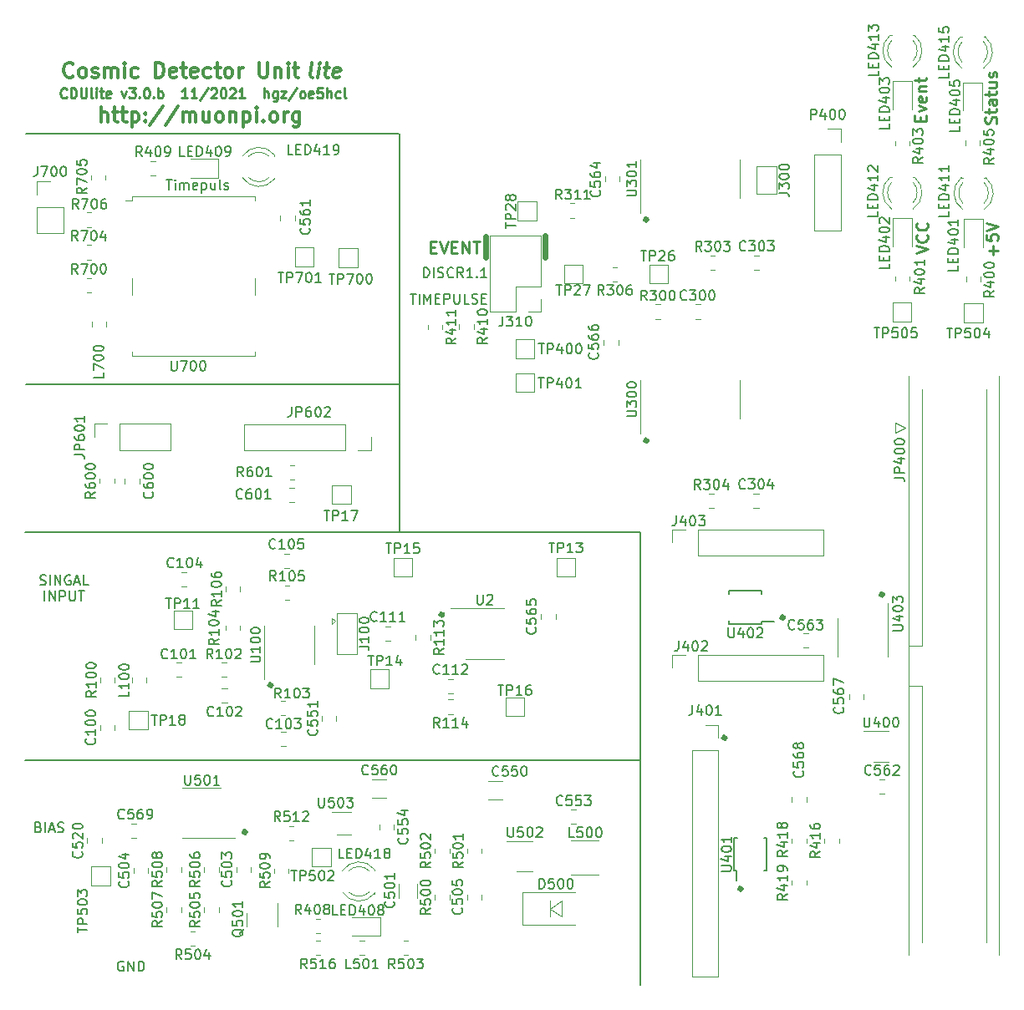
<source format=gbr>
%TF.GenerationSoftware,KiCad,Pcbnew,(5.99.0-10928-g75ce97e260)*%
%TF.CreationDate,2021-11-23T17:21:24+01:00*%
%TF.ProjectId,cdu-lite,6364752d-6c69-4746-952e-6b696361645f,rev?*%
%TF.SameCoordinates,Original*%
%TF.FileFunction,Legend,Top*%
%TF.FilePolarity,Positive*%
%FSLAX46Y46*%
G04 Gerber Fmt 4.6, Leading zero omitted, Abs format (unit mm)*
G04 Created by KiCad (PCBNEW (5.99.0-10928-g75ce97e260)) date 2021-11-23 17:21:24*
%MOMM*%
%LPD*%
G01*
G04 APERTURE LIST*
%ADD10C,0.150000*%
%ADD11C,0.600000*%
%ADD12C,0.200000*%
%ADD13C,0.250000*%
%ADD14C,0.300000*%
%ADD15C,0.120000*%
%ADD16C,0.500000*%
%ADD17C,0.100000*%
G04 APERTURE END LIST*
D10*
X50749200Y-104902000D02*
X113030000Y-104902000D01*
X50800000Y-64516000D02*
X88620600Y-64516000D01*
D11*
X97409000Y-74891900D02*
X97409000Y-77050900D01*
D10*
X113030000Y-128016000D02*
X113030000Y-150799800D01*
X88646000Y-89902000D02*
X88646000Y-104902000D01*
X113030000Y-104902000D02*
X113030000Y-128016000D01*
D11*
X103403400Y-74828400D02*
X103403400Y-76987400D01*
D10*
X88646000Y-64516000D02*
X88646000Y-89902000D01*
X50825400Y-89890200D02*
X88646000Y-89902000D01*
X50749200Y-128016000D02*
X113030000Y-128016000D01*
D12*
X91118133Y-79065380D02*
X91118133Y-78065380D01*
X91356228Y-78065380D01*
X91499085Y-78113000D01*
X91594323Y-78208238D01*
X91641942Y-78303476D01*
X91689561Y-78493952D01*
X91689561Y-78636809D01*
X91641942Y-78827285D01*
X91594323Y-78922523D01*
X91499085Y-79017761D01*
X91356228Y-79065380D01*
X91118133Y-79065380D01*
X92118133Y-79065380D02*
X92118133Y-78065380D01*
X92546704Y-79017761D02*
X92689561Y-79065380D01*
X92927657Y-79065380D01*
X93022895Y-79017761D01*
X93070514Y-78970142D01*
X93118133Y-78874904D01*
X93118133Y-78779666D01*
X93070514Y-78684428D01*
X93022895Y-78636809D01*
X92927657Y-78589190D01*
X92737180Y-78541571D01*
X92641942Y-78493952D01*
X92594323Y-78446333D01*
X92546704Y-78351095D01*
X92546704Y-78255857D01*
X92594323Y-78160619D01*
X92641942Y-78113000D01*
X92737180Y-78065380D01*
X92975276Y-78065380D01*
X93118133Y-78113000D01*
X94118133Y-78970142D02*
X94070514Y-79017761D01*
X93927657Y-79065380D01*
X93832419Y-79065380D01*
X93689561Y-79017761D01*
X93594323Y-78922523D01*
X93546704Y-78827285D01*
X93499085Y-78636809D01*
X93499085Y-78493952D01*
X93546704Y-78303476D01*
X93594323Y-78208238D01*
X93689561Y-78113000D01*
X93832419Y-78065380D01*
X93927657Y-78065380D01*
X94070514Y-78113000D01*
X94118133Y-78160619D01*
X95118133Y-79065380D02*
X94784800Y-78589190D01*
X94546704Y-79065380D02*
X94546704Y-78065380D01*
X94927657Y-78065380D01*
X95022895Y-78113000D01*
X95070514Y-78160619D01*
X95118133Y-78255857D01*
X95118133Y-78398714D01*
X95070514Y-78493952D01*
X95022895Y-78541571D01*
X94927657Y-78589190D01*
X94546704Y-78589190D01*
X96070514Y-79065380D02*
X95499085Y-79065380D01*
X95784800Y-79065380D02*
X95784800Y-78065380D01*
X95689561Y-78208238D01*
X95594323Y-78303476D01*
X95499085Y-78351095D01*
X96499085Y-78970142D02*
X96546704Y-79017761D01*
X96499085Y-79065380D01*
X96451466Y-79017761D01*
X96499085Y-78970142D01*
X96499085Y-79065380D01*
X97499085Y-79065380D02*
X96927657Y-79065380D01*
X97213371Y-79065380D02*
X97213371Y-78065380D01*
X97118133Y-78208238D01*
X97022895Y-78303476D01*
X96927657Y-78351095D01*
D13*
X54948276Y-60783742D02*
X54900657Y-60831361D01*
X54757800Y-60878980D01*
X54662561Y-60878980D01*
X54519704Y-60831361D01*
X54424466Y-60736123D01*
X54376847Y-60640885D01*
X54329228Y-60450409D01*
X54329228Y-60307552D01*
X54376847Y-60117076D01*
X54424466Y-60021838D01*
X54519704Y-59926600D01*
X54662561Y-59878980D01*
X54757800Y-59878980D01*
X54900657Y-59926600D01*
X54948276Y-59974219D01*
X55376847Y-60878980D02*
X55376847Y-59878980D01*
X55614942Y-59878980D01*
X55757800Y-59926600D01*
X55853038Y-60021838D01*
X55900657Y-60117076D01*
X55948276Y-60307552D01*
X55948276Y-60450409D01*
X55900657Y-60640885D01*
X55853038Y-60736123D01*
X55757800Y-60831361D01*
X55614942Y-60878980D01*
X55376847Y-60878980D01*
X56376847Y-59878980D02*
X56376847Y-60688504D01*
X56424466Y-60783742D01*
X56472085Y-60831361D01*
X56567323Y-60878980D01*
X56757800Y-60878980D01*
X56853038Y-60831361D01*
X56900657Y-60783742D01*
X56948276Y-60688504D01*
X56948276Y-59878980D01*
X57567323Y-60878980D02*
X57472085Y-60831361D01*
X57424466Y-60736123D01*
X57424466Y-59878980D01*
X57948276Y-60878980D02*
X57948276Y-60212314D01*
X57948276Y-59878980D02*
X57900657Y-59926600D01*
X57948276Y-59974219D01*
X57995895Y-59926600D01*
X57948276Y-59878980D01*
X57948276Y-59974219D01*
X58281609Y-60212314D02*
X58662561Y-60212314D01*
X58424466Y-59878980D02*
X58424466Y-60736123D01*
X58472085Y-60831361D01*
X58567323Y-60878980D01*
X58662561Y-60878980D01*
X59376847Y-60831361D02*
X59281609Y-60878980D01*
X59091133Y-60878980D01*
X58995895Y-60831361D01*
X58948276Y-60736123D01*
X58948276Y-60355171D01*
X58995895Y-60259933D01*
X59091133Y-60212314D01*
X59281609Y-60212314D01*
X59376847Y-60259933D01*
X59424466Y-60355171D01*
X59424466Y-60450409D01*
X58948276Y-60545647D01*
X60519704Y-60212314D02*
X60757800Y-60878980D01*
X60995895Y-60212314D01*
X61281609Y-59878980D02*
X61900657Y-59878980D01*
X61567323Y-60259933D01*
X61710180Y-60259933D01*
X61805419Y-60307552D01*
X61853038Y-60355171D01*
X61900657Y-60450409D01*
X61900657Y-60688504D01*
X61853038Y-60783742D01*
X61805419Y-60831361D01*
X61710180Y-60878980D01*
X61424466Y-60878980D01*
X61329228Y-60831361D01*
X61281609Y-60783742D01*
X62329228Y-60783742D02*
X62376847Y-60831361D01*
X62329228Y-60878980D01*
X62281609Y-60831361D01*
X62329228Y-60783742D01*
X62329228Y-60878980D01*
X62995895Y-59878980D02*
X63091133Y-59878980D01*
X63186371Y-59926600D01*
X63233990Y-59974219D01*
X63281609Y-60069457D01*
X63329228Y-60259933D01*
X63329228Y-60498028D01*
X63281609Y-60688504D01*
X63233990Y-60783742D01*
X63186371Y-60831361D01*
X63091133Y-60878980D01*
X62995895Y-60878980D01*
X62900657Y-60831361D01*
X62853038Y-60783742D01*
X62805419Y-60688504D01*
X62757800Y-60498028D01*
X62757800Y-60259933D01*
X62805419Y-60069457D01*
X62853038Y-59974219D01*
X62900657Y-59926600D01*
X62995895Y-59878980D01*
X63757800Y-60783742D02*
X63805419Y-60831361D01*
X63757800Y-60878980D01*
X63710180Y-60831361D01*
X63757800Y-60783742D01*
X63757800Y-60878980D01*
X64233990Y-60878980D02*
X64233990Y-59878980D01*
X64233990Y-60259933D02*
X64329228Y-60212314D01*
X64519704Y-60212314D01*
X64614942Y-60259933D01*
X64662561Y-60307552D01*
X64710180Y-60402790D01*
X64710180Y-60688504D01*
X64662561Y-60783742D01*
X64614942Y-60831361D01*
X64519704Y-60878980D01*
X64329228Y-60878980D01*
X64233990Y-60831361D01*
X67186371Y-60878980D02*
X66614942Y-60878980D01*
X66900657Y-60878980D02*
X66900657Y-59878980D01*
X66805419Y-60021838D01*
X66710180Y-60117076D01*
X66614942Y-60164695D01*
X68138752Y-60878980D02*
X67567323Y-60878980D01*
X67853038Y-60878980D02*
X67853038Y-59878980D01*
X67757800Y-60021838D01*
X67662561Y-60117076D01*
X67567323Y-60164695D01*
X69281609Y-59831361D02*
X68424466Y-61117076D01*
X69567323Y-59974219D02*
X69614942Y-59926600D01*
X69710180Y-59878980D01*
X69948276Y-59878980D01*
X70043514Y-59926600D01*
X70091133Y-59974219D01*
X70138752Y-60069457D01*
X70138752Y-60164695D01*
X70091133Y-60307552D01*
X69519704Y-60878980D01*
X70138752Y-60878980D01*
X70757800Y-59878980D02*
X70853038Y-59878980D01*
X70948276Y-59926600D01*
X70995895Y-59974219D01*
X71043514Y-60069457D01*
X71091133Y-60259933D01*
X71091133Y-60498028D01*
X71043514Y-60688504D01*
X70995895Y-60783742D01*
X70948276Y-60831361D01*
X70853038Y-60878980D01*
X70757800Y-60878980D01*
X70662561Y-60831361D01*
X70614942Y-60783742D01*
X70567323Y-60688504D01*
X70519704Y-60498028D01*
X70519704Y-60259933D01*
X70567323Y-60069457D01*
X70614942Y-59974219D01*
X70662561Y-59926600D01*
X70757800Y-59878980D01*
X71472085Y-59974219D02*
X71519704Y-59926600D01*
X71614942Y-59878980D01*
X71853038Y-59878980D01*
X71948276Y-59926600D01*
X71995895Y-59974219D01*
X72043514Y-60069457D01*
X72043514Y-60164695D01*
X71995895Y-60307552D01*
X71424466Y-60878980D01*
X72043514Y-60878980D01*
X72995895Y-60878980D02*
X72424466Y-60878980D01*
X72710180Y-60878980D02*
X72710180Y-59878980D01*
X72614942Y-60021838D01*
X72519704Y-60117076D01*
X72424466Y-60164695D01*
X74948276Y-60878980D02*
X74948276Y-59878980D01*
X75376847Y-60878980D02*
X75376847Y-60355171D01*
X75329228Y-60259933D01*
X75233990Y-60212314D01*
X75091133Y-60212314D01*
X74995895Y-60259933D01*
X74948276Y-60307552D01*
X76281609Y-60212314D02*
X76281609Y-61021838D01*
X76233990Y-61117076D01*
X76186371Y-61164695D01*
X76091133Y-61212314D01*
X75948276Y-61212314D01*
X75853038Y-61164695D01*
X76281609Y-60831361D02*
X76186371Y-60878980D01*
X75995895Y-60878980D01*
X75900657Y-60831361D01*
X75853038Y-60783742D01*
X75805419Y-60688504D01*
X75805419Y-60402790D01*
X75853038Y-60307552D01*
X75900657Y-60259933D01*
X75995895Y-60212314D01*
X76186371Y-60212314D01*
X76281609Y-60259933D01*
X76662561Y-60212314D02*
X77186371Y-60212314D01*
X76662561Y-60878980D01*
X77186371Y-60878980D01*
X78281609Y-59831361D02*
X77424466Y-61117076D01*
X78757799Y-60878980D02*
X78662561Y-60831361D01*
X78614942Y-60783742D01*
X78567323Y-60688504D01*
X78567323Y-60402790D01*
X78614942Y-60307552D01*
X78662561Y-60259933D01*
X78757799Y-60212314D01*
X78900657Y-60212314D01*
X78995895Y-60259933D01*
X79043514Y-60307552D01*
X79091133Y-60402790D01*
X79091133Y-60688504D01*
X79043514Y-60783742D01*
X78995895Y-60831361D01*
X78900657Y-60878980D01*
X78757799Y-60878980D01*
X79900657Y-60831361D02*
X79805419Y-60878980D01*
X79614942Y-60878980D01*
X79519704Y-60831361D01*
X79472085Y-60736123D01*
X79472085Y-60355171D01*
X79519704Y-60259933D01*
X79614942Y-60212314D01*
X79805419Y-60212314D01*
X79900657Y-60259933D01*
X79948276Y-60355171D01*
X79948276Y-60450409D01*
X79472085Y-60545647D01*
X80853038Y-59878980D02*
X80376847Y-59878980D01*
X80329228Y-60355171D01*
X80376847Y-60307552D01*
X80472085Y-60259933D01*
X80710180Y-60259933D01*
X80805419Y-60307552D01*
X80853038Y-60355171D01*
X80900657Y-60450409D01*
X80900657Y-60688504D01*
X80853038Y-60783742D01*
X80805419Y-60831361D01*
X80710180Y-60878980D01*
X80472085Y-60878980D01*
X80376847Y-60831361D01*
X80329228Y-60783742D01*
X81329228Y-60878980D02*
X81329228Y-59878980D01*
X81757799Y-60878980D02*
X81757799Y-60355171D01*
X81710180Y-60259933D01*
X81614942Y-60212314D01*
X81472085Y-60212314D01*
X81376847Y-60259933D01*
X81329228Y-60307552D01*
X82662561Y-60831361D02*
X82567323Y-60878980D01*
X82376847Y-60878980D01*
X82281609Y-60831361D01*
X82233990Y-60783742D01*
X82186371Y-60688504D01*
X82186371Y-60402790D01*
X82233990Y-60307552D01*
X82281609Y-60259933D01*
X82376847Y-60212314D01*
X82567323Y-60212314D01*
X82662561Y-60259933D01*
X83233990Y-60878980D02*
X83138752Y-60831361D01*
X83091133Y-60736123D01*
X83091133Y-59878980D01*
X149101114Y-63458400D02*
X149158257Y-63286971D01*
X149158257Y-63001257D01*
X149101114Y-62886971D01*
X149043971Y-62829828D01*
X148929685Y-62772685D01*
X148815400Y-62772685D01*
X148701114Y-62829828D01*
X148643971Y-62886971D01*
X148586828Y-63001257D01*
X148529685Y-63229828D01*
X148472542Y-63344114D01*
X148415400Y-63401257D01*
X148301114Y-63458400D01*
X148186828Y-63458400D01*
X148072542Y-63401257D01*
X148015400Y-63344114D01*
X147958257Y-63229828D01*
X147958257Y-62944114D01*
X148015400Y-62772685D01*
X148358257Y-62429828D02*
X148358257Y-61972685D01*
X147958257Y-62258400D02*
X148986828Y-62258400D01*
X149101114Y-62201257D01*
X149158257Y-62086971D01*
X149158257Y-61972685D01*
X149158257Y-61058400D02*
X148529685Y-61058400D01*
X148415400Y-61115542D01*
X148358257Y-61229828D01*
X148358257Y-61458400D01*
X148415400Y-61572685D01*
X149101114Y-61058400D02*
X149158257Y-61172685D01*
X149158257Y-61458400D01*
X149101114Y-61572685D01*
X148986828Y-61629828D01*
X148872542Y-61629828D01*
X148758257Y-61572685D01*
X148701114Y-61458400D01*
X148701114Y-61172685D01*
X148643971Y-61058400D01*
X148358257Y-60658400D02*
X148358257Y-60201257D01*
X147958257Y-60486971D02*
X148986828Y-60486971D01*
X149101114Y-60429828D01*
X149158257Y-60315542D01*
X149158257Y-60201257D01*
X148358257Y-59286971D02*
X149158257Y-59286971D01*
X148358257Y-59801257D02*
X148986828Y-59801257D01*
X149101114Y-59744114D01*
X149158257Y-59629828D01*
X149158257Y-59458400D01*
X149101114Y-59344114D01*
X149043971Y-59286971D01*
X149101114Y-58772685D02*
X149158257Y-58658400D01*
X149158257Y-58429828D01*
X149101114Y-58315542D01*
X148986828Y-58258400D01*
X148929685Y-58258400D01*
X148815400Y-58315542D01*
X148758257Y-58429828D01*
X148758257Y-58601257D01*
X148701114Y-58715542D01*
X148586828Y-58772685D01*
X148529685Y-58772685D01*
X148415400Y-58715542D01*
X148358257Y-58601257D01*
X148358257Y-58429828D01*
X148415400Y-58315542D01*
X148828114Y-76777657D02*
X148828114Y-75863371D01*
X149285257Y-76320514D02*
X148370971Y-76320514D01*
X148085257Y-74720514D02*
X148085257Y-75291942D01*
X148656685Y-75349085D01*
X148599542Y-75291942D01*
X148542400Y-75177657D01*
X148542400Y-74891942D01*
X148599542Y-74777657D01*
X148656685Y-74720514D01*
X148770971Y-74663371D01*
X149056685Y-74663371D01*
X149170971Y-74720514D01*
X149228114Y-74777657D01*
X149285257Y-74891942D01*
X149285257Y-75177657D01*
X149228114Y-75291942D01*
X149170971Y-75349085D01*
X148085257Y-74320514D02*
X149285257Y-73920514D01*
X148085257Y-73520514D01*
X141417685Y-63201285D02*
X141417685Y-62801285D01*
X142046257Y-62629857D02*
X142046257Y-63201285D01*
X140846257Y-63201285D01*
X140846257Y-62629857D01*
X141246257Y-62229857D02*
X142046257Y-61944142D01*
X141246257Y-61658428D01*
X141989114Y-60744142D02*
X142046257Y-60858428D01*
X142046257Y-61087000D01*
X141989114Y-61201285D01*
X141874828Y-61258428D01*
X141417685Y-61258428D01*
X141303400Y-61201285D01*
X141246257Y-61087000D01*
X141246257Y-60858428D01*
X141303400Y-60744142D01*
X141417685Y-60687000D01*
X141531971Y-60687000D01*
X141646257Y-61258428D01*
X141246257Y-60172714D02*
X142046257Y-60172714D01*
X141360542Y-60172714D02*
X141303400Y-60115571D01*
X141246257Y-60001285D01*
X141246257Y-59829857D01*
X141303400Y-59715571D01*
X141417685Y-59658428D01*
X142046257Y-59658428D01*
X141246257Y-59258428D02*
X141246257Y-58801285D01*
X140846257Y-59087000D02*
X141874828Y-59087000D01*
X141989114Y-59029857D01*
X142046257Y-58915571D01*
X142046257Y-58801285D01*
D12*
X65059323Y-69149980D02*
X65630752Y-69149980D01*
X65345038Y-70149980D02*
X65345038Y-69149980D01*
X65964085Y-70149980D02*
X65964085Y-69483314D01*
X65964085Y-69149980D02*
X65916466Y-69197600D01*
X65964085Y-69245219D01*
X66011704Y-69197600D01*
X65964085Y-69149980D01*
X65964085Y-69245219D01*
X66440276Y-70149980D02*
X66440276Y-69483314D01*
X66440276Y-69578552D02*
X66487895Y-69530933D01*
X66583133Y-69483314D01*
X66725990Y-69483314D01*
X66821228Y-69530933D01*
X66868847Y-69626171D01*
X66868847Y-70149980D01*
X66868847Y-69626171D02*
X66916466Y-69530933D01*
X67011704Y-69483314D01*
X67154561Y-69483314D01*
X67249800Y-69530933D01*
X67297419Y-69626171D01*
X67297419Y-70149980D01*
X68154561Y-70102361D02*
X68059323Y-70149980D01*
X67868847Y-70149980D01*
X67773609Y-70102361D01*
X67725990Y-70007123D01*
X67725990Y-69626171D01*
X67773609Y-69530933D01*
X67868847Y-69483314D01*
X68059323Y-69483314D01*
X68154561Y-69530933D01*
X68202180Y-69626171D01*
X68202180Y-69721409D01*
X67725990Y-69816647D01*
X68630752Y-69483314D02*
X68630752Y-70483314D01*
X68630752Y-69530933D02*
X68725990Y-69483314D01*
X68916466Y-69483314D01*
X69011704Y-69530933D01*
X69059323Y-69578552D01*
X69106942Y-69673790D01*
X69106942Y-69959504D01*
X69059323Y-70054742D01*
X69011704Y-70102361D01*
X68916466Y-70149980D01*
X68725990Y-70149980D01*
X68630752Y-70102361D01*
X69964085Y-69483314D02*
X69964085Y-70149980D01*
X69535514Y-69483314D02*
X69535514Y-70007123D01*
X69583133Y-70102361D01*
X69678371Y-70149980D01*
X69821228Y-70149980D01*
X69916466Y-70102361D01*
X69964085Y-70054742D01*
X70583133Y-70149980D02*
X70487895Y-70102361D01*
X70440276Y-70007123D01*
X70440276Y-69149980D01*
X70916466Y-70102361D02*
X71011704Y-70149980D01*
X71202180Y-70149980D01*
X71297419Y-70102361D01*
X71345038Y-70007123D01*
X71345038Y-69959504D01*
X71297419Y-69864266D01*
X71202180Y-69816647D01*
X71059323Y-69816647D01*
X70964085Y-69769028D01*
X70916466Y-69673790D01*
X70916466Y-69626171D01*
X70964085Y-69530933D01*
X71059323Y-69483314D01*
X71202180Y-69483314D01*
X71297419Y-69530933D01*
D13*
X91834000Y-75987285D02*
X92234000Y-75987285D01*
X92405428Y-76615857D02*
X91834000Y-76615857D01*
X91834000Y-75415857D01*
X92405428Y-75415857D01*
X92748285Y-75415857D02*
X93148285Y-76615857D01*
X93548285Y-75415857D01*
X93948285Y-75987285D02*
X94348285Y-75987285D01*
X94519714Y-76615857D02*
X93948285Y-76615857D01*
X93948285Y-75415857D01*
X94519714Y-75415857D01*
X95034000Y-76615857D02*
X95034000Y-75415857D01*
X95719714Y-76615857D01*
X95719714Y-75415857D01*
X96119714Y-75415857D02*
X96805428Y-75415857D01*
X96462571Y-76615857D02*
X96462571Y-75415857D01*
D10*
X52116171Y-134777171D02*
X52259028Y-134824790D01*
X52306647Y-134872409D01*
X52354266Y-134967647D01*
X52354266Y-135110504D01*
X52306647Y-135205742D01*
X52259028Y-135253361D01*
X52163790Y-135300980D01*
X51782838Y-135300980D01*
X51782838Y-134300980D01*
X52116171Y-134300980D01*
X52211409Y-134348600D01*
X52259028Y-134396219D01*
X52306647Y-134491457D01*
X52306647Y-134586695D01*
X52259028Y-134681933D01*
X52211409Y-134729552D01*
X52116171Y-134777171D01*
X51782838Y-134777171D01*
X52782838Y-135300980D02*
X52782838Y-134300980D01*
X53211409Y-135015266D02*
X53687600Y-135015266D01*
X53116171Y-135300980D02*
X53449504Y-134300980D01*
X53782838Y-135300980D01*
X54068552Y-135253361D02*
X54211409Y-135300980D01*
X54449504Y-135300980D01*
X54544742Y-135253361D01*
X54592361Y-135205742D01*
X54639980Y-135110504D01*
X54639980Y-135015266D01*
X54592361Y-134920028D01*
X54544742Y-134872409D01*
X54449504Y-134824790D01*
X54259028Y-134777171D01*
X54163790Y-134729552D01*
X54116171Y-134681933D01*
X54068552Y-134586695D01*
X54068552Y-134491457D01*
X54116171Y-134396219D01*
X54163790Y-134348600D01*
X54259028Y-134300980D01*
X54497123Y-134300980D01*
X54639980Y-134348600D01*
D12*
X89770438Y-80732380D02*
X90341866Y-80732380D01*
X90056152Y-81732380D02*
X90056152Y-80732380D01*
X90675200Y-81732380D02*
X90675200Y-80732380D01*
X91151390Y-81732380D02*
X91151390Y-80732380D01*
X91484723Y-81446666D01*
X91818057Y-80732380D01*
X91818057Y-81732380D01*
X92294247Y-81208571D02*
X92627580Y-81208571D01*
X92770438Y-81732380D02*
X92294247Y-81732380D01*
X92294247Y-80732380D01*
X92770438Y-80732380D01*
X93199009Y-81732380D02*
X93199009Y-80732380D01*
X93579961Y-80732380D01*
X93675200Y-80780000D01*
X93722819Y-80827619D01*
X93770438Y-80922857D01*
X93770438Y-81065714D01*
X93722819Y-81160952D01*
X93675200Y-81208571D01*
X93579961Y-81256190D01*
X93199009Y-81256190D01*
X94199009Y-80732380D02*
X94199009Y-81541904D01*
X94246628Y-81637142D01*
X94294247Y-81684761D01*
X94389485Y-81732380D01*
X94579961Y-81732380D01*
X94675200Y-81684761D01*
X94722819Y-81637142D01*
X94770438Y-81541904D01*
X94770438Y-80732380D01*
X95722819Y-81732380D02*
X95246628Y-81732380D01*
X95246628Y-80732380D01*
X96008533Y-81684761D02*
X96151390Y-81732380D01*
X96389485Y-81732380D01*
X96484723Y-81684761D01*
X96532342Y-81637142D01*
X96579961Y-81541904D01*
X96579961Y-81446666D01*
X96532342Y-81351428D01*
X96484723Y-81303809D01*
X96389485Y-81256190D01*
X96199009Y-81208571D01*
X96103771Y-81160952D01*
X96056152Y-81113333D01*
X96008533Y-81018095D01*
X96008533Y-80922857D01*
X96056152Y-80827619D01*
X96103771Y-80780000D01*
X96199009Y-80732380D01*
X96437104Y-80732380D01*
X96579961Y-80780000D01*
X97008533Y-81208571D02*
X97341866Y-81208571D01*
X97484723Y-81732380D02*
X97008533Y-81732380D01*
X97008533Y-80732380D01*
X97484723Y-80732380D01*
D10*
X52279847Y-110191361D02*
X52422704Y-110238980D01*
X52660800Y-110238980D01*
X52756038Y-110191361D01*
X52803657Y-110143742D01*
X52851276Y-110048504D01*
X52851276Y-109953266D01*
X52803657Y-109858028D01*
X52756038Y-109810409D01*
X52660800Y-109762790D01*
X52470323Y-109715171D01*
X52375085Y-109667552D01*
X52327466Y-109619933D01*
X52279847Y-109524695D01*
X52279847Y-109429457D01*
X52327466Y-109334219D01*
X52375085Y-109286600D01*
X52470323Y-109238980D01*
X52708419Y-109238980D01*
X52851276Y-109286600D01*
X53279847Y-110238980D02*
X53279847Y-109238980D01*
X53756038Y-110238980D02*
X53756038Y-109238980D01*
X54327466Y-110238980D01*
X54327466Y-109238980D01*
X55327466Y-109286600D02*
X55232228Y-109238980D01*
X55089371Y-109238980D01*
X54946514Y-109286600D01*
X54851276Y-109381838D01*
X54803657Y-109477076D01*
X54756038Y-109667552D01*
X54756038Y-109810409D01*
X54803657Y-110000885D01*
X54851276Y-110096123D01*
X54946514Y-110191361D01*
X55089371Y-110238980D01*
X55184609Y-110238980D01*
X55327466Y-110191361D01*
X55375085Y-110143742D01*
X55375085Y-109810409D01*
X55184609Y-109810409D01*
X55756038Y-109953266D02*
X56232228Y-109953266D01*
X55660800Y-110238980D02*
X55994133Y-109238980D01*
X56327466Y-110238980D01*
X57136990Y-110238980D02*
X56660800Y-110238980D01*
X56660800Y-109238980D01*
X52732228Y-111848980D02*
X52732228Y-110848980D01*
X53208419Y-111848980D02*
X53208419Y-110848980D01*
X53779847Y-111848980D01*
X53779847Y-110848980D01*
X54256038Y-111848980D02*
X54256038Y-110848980D01*
X54636990Y-110848980D01*
X54732228Y-110896600D01*
X54779847Y-110944219D01*
X54827466Y-111039457D01*
X54827466Y-111182314D01*
X54779847Y-111277552D01*
X54732228Y-111325171D01*
X54636990Y-111372790D01*
X54256038Y-111372790D01*
X55256038Y-110848980D02*
X55256038Y-111658504D01*
X55303657Y-111753742D01*
X55351276Y-111801361D01*
X55446514Y-111848980D01*
X55636990Y-111848980D01*
X55732228Y-111801361D01*
X55779847Y-111753742D01*
X55827466Y-111658504D01*
X55827466Y-110848980D01*
X56160800Y-110848980D02*
X56732228Y-110848980D01*
X56446514Y-111848980D02*
X56446514Y-110848980D01*
D14*
X55604342Y-58650914D02*
X55532914Y-58722342D01*
X55318628Y-58793771D01*
X55175771Y-58793771D01*
X54961485Y-58722342D01*
X54818628Y-58579485D01*
X54747200Y-58436628D01*
X54675771Y-58150914D01*
X54675771Y-57936628D01*
X54747200Y-57650914D01*
X54818628Y-57508057D01*
X54961485Y-57365200D01*
X55175771Y-57293771D01*
X55318628Y-57293771D01*
X55532914Y-57365200D01*
X55604342Y-57436628D01*
X56461485Y-58793771D02*
X56318628Y-58722342D01*
X56247200Y-58650914D01*
X56175771Y-58508057D01*
X56175771Y-58079485D01*
X56247200Y-57936628D01*
X56318628Y-57865200D01*
X56461485Y-57793771D01*
X56675771Y-57793771D01*
X56818628Y-57865200D01*
X56890057Y-57936628D01*
X56961485Y-58079485D01*
X56961485Y-58508057D01*
X56890057Y-58650914D01*
X56818628Y-58722342D01*
X56675771Y-58793771D01*
X56461485Y-58793771D01*
X57532914Y-58722342D02*
X57675771Y-58793771D01*
X57961485Y-58793771D01*
X58104342Y-58722342D01*
X58175771Y-58579485D01*
X58175771Y-58508057D01*
X58104342Y-58365200D01*
X57961485Y-58293771D01*
X57747200Y-58293771D01*
X57604342Y-58222342D01*
X57532914Y-58079485D01*
X57532914Y-58008057D01*
X57604342Y-57865200D01*
X57747200Y-57793771D01*
X57961485Y-57793771D01*
X58104342Y-57865200D01*
X58818628Y-58793771D02*
X58818628Y-57793771D01*
X58818628Y-57936628D02*
X58890057Y-57865200D01*
X59032914Y-57793771D01*
X59247200Y-57793771D01*
X59390057Y-57865200D01*
X59461485Y-58008057D01*
X59461485Y-58793771D01*
X59461485Y-58008057D02*
X59532914Y-57865200D01*
X59675771Y-57793771D01*
X59890057Y-57793771D01*
X60032914Y-57865200D01*
X60104342Y-58008057D01*
X60104342Y-58793771D01*
X60818628Y-58793771D02*
X60818628Y-57793771D01*
X60818628Y-57293771D02*
X60747200Y-57365200D01*
X60818628Y-57436628D01*
X60890057Y-57365200D01*
X60818628Y-57293771D01*
X60818628Y-57436628D01*
X62175771Y-58722342D02*
X62032914Y-58793771D01*
X61747200Y-58793771D01*
X61604342Y-58722342D01*
X61532914Y-58650914D01*
X61461485Y-58508057D01*
X61461485Y-58079485D01*
X61532914Y-57936628D01*
X61604342Y-57865200D01*
X61747200Y-57793771D01*
X62032914Y-57793771D01*
X62175771Y-57865200D01*
X63961485Y-58793771D02*
X63961485Y-57293771D01*
X64318628Y-57293771D01*
X64532914Y-57365200D01*
X64675771Y-57508057D01*
X64747200Y-57650914D01*
X64818628Y-57936628D01*
X64818628Y-58150914D01*
X64747200Y-58436628D01*
X64675771Y-58579485D01*
X64532914Y-58722342D01*
X64318628Y-58793771D01*
X63961485Y-58793771D01*
X66032914Y-58722342D02*
X65890057Y-58793771D01*
X65604342Y-58793771D01*
X65461485Y-58722342D01*
X65390057Y-58579485D01*
X65390057Y-58008057D01*
X65461485Y-57865200D01*
X65604342Y-57793771D01*
X65890057Y-57793771D01*
X66032914Y-57865200D01*
X66104342Y-58008057D01*
X66104342Y-58150914D01*
X65390057Y-58293771D01*
X66532914Y-57793771D02*
X67104342Y-57793771D01*
X66747200Y-57293771D02*
X66747200Y-58579485D01*
X66818628Y-58722342D01*
X66961485Y-58793771D01*
X67104342Y-58793771D01*
X68175771Y-58722342D02*
X68032914Y-58793771D01*
X67747200Y-58793771D01*
X67604342Y-58722342D01*
X67532914Y-58579485D01*
X67532914Y-58008057D01*
X67604342Y-57865200D01*
X67747200Y-57793771D01*
X68032914Y-57793771D01*
X68175771Y-57865200D01*
X68247200Y-58008057D01*
X68247200Y-58150914D01*
X67532914Y-58293771D01*
X69532914Y-58722342D02*
X69390057Y-58793771D01*
X69104342Y-58793771D01*
X68961485Y-58722342D01*
X68890057Y-58650914D01*
X68818628Y-58508057D01*
X68818628Y-58079485D01*
X68890057Y-57936628D01*
X68961485Y-57865200D01*
X69104342Y-57793771D01*
X69390057Y-57793771D01*
X69532914Y-57865200D01*
X69961485Y-57793771D02*
X70532914Y-57793771D01*
X70175771Y-57293771D02*
X70175771Y-58579485D01*
X70247200Y-58722342D01*
X70390057Y-58793771D01*
X70532914Y-58793771D01*
X71247200Y-58793771D02*
X71104342Y-58722342D01*
X71032914Y-58650914D01*
X70961485Y-58508057D01*
X70961485Y-58079485D01*
X71032914Y-57936628D01*
X71104342Y-57865200D01*
X71247200Y-57793771D01*
X71461485Y-57793771D01*
X71604342Y-57865200D01*
X71675771Y-57936628D01*
X71747200Y-58079485D01*
X71747200Y-58508057D01*
X71675771Y-58650914D01*
X71604342Y-58722342D01*
X71461485Y-58793771D01*
X71247200Y-58793771D01*
X72390057Y-58793771D02*
X72390057Y-57793771D01*
X72390057Y-58079485D02*
X72461485Y-57936628D01*
X72532914Y-57865200D01*
X72675771Y-57793771D01*
X72818628Y-57793771D01*
X74461485Y-57293771D02*
X74461485Y-58508057D01*
X74532914Y-58650914D01*
X74604342Y-58722342D01*
X74747200Y-58793771D01*
X75032914Y-58793771D01*
X75175771Y-58722342D01*
X75247200Y-58650914D01*
X75318628Y-58508057D01*
X75318628Y-57293771D01*
X76032914Y-57793771D02*
X76032914Y-58793771D01*
X76032914Y-57936628D02*
X76104342Y-57865200D01*
X76247200Y-57793771D01*
X76461485Y-57793771D01*
X76604342Y-57865200D01*
X76675771Y-58008057D01*
X76675771Y-58793771D01*
X77390057Y-58793771D02*
X77390057Y-57793771D01*
X77390057Y-57293771D02*
X77318628Y-57365200D01*
X77390057Y-57436628D01*
X77461485Y-57365200D01*
X77390057Y-57293771D01*
X77390057Y-57436628D01*
X77890057Y-57793771D02*
X78461485Y-57793771D01*
X78104342Y-57293771D02*
X78104342Y-58579485D01*
X78175771Y-58722342D01*
X78318628Y-58793771D01*
X78461485Y-58793771D01*
X79837191Y-58819171D02*
X79703262Y-58747742D01*
X79649691Y-58604885D01*
X79810405Y-57319171D01*
X80408619Y-58819171D02*
X80533619Y-57819171D01*
X80596119Y-57319171D02*
X80515762Y-57390600D01*
X80578262Y-57462028D01*
X80658619Y-57390600D01*
X80596119Y-57319171D01*
X80578262Y-57462028D01*
X81033619Y-57819171D02*
X81605048Y-57819171D01*
X81310405Y-57319171D02*
X81149691Y-58604885D01*
X81203262Y-58747742D01*
X81337191Y-58819171D01*
X81480048Y-58819171D01*
X82560405Y-58747742D02*
X82408619Y-58819171D01*
X82122905Y-58819171D01*
X81988976Y-58747742D01*
X81935405Y-58604885D01*
X82006833Y-58033457D01*
X82096119Y-57890600D01*
X82247905Y-57819171D01*
X82533619Y-57819171D01*
X82667548Y-57890600D01*
X82721119Y-58033457D01*
X82703262Y-58176314D01*
X81971119Y-58319171D01*
X58468085Y-63314971D02*
X58468085Y-61814971D01*
X59110942Y-63314971D02*
X59110942Y-62529257D01*
X59039514Y-62386400D01*
X58896657Y-62314971D01*
X58682371Y-62314971D01*
X58539514Y-62386400D01*
X58468085Y-62457828D01*
X59610942Y-62314971D02*
X60182371Y-62314971D01*
X59825228Y-61814971D02*
X59825228Y-63100685D01*
X59896657Y-63243542D01*
X60039514Y-63314971D01*
X60182371Y-63314971D01*
X60468085Y-62314971D02*
X61039514Y-62314971D01*
X60682371Y-61814971D02*
X60682371Y-63100685D01*
X60753800Y-63243542D01*
X60896657Y-63314971D01*
X61039514Y-63314971D01*
X61539514Y-62314971D02*
X61539514Y-63814971D01*
X61539514Y-62386400D02*
X61682371Y-62314971D01*
X61968085Y-62314971D01*
X62110942Y-62386400D01*
X62182371Y-62457828D01*
X62253800Y-62600685D01*
X62253800Y-63029257D01*
X62182371Y-63172114D01*
X62110942Y-63243542D01*
X61968085Y-63314971D01*
X61682371Y-63314971D01*
X61539514Y-63243542D01*
X62896657Y-63172114D02*
X62968085Y-63243542D01*
X62896657Y-63314971D01*
X62825228Y-63243542D01*
X62896657Y-63172114D01*
X62896657Y-63314971D01*
X62896657Y-62386400D02*
X62968085Y-62457828D01*
X62896657Y-62529257D01*
X62825228Y-62457828D01*
X62896657Y-62386400D01*
X62896657Y-62529257D01*
X64682371Y-61743542D02*
X63396657Y-63672114D01*
X66253800Y-61743542D02*
X64968085Y-63672114D01*
X66753800Y-63314971D02*
X66753800Y-62314971D01*
X66753800Y-62457828D02*
X66825228Y-62386400D01*
X66968085Y-62314971D01*
X67182371Y-62314971D01*
X67325228Y-62386400D01*
X67396657Y-62529257D01*
X67396657Y-63314971D01*
X67396657Y-62529257D02*
X67468085Y-62386400D01*
X67610942Y-62314971D01*
X67825228Y-62314971D01*
X67968085Y-62386400D01*
X68039514Y-62529257D01*
X68039514Y-63314971D01*
X69396657Y-62314971D02*
X69396657Y-63314971D01*
X68753800Y-62314971D02*
X68753800Y-63100685D01*
X68825228Y-63243542D01*
X68968085Y-63314971D01*
X69182371Y-63314971D01*
X69325228Y-63243542D01*
X69396657Y-63172114D01*
X70325228Y-63314971D02*
X70182371Y-63243542D01*
X70110942Y-63172114D01*
X70039514Y-63029257D01*
X70039514Y-62600685D01*
X70110942Y-62457828D01*
X70182371Y-62386400D01*
X70325228Y-62314971D01*
X70539514Y-62314971D01*
X70682371Y-62386400D01*
X70753800Y-62457828D01*
X70825228Y-62600685D01*
X70825228Y-63029257D01*
X70753800Y-63172114D01*
X70682371Y-63243542D01*
X70539514Y-63314971D01*
X70325228Y-63314971D01*
X71468085Y-62314971D02*
X71468085Y-63314971D01*
X71468085Y-62457828D02*
X71539514Y-62386400D01*
X71682371Y-62314971D01*
X71896657Y-62314971D01*
X72039514Y-62386400D01*
X72110942Y-62529257D01*
X72110942Y-63314971D01*
X72825228Y-62314971D02*
X72825228Y-63814971D01*
X72825228Y-62386400D02*
X72968085Y-62314971D01*
X73253800Y-62314971D01*
X73396657Y-62386400D01*
X73468085Y-62457828D01*
X73539514Y-62600685D01*
X73539514Y-63029257D01*
X73468085Y-63172114D01*
X73396657Y-63243542D01*
X73253800Y-63314971D01*
X72968085Y-63314971D01*
X72825228Y-63243542D01*
X74182371Y-63314971D02*
X74182371Y-62314971D01*
X74182371Y-61814971D02*
X74110942Y-61886400D01*
X74182371Y-61957828D01*
X74253800Y-61886400D01*
X74182371Y-61814971D01*
X74182371Y-61957828D01*
X74896657Y-63172114D02*
X74968085Y-63243542D01*
X74896657Y-63314971D01*
X74825228Y-63243542D01*
X74896657Y-63172114D01*
X74896657Y-63314971D01*
X75825228Y-63314971D02*
X75682371Y-63243542D01*
X75610942Y-63172114D01*
X75539514Y-63029257D01*
X75539514Y-62600685D01*
X75610942Y-62457828D01*
X75682371Y-62386400D01*
X75825228Y-62314971D01*
X76039514Y-62314971D01*
X76182371Y-62386400D01*
X76253800Y-62457828D01*
X76325228Y-62600685D01*
X76325228Y-63029257D01*
X76253800Y-63172114D01*
X76182371Y-63243542D01*
X76039514Y-63314971D01*
X75825228Y-63314971D01*
X76968085Y-63314971D02*
X76968085Y-62314971D01*
X76968085Y-62600685D02*
X77039514Y-62457828D01*
X77110942Y-62386400D01*
X77253800Y-62314971D01*
X77396657Y-62314971D01*
X78539514Y-62314971D02*
X78539514Y-63529257D01*
X78468085Y-63672114D01*
X78396657Y-63743542D01*
X78253800Y-63814971D01*
X78039514Y-63814971D01*
X77896657Y-63743542D01*
X78539514Y-63243542D02*
X78396657Y-63314971D01*
X78110942Y-63314971D01*
X77968085Y-63243542D01*
X77896657Y-63172114D01*
X77825228Y-63029257D01*
X77825228Y-62600685D01*
X77896657Y-62457828D01*
X77968085Y-62386400D01*
X78110942Y-62314971D01*
X78396657Y-62314971D01*
X78539514Y-62386400D01*
D13*
X140998657Y-76606200D02*
X142198657Y-76206200D01*
X140998657Y-75806200D01*
X142084371Y-74720485D02*
X142141514Y-74777628D01*
X142198657Y-74949057D01*
X142198657Y-75063342D01*
X142141514Y-75234771D01*
X142027228Y-75349057D01*
X141912942Y-75406200D01*
X141684371Y-75463342D01*
X141512942Y-75463342D01*
X141284371Y-75406200D01*
X141170085Y-75349057D01*
X141055800Y-75234771D01*
X140998657Y-75063342D01*
X140998657Y-74949057D01*
X141055800Y-74777628D01*
X141112942Y-74720485D01*
X142084371Y-73520485D02*
X142141514Y-73577628D01*
X142198657Y-73749057D01*
X142198657Y-73863342D01*
X142141514Y-74034771D01*
X142027228Y-74149057D01*
X141912942Y-74206200D01*
X141684371Y-74263342D01*
X141512942Y-74263342D01*
X141284371Y-74206200D01*
X141170085Y-74149057D01*
X141055800Y-74034771D01*
X140998657Y-73863342D01*
X140998657Y-73749057D01*
X141055800Y-73577628D01*
X141112942Y-73520485D01*
D10*
X60706095Y-148420200D02*
X60610857Y-148372580D01*
X60468000Y-148372580D01*
X60325142Y-148420200D01*
X60229904Y-148515438D01*
X60182285Y-148610676D01*
X60134666Y-148801152D01*
X60134666Y-148944009D01*
X60182285Y-149134485D01*
X60229904Y-149229723D01*
X60325142Y-149324961D01*
X60468000Y-149372580D01*
X60563238Y-149372580D01*
X60706095Y-149324961D01*
X60753714Y-149277342D01*
X60753714Y-148944009D01*
X60563238Y-148944009D01*
X61182285Y-149372580D02*
X61182285Y-148372580D01*
X61753714Y-149372580D01*
X61753714Y-148372580D01*
X62229904Y-149372580D02*
X62229904Y-148372580D01*
X62468000Y-148372580D01*
X62610857Y-148420200D01*
X62706095Y-148515438D01*
X62753714Y-148610676D01*
X62801333Y-148801152D01*
X62801333Y-148944009D01*
X62753714Y-149134485D01*
X62706095Y-149229723D01*
X62610857Y-149324961D01*
X62468000Y-149372580D01*
X62229904Y-149372580D01*
%TO.C,LED418*%
X83018571Y-137942580D02*
X82542380Y-137942580D01*
X82542380Y-136942580D01*
X83351904Y-137418771D02*
X83685238Y-137418771D01*
X83828095Y-137942580D02*
X83351904Y-137942580D01*
X83351904Y-136942580D01*
X83828095Y-136942580D01*
X84256666Y-137942580D02*
X84256666Y-136942580D01*
X84494761Y-136942580D01*
X84637619Y-136990200D01*
X84732857Y-137085438D01*
X84780476Y-137180676D01*
X84828095Y-137371152D01*
X84828095Y-137514009D01*
X84780476Y-137704485D01*
X84732857Y-137799723D01*
X84637619Y-137894961D01*
X84494761Y-137942580D01*
X84256666Y-137942580D01*
X85685238Y-137275914D02*
X85685238Y-137942580D01*
X85447142Y-136894961D02*
X85209047Y-137609247D01*
X85828095Y-137609247D01*
X86732857Y-137942580D02*
X86161428Y-137942580D01*
X86447142Y-137942580D02*
X86447142Y-136942580D01*
X86351904Y-137085438D01*
X86256666Y-137180676D01*
X86161428Y-137228295D01*
X87304285Y-137371152D02*
X87209047Y-137323533D01*
X87161428Y-137275914D01*
X87113809Y-137180676D01*
X87113809Y-137133057D01*
X87161428Y-137037819D01*
X87209047Y-136990200D01*
X87304285Y-136942580D01*
X87494761Y-136942580D01*
X87590000Y-136990200D01*
X87637619Y-137037819D01*
X87685238Y-137133057D01*
X87685238Y-137180676D01*
X87637619Y-137275914D01*
X87590000Y-137323533D01*
X87494761Y-137371152D01*
X87304285Y-137371152D01*
X87209047Y-137418771D01*
X87161428Y-137466390D01*
X87113809Y-137561628D01*
X87113809Y-137752104D01*
X87161428Y-137847342D01*
X87209047Y-137894961D01*
X87304285Y-137942580D01*
X87494761Y-137942580D01*
X87590000Y-137894961D01*
X87637619Y-137847342D01*
X87685238Y-137752104D01*
X87685238Y-137561628D01*
X87637619Y-137466390D01*
X87590000Y-137418771D01*
X87494761Y-137371152D01*
%TO.C,U503*%
X80480114Y-131786380D02*
X80480114Y-132595904D01*
X80527733Y-132691142D01*
X80575352Y-132738761D01*
X80670590Y-132786380D01*
X80861066Y-132786380D01*
X80956304Y-132738761D01*
X81003923Y-132691142D01*
X81051542Y-132595904D01*
X81051542Y-131786380D01*
X82003923Y-131786380D02*
X81527733Y-131786380D01*
X81480114Y-132262571D01*
X81527733Y-132214952D01*
X81622971Y-132167333D01*
X81861066Y-132167333D01*
X81956304Y-132214952D01*
X82003923Y-132262571D01*
X82051542Y-132357809D01*
X82051542Y-132595904D01*
X82003923Y-132691142D01*
X81956304Y-132738761D01*
X81861066Y-132786380D01*
X81622971Y-132786380D01*
X81527733Y-132738761D01*
X81480114Y-132691142D01*
X82670590Y-131786380D02*
X82765828Y-131786380D01*
X82861066Y-131834000D01*
X82908685Y-131881619D01*
X82956304Y-131976857D01*
X83003923Y-132167333D01*
X83003923Y-132405428D01*
X82956304Y-132595904D01*
X82908685Y-132691142D01*
X82861066Y-132738761D01*
X82765828Y-132786380D01*
X82670590Y-132786380D01*
X82575352Y-132738761D01*
X82527733Y-132691142D01*
X82480114Y-132595904D01*
X82432495Y-132405428D01*
X82432495Y-132167333D01*
X82480114Y-131976857D01*
X82527733Y-131881619D01*
X82575352Y-131834000D01*
X82670590Y-131786380D01*
X83337257Y-131786380D02*
X83956304Y-131786380D01*
X83622971Y-132167333D01*
X83765828Y-132167333D01*
X83861066Y-132214952D01*
X83908685Y-132262571D01*
X83956304Y-132357809D01*
X83956304Y-132595904D01*
X83908685Y-132691142D01*
X83861066Y-132738761D01*
X83765828Y-132786380D01*
X83480114Y-132786380D01*
X83384876Y-132738761D01*
X83337257Y-132691142D01*
%TO.C,U2*%
X96535295Y-111215980D02*
X96535295Y-112025504D01*
X96582914Y-112120742D01*
X96630533Y-112168361D01*
X96725771Y-112215980D01*
X96916247Y-112215980D01*
X97011485Y-112168361D01*
X97059104Y-112120742D01*
X97106723Y-112025504D01*
X97106723Y-111215980D01*
X97535295Y-111311219D02*
X97582914Y-111263600D01*
X97678152Y-111215980D01*
X97916247Y-111215980D01*
X98011485Y-111263600D01*
X98059104Y-111311219D01*
X98106723Y-111406457D01*
X98106723Y-111501695D01*
X98059104Y-111644552D01*
X97487676Y-112215980D01*
X98106723Y-112215980D01*
%TO.C,R501*%
X95068380Y-138295047D02*
X94592190Y-138628380D01*
X95068380Y-138866476D02*
X94068380Y-138866476D01*
X94068380Y-138485523D01*
X94116000Y-138390285D01*
X94163619Y-138342666D01*
X94258857Y-138295047D01*
X94401714Y-138295047D01*
X94496952Y-138342666D01*
X94544571Y-138390285D01*
X94592190Y-138485523D01*
X94592190Y-138866476D01*
X94068380Y-137390285D02*
X94068380Y-137866476D01*
X94544571Y-137914095D01*
X94496952Y-137866476D01*
X94449333Y-137771238D01*
X94449333Y-137533142D01*
X94496952Y-137437904D01*
X94544571Y-137390285D01*
X94639809Y-137342666D01*
X94877904Y-137342666D01*
X94973142Y-137390285D01*
X95020761Y-137437904D01*
X95068380Y-137533142D01*
X95068380Y-137771238D01*
X95020761Y-137866476D01*
X94973142Y-137914095D01*
X94068380Y-136723619D02*
X94068380Y-136628380D01*
X94116000Y-136533142D01*
X94163619Y-136485523D01*
X94258857Y-136437904D01*
X94449333Y-136390285D01*
X94687428Y-136390285D01*
X94877904Y-136437904D01*
X94973142Y-136485523D01*
X95020761Y-136533142D01*
X95068380Y-136628380D01*
X95068380Y-136723619D01*
X95020761Y-136818857D01*
X94973142Y-136866476D01*
X94877904Y-136914095D01*
X94687428Y-136961714D01*
X94449333Y-136961714D01*
X94258857Y-136914095D01*
X94163619Y-136866476D01*
X94116000Y-136818857D01*
X94068380Y-136723619D01*
X95068380Y-135437904D02*
X95068380Y-136009333D01*
X95068380Y-135723619D02*
X94068380Y-135723619D01*
X94211238Y-135818857D01*
X94306476Y-135914095D01*
X94354095Y-136009333D01*
%TO.C,C520*%
X56462142Y-137263047D02*
X56509761Y-137310666D01*
X56557380Y-137453523D01*
X56557380Y-137548761D01*
X56509761Y-137691619D01*
X56414523Y-137786857D01*
X56319285Y-137834476D01*
X56128809Y-137882095D01*
X55985952Y-137882095D01*
X55795476Y-137834476D01*
X55700238Y-137786857D01*
X55605000Y-137691619D01*
X55557380Y-137548761D01*
X55557380Y-137453523D01*
X55605000Y-137310666D01*
X55652619Y-137263047D01*
X55557380Y-136358285D02*
X55557380Y-136834476D01*
X56033571Y-136882095D01*
X55985952Y-136834476D01*
X55938333Y-136739238D01*
X55938333Y-136501142D01*
X55985952Y-136405904D01*
X56033571Y-136358285D01*
X56128809Y-136310666D01*
X56366904Y-136310666D01*
X56462142Y-136358285D01*
X56509761Y-136405904D01*
X56557380Y-136501142D01*
X56557380Y-136739238D01*
X56509761Y-136834476D01*
X56462142Y-136882095D01*
X55652619Y-135929714D02*
X55605000Y-135882095D01*
X55557380Y-135786857D01*
X55557380Y-135548761D01*
X55605000Y-135453523D01*
X55652619Y-135405904D01*
X55747857Y-135358285D01*
X55843095Y-135358285D01*
X55985952Y-135405904D01*
X56557380Y-135977333D01*
X56557380Y-135358285D01*
X55557380Y-134739238D02*
X55557380Y-134644000D01*
X55605000Y-134548761D01*
X55652619Y-134501142D01*
X55747857Y-134453523D01*
X55938333Y-134405904D01*
X56176428Y-134405904D01*
X56366904Y-134453523D01*
X56462142Y-134501142D01*
X56509761Y-134548761D01*
X56557380Y-134644000D01*
X56557380Y-134739238D01*
X56509761Y-134834476D01*
X56462142Y-134882095D01*
X56366904Y-134929714D01*
X56176428Y-134977333D01*
X55938333Y-134977333D01*
X55747857Y-134929714D01*
X55652619Y-134882095D01*
X55605000Y-134834476D01*
X55557380Y-134739238D01*
%TO.C,R600*%
X57857380Y-100814047D02*
X57381190Y-101147380D01*
X57857380Y-101385476D02*
X56857380Y-101385476D01*
X56857380Y-101004523D01*
X56905000Y-100909285D01*
X56952619Y-100861666D01*
X57047857Y-100814047D01*
X57190714Y-100814047D01*
X57285952Y-100861666D01*
X57333571Y-100909285D01*
X57381190Y-101004523D01*
X57381190Y-101385476D01*
X56857380Y-99956904D02*
X56857380Y-100147380D01*
X56905000Y-100242619D01*
X56952619Y-100290238D01*
X57095476Y-100385476D01*
X57285952Y-100433095D01*
X57666904Y-100433095D01*
X57762142Y-100385476D01*
X57809761Y-100337857D01*
X57857380Y-100242619D01*
X57857380Y-100052142D01*
X57809761Y-99956904D01*
X57762142Y-99909285D01*
X57666904Y-99861666D01*
X57428809Y-99861666D01*
X57333571Y-99909285D01*
X57285952Y-99956904D01*
X57238333Y-100052142D01*
X57238333Y-100242619D01*
X57285952Y-100337857D01*
X57333571Y-100385476D01*
X57428809Y-100433095D01*
X56857380Y-99242619D02*
X56857380Y-99147380D01*
X56905000Y-99052142D01*
X56952619Y-99004523D01*
X57047857Y-98956904D01*
X57238333Y-98909285D01*
X57476428Y-98909285D01*
X57666904Y-98956904D01*
X57762142Y-99004523D01*
X57809761Y-99052142D01*
X57857380Y-99147380D01*
X57857380Y-99242619D01*
X57809761Y-99337857D01*
X57762142Y-99385476D01*
X57666904Y-99433095D01*
X57476428Y-99480714D01*
X57238333Y-99480714D01*
X57047857Y-99433095D01*
X56952619Y-99385476D01*
X56905000Y-99337857D01*
X56857380Y-99242619D01*
X56857380Y-98290238D02*
X56857380Y-98195000D01*
X56905000Y-98099761D01*
X56952619Y-98052142D01*
X57047857Y-98004523D01*
X57238333Y-97956904D01*
X57476428Y-97956904D01*
X57666904Y-98004523D01*
X57762142Y-98052142D01*
X57809761Y-98099761D01*
X57857380Y-98195000D01*
X57857380Y-98290238D01*
X57809761Y-98385476D01*
X57762142Y-98433095D01*
X57666904Y-98480714D01*
X57476428Y-98528333D01*
X57238333Y-98528333D01*
X57047857Y-98480714D01*
X56952619Y-98433095D01*
X56905000Y-98385476D01*
X56857380Y-98290238D01*
%TO.C,R601*%
X72845752Y-99247630D02*
X72512419Y-98771440D01*
X72274323Y-99247630D02*
X72274323Y-98247630D01*
X72655276Y-98247630D01*
X72750514Y-98295250D01*
X72798133Y-98342869D01*
X72845752Y-98438107D01*
X72845752Y-98580964D01*
X72798133Y-98676202D01*
X72750514Y-98723821D01*
X72655276Y-98771440D01*
X72274323Y-98771440D01*
X73702895Y-98247630D02*
X73512419Y-98247630D01*
X73417180Y-98295250D01*
X73369561Y-98342869D01*
X73274323Y-98485726D01*
X73226704Y-98676202D01*
X73226704Y-99057154D01*
X73274323Y-99152392D01*
X73321942Y-99200011D01*
X73417180Y-99247630D01*
X73607657Y-99247630D01*
X73702895Y-99200011D01*
X73750514Y-99152392D01*
X73798133Y-99057154D01*
X73798133Y-98819059D01*
X73750514Y-98723821D01*
X73702895Y-98676202D01*
X73607657Y-98628583D01*
X73417180Y-98628583D01*
X73321942Y-98676202D01*
X73274323Y-98723821D01*
X73226704Y-98819059D01*
X74417180Y-98247630D02*
X74512419Y-98247630D01*
X74607657Y-98295250D01*
X74655276Y-98342869D01*
X74702895Y-98438107D01*
X74750514Y-98628583D01*
X74750514Y-98866678D01*
X74702895Y-99057154D01*
X74655276Y-99152392D01*
X74607657Y-99200011D01*
X74512419Y-99247630D01*
X74417180Y-99247630D01*
X74321942Y-99200011D01*
X74274323Y-99152392D01*
X74226704Y-99057154D01*
X74179085Y-98866678D01*
X74179085Y-98628583D01*
X74226704Y-98438107D01*
X74274323Y-98342869D01*
X74321942Y-98295250D01*
X74417180Y-98247630D01*
X75702895Y-99247630D02*
X75131466Y-99247630D01*
X75417180Y-99247630D02*
X75417180Y-98247630D01*
X75321942Y-98390488D01*
X75226704Y-98485726D01*
X75131466Y-98533345D01*
%TO.C,R403*%
X141676380Y-66879647D02*
X141200190Y-67212980D01*
X141676380Y-67451076D02*
X140676380Y-67451076D01*
X140676380Y-67070123D01*
X140724000Y-66974885D01*
X140771619Y-66927266D01*
X140866857Y-66879647D01*
X141009714Y-66879647D01*
X141104952Y-66927266D01*
X141152571Y-66974885D01*
X141200190Y-67070123D01*
X141200190Y-67451076D01*
X141009714Y-66022504D02*
X141676380Y-66022504D01*
X140628761Y-66260600D02*
X141343047Y-66498695D01*
X141343047Y-65879647D01*
X140676380Y-65308219D02*
X140676380Y-65212980D01*
X140724000Y-65117742D01*
X140771619Y-65070123D01*
X140866857Y-65022504D01*
X141057333Y-64974885D01*
X141295428Y-64974885D01*
X141485904Y-65022504D01*
X141581142Y-65070123D01*
X141628761Y-65117742D01*
X141676380Y-65212980D01*
X141676380Y-65308219D01*
X141628761Y-65403457D01*
X141581142Y-65451076D01*
X141485904Y-65498695D01*
X141295428Y-65546314D01*
X141057333Y-65546314D01*
X140866857Y-65498695D01*
X140771619Y-65451076D01*
X140724000Y-65403457D01*
X140676380Y-65308219D01*
X140676380Y-64641552D02*
X140676380Y-64022504D01*
X141057333Y-64355838D01*
X141057333Y-64212980D01*
X141104952Y-64117742D01*
X141152571Y-64070123D01*
X141247809Y-64022504D01*
X141485904Y-64022504D01*
X141581142Y-64070123D01*
X141628761Y-64117742D01*
X141676380Y-64212980D01*
X141676380Y-64498695D01*
X141628761Y-64593933D01*
X141581142Y-64641552D01*
%TO.C,C562*%
X136421952Y-129389142D02*
X136374333Y-129436761D01*
X136231476Y-129484380D01*
X136136238Y-129484380D01*
X135993380Y-129436761D01*
X135898142Y-129341523D01*
X135850523Y-129246285D01*
X135802904Y-129055809D01*
X135802904Y-128912952D01*
X135850523Y-128722476D01*
X135898142Y-128627238D01*
X135993380Y-128532000D01*
X136136238Y-128484380D01*
X136231476Y-128484380D01*
X136374333Y-128532000D01*
X136421952Y-128579619D01*
X137326714Y-128484380D02*
X136850523Y-128484380D01*
X136802904Y-128960571D01*
X136850523Y-128912952D01*
X136945761Y-128865333D01*
X137183857Y-128865333D01*
X137279095Y-128912952D01*
X137326714Y-128960571D01*
X137374333Y-129055809D01*
X137374333Y-129293904D01*
X137326714Y-129389142D01*
X137279095Y-129436761D01*
X137183857Y-129484380D01*
X136945761Y-129484380D01*
X136850523Y-129436761D01*
X136802904Y-129389142D01*
X138231476Y-128484380D02*
X138041000Y-128484380D01*
X137945761Y-128532000D01*
X137898142Y-128579619D01*
X137802904Y-128722476D01*
X137755285Y-128912952D01*
X137755285Y-129293904D01*
X137802904Y-129389142D01*
X137850523Y-129436761D01*
X137945761Y-129484380D01*
X138136238Y-129484380D01*
X138231476Y-129436761D01*
X138279095Y-129389142D01*
X138326714Y-129293904D01*
X138326714Y-129055809D01*
X138279095Y-128960571D01*
X138231476Y-128912952D01*
X138136238Y-128865333D01*
X137945761Y-128865333D01*
X137850523Y-128912952D01*
X137802904Y-128960571D01*
X137755285Y-129055809D01*
X138707666Y-128579619D02*
X138755285Y-128532000D01*
X138850523Y-128484380D01*
X139088619Y-128484380D01*
X139183857Y-128532000D01*
X139231476Y-128579619D01*
X139279095Y-128674857D01*
X139279095Y-128770095D01*
X139231476Y-128912952D01*
X138660047Y-129484380D01*
X139279095Y-129484380D01*
%TO.C,U301*%
X111662380Y-70802285D02*
X112471904Y-70802285D01*
X112567142Y-70754666D01*
X112614761Y-70707047D01*
X112662380Y-70611809D01*
X112662380Y-70421333D01*
X112614761Y-70326095D01*
X112567142Y-70278476D01*
X112471904Y-70230857D01*
X111662380Y-70230857D01*
X111662380Y-69849904D02*
X111662380Y-69230857D01*
X112043333Y-69564190D01*
X112043333Y-69421333D01*
X112090952Y-69326095D01*
X112138571Y-69278476D01*
X112233809Y-69230857D01*
X112471904Y-69230857D01*
X112567142Y-69278476D01*
X112614761Y-69326095D01*
X112662380Y-69421333D01*
X112662380Y-69707047D01*
X112614761Y-69802285D01*
X112567142Y-69849904D01*
X111662380Y-68611809D02*
X111662380Y-68516571D01*
X111710000Y-68421333D01*
X111757619Y-68373714D01*
X111852857Y-68326095D01*
X112043333Y-68278476D01*
X112281428Y-68278476D01*
X112471904Y-68326095D01*
X112567142Y-68373714D01*
X112614761Y-68421333D01*
X112662380Y-68516571D01*
X112662380Y-68611809D01*
X112614761Y-68707047D01*
X112567142Y-68754666D01*
X112471904Y-68802285D01*
X112281428Y-68849904D01*
X112043333Y-68849904D01*
X111852857Y-68802285D01*
X111757619Y-68754666D01*
X111710000Y-68707047D01*
X111662380Y-68611809D01*
X112662380Y-67326095D02*
X112662380Y-67897523D01*
X112662380Y-67611809D02*
X111662380Y-67611809D01*
X111805238Y-67707047D01*
X111900476Y-67802285D01*
X111948095Y-67897523D01*
%TO.C,C304*%
X123671152Y-100404142D02*
X123623533Y-100451761D01*
X123480676Y-100499380D01*
X123385438Y-100499380D01*
X123242580Y-100451761D01*
X123147342Y-100356523D01*
X123099723Y-100261285D01*
X123052104Y-100070809D01*
X123052104Y-99927952D01*
X123099723Y-99737476D01*
X123147342Y-99642238D01*
X123242580Y-99547000D01*
X123385438Y-99499380D01*
X123480676Y-99499380D01*
X123623533Y-99547000D01*
X123671152Y-99594619D01*
X124004485Y-99499380D02*
X124623533Y-99499380D01*
X124290200Y-99880333D01*
X124433057Y-99880333D01*
X124528295Y-99927952D01*
X124575914Y-99975571D01*
X124623533Y-100070809D01*
X124623533Y-100308904D01*
X124575914Y-100404142D01*
X124528295Y-100451761D01*
X124433057Y-100499380D01*
X124147342Y-100499380D01*
X124052104Y-100451761D01*
X124004485Y-100404142D01*
X125242580Y-99499380D02*
X125337819Y-99499380D01*
X125433057Y-99547000D01*
X125480676Y-99594619D01*
X125528295Y-99689857D01*
X125575914Y-99880333D01*
X125575914Y-100118428D01*
X125528295Y-100308904D01*
X125480676Y-100404142D01*
X125433057Y-100451761D01*
X125337819Y-100499380D01*
X125242580Y-100499380D01*
X125147342Y-100451761D01*
X125099723Y-100404142D01*
X125052104Y-100308904D01*
X125004485Y-100118428D01*
X125004485Y-99880333D01*
X125052104Y-99689857D01*
X125099723Y-99594619D01*
X125147342Y-99547000D01*
X125242580Y-99499380D01*
X126433057Y-99832714D02*
X126433057Y-100499380D01*
X126194961Y-99451761D02*
X125956866Y-100166047D01*
X126575914Y-100166047D01*
%TO.C,TP400*%
X102763914Y-85786980D02*
X103335342Y-85786980D01*
X103049628Y-86786980D02*
X103049628Y-85786980D01*
X103668676Y-86786980D02*
X103668676Y-85786980D01*
X104049628Y-85786980D01*
X104144866Y-85834600D01*
X104192485Y-85882219D01*
X104240104Y-85977457D01*
X104240104Y-86120314D01*
X104192485Y-86215552D01*
X104144866Y-86263171D01*
X104049628Y-86310790D01*
X103668676Y-86310790D01*
X105097247Y-86120314D02*
X105097247Y-86786980D01*
X104859152Y-85739361D02*
X104621057Y-86453647D01*
X105240104Y-86453647D01*
X105811533Y-85786980D02*
X105906771Y-85786980D01*
X106002009Y-85834600D01*
X106049628Y-85882219D01*
X106097247Y-85977457D01*
X106144866Y-86167933D01*
X106144866Y-86406028D01*
X106097247Y-86596504D01*
X106049628Y-86691742D01*
X106002009Y-86739361D01*
X105906771Y-86786980D01*
X105811533Y-86786980D01*
X105716295Y-86739361D01*
X105668676Y-86691742D01*
X105621057Y-86596504D01*
X105573438Y-86406028D01*
X105573438Y-86167933D01*
X105621057Y-85977457D01*
X105668676Y-85882219D01*
X105716295Y-85834600D01*
X105811533Y-85786980D01*
X106763914Y-85786980D02*
X106859152Y-85786980D01*
X106954390Y-85834600D01*
X107002009Y-85882219D01*
X107049628Y-85977457D01*
X107097247Y-86167933D01*
X107097247Y-86406028D01*
X107049628Y-86596504D01*
X107002009Y-86691742D01*
X106954390Y-86739361D01*
X106859152Y-86786980D01*
X106763914Y-86786980D01*
X106668676Y-86739361D01*
X106621057Y-86691742D01*
X106573438Y-86596504D01*
X106525819Y-86406028D01*
X106525819Y-86167933D01*
X106573438Y-85977457D01*
X106621057Y-85882219D01*
X106668676Y-85834600D01*
X106763914Y-85786980D01*
%TO.C,C105*%
X76096952Y-106474742D02*
X76049333Y-106522361D01*
X75906476Y-106569980D01*
X75811238Y-106569980D01*
X75668380Y-106522361D01*
X75573142Y-106427123D01*
X75525523Y-106331885D01*
X75477904Y-106141409D01*
X75477904Y-105998552D01*
X75525523Y-105808076D01*
X75573142Y-105712838D01*
X75668380Y-105617600D01*
X75811238Y-105569980D01*
X75906476Y-105569980D01*
X76049333Y-105617600D01*
X76096952Y-105665219D01*
X77049333Y-106569980D02*
X76477904Y-106569980D01*
X76763619Y-106569980D02*
X76763619Y-105569980D01*
X76668380Y-105712838D01*
X76573142Y-105808076D01*
X76477904Y-105855695D01*
X77668380Y-105569980D02*
X77763619Y-105569980D01*
X77858857Y-105617600D01*
X77906476Y-105665219D01*
X77954095Y-105760457D01*
X78001714Y-105950933D01*
X78001714Y-106189028D01*
X77954095Y-106379504D01*
X77906476Y-106474742D01*
X77858857Y-106522361D01*
X77763619Y-106569980D01*
X77668380Y-106569980D01*
X77573142Y-106522361D01*
X77525523Y-106474742D01*
X77477904Y-106379504D01*
X77430285Y-106189028D01*
X77430285Y-105950933D01*
X77477904Y-105760457D01*
X77525523Y-105665219D01*
X77573142Y-105617600D01*
X77668380Y-105569980D01*
X78906476Y-105569980D02*
X78430285Y-105569980D01*
X78382666Y-106046171D01*
X78430285Y-105998552D01*
X78525523Y-105950933D01*
X78763619Y-105950933D01*
X78858857Y-105998552D01*
X78906476Y-106046171D01*
X78954095Y-106141409D01*
X78954095Y-106379504D01*
X78906476Y-106474742D01*
X78858857Y-106522361D01*
X78763619Y-106569980D01*
X78525523Y-106569980D01*
X78430285Y-106522361D01*
X78382666Y-106474742D01*
%TO.C,LED413*%
X137155180Y-58129228D02*
X137155180Y-58605419D01*
X136155180Y-58605419D01*
X136631371Y-57795895D02*
X136631371Y-57462561D01*
X137155180Y-57319704D02*
X137155180Y-57795895D01*
X136155180Y-57795895D01*
X136155180Y-57319704D01*
X137155180Y-56891133D02*
X136155180Y-56891133D01*
X136155180Y-56653038D01*
X136202800Y-56510180D01*
X136298038Y-56414942D01*
X136393276Y-56367323D01*
X136583752Y-56319704D01*
X136726609Y-56319704D01*
X136917085Y-56367323D01*
X137012323Y-56414942D01*
X137107561Y-56510180D01*
X137155180Y-56653038D01*
X137155180Y-56891133D01*
X136488514Y-55462561D02*
X137155180Y-55462561D01*
X136107561Y-55700657D02*
X136821847Y-55938752D01*
X136821847Y-55319704D01*
X137155180Y-54414942D02*
X137155180Y-54986371D01*
X137155180Y-54700657D02*
X136155180Y-54700657D01*
X136298038Y-54795895D01*
X136393276Y-54891133D01*
X136440895Y-54986371D01*
X136155180Y-54081609D02*
X136155180Y-53462561D01*
X136536133Y-53795895D01*
X136536133Y-53653038D01*
X136583752Y-53557800D01*
X136631371Y-53510180D01*
X136726609Y-53462561D01*
X136964704Y-53462561D01*
X137059942Y-53510180D01*
X137107561Y-53557800D01*
X137155180Y-53653038D01*
X137155180Y-53938752D01*
X137107561Y-54033990D01*
X137059942Y-54081609D01*
%TO.C,C565*%
X102410742Y-114555447D02*
X102458361Y-114603066D01*
X102505980Y-114745923D01*
X102505980Y-114841161D01*
X102458361Y-114984019D01*
X102363123Y-115079257D01*
X102267885Y-115126876D01*
X102077409Y-115174495D01*
X101934552Y-115174495D01*
X101744076Y-115126876D01*
X101648838Y-115079257D01*
X101553600Y-114984019D01*
X101505980Y-114841161D01*
X101505980Y-114745923D01*
X101553600Y-114603066D01*
X101601219Y-114555447D01*
X101505980Y-113650685D02*
X101505980Y-114126876D01*
X101982171Y-114174495D01*
X101934552Y-114126876D01*
X101886933Y-114031638D01*
X101886933Y-113793542D01*
X101934552Y-113698304D01*
X101982171Y-113650685D01*
X102077409Y-113603066D01*
X102315504Y-113603066D01*
X102410742Y-113650685D01*
X102458361Y-113698304D01*
X102505980Y-113793542D01*
X102505980Y-114031638D01*
X102458361Y-114126876D01*
X102410742Y-114174495D01*
X101505980Y-112745923D02*
X101505980Y-112936400D01*
X101553600Y-113031638D01*
X101601219Y-113079257D01*
X101744076Y-113174495D01*
X101934552Y-113222114D01*
X102315504Y-113222114D01*
X102410742Y-113174495D01*
X102458361Y-113126876D01*
X102505980Y-113031638D01*
X102505980Y-112841161D01*
X102458361Y-112745923D01*
X102410742Y-112698304D01*
X102315504Y-112650685D01*
X102077409Y-112650685D01*
X101982171Y-112698304D01*
X101934552Y-112745923D01*
X101886933Y-112841161D01*
X101886933Y-113031638D01*
X101934552Y-113126876D01*
X101982171Y-113174495D01*
X102077409Y-113222114D01*
X101505980Y-111745923D02*
X101505980Y-112222114D01*
X101982171Y-112269733D01*
X101934552Y-112222114D01*
X101886933Y-112126876D01*
X101886933Y-111888780D01*
X101934552Y-111793542D01*
X101982171Y-111745923D01*
X102077409Y-111698304D01*
X102315504Y-111698304D01*
X102410742Y-111745923D01*
X102458361Y-111793542D01*
X102505980Y-111888780D01*
X102505980Y-112126876D01*
X102458361Y-112222114D01*
X102410742Y-112269733D01*
%TO.C,R512*%
X76588952Y-134184380D02*
X76255619Y-133708190D01*
X76017523Y-134184380D02*
X76017523Y-133184380D01*
X76398476Y-133184380D01*
X76493714Y-133232000D01*
X76541333Y-133279619D01*
X76588952Y-133374857D01*
X76588952Y-133517714D01*
X76541333Y-133612952D01*
X76493714Y-133660571D01*
X76398476Y-133708190D01*
X76017523Y-133708190D01*
X77493714Y-133184380D02*
X77017523Y-133184380D01*
X76969904Y-133660571D01*
X77017523Y-133612952D01*
X77112761Y-133565333D01*
X77350857Y-133565333D01*
X77446095Y-133612952D01*
X77493714Y-133660571D01*
X77541333Y-133755809D01*
X77541333Y-133993904D01*
X77493714Y-134089142D01*
X77446095Y-134136761D01*
X77350857Y-134184380D01*
X77112761Y-134184380D01*
X77017523Y-134136761D01*
X76969904Y-134089142D01*
X78493714Y-134184380D02*
X77922285Y-134184380D01*
X78208000Y-134184380D02*
X78208000Y-133184380D01*
X78112761Y-133327238D01*
X78017523Y-133422476D01*
X77922285Y-133470095D01*
X78874666Y-133279619D02*
X78922285Y-133232000D01*
X79017523Y-133184380D01*
X79255619Y-133184380D01*
X79350857Y-133232000D01*
X79398476Y-133279619D01*
X79446095Y-133374857D01*
X79446095Y-133470095D01*
X79398476Y-133612952D01*
X78827047Y-134184380D01*
X79446095Y-134184380D01*
%TO.C,C550*%
X98702952Y-129490742D02*
X98655333Y-129538361D01*
X98512476Y-129585980D01*
X98417238Y-129585980D01*
X98274380Y-129538361D01*
X98179142Y-129443123D01*
X98131523Y-129347885D01*
X98083904Y-129157409D01*
X98083904Y-129014552D01*
X98131523Y-128824076D01*
X98179142Y-128728838D01*
X98274380Y-128633600D01*
X98417238Y-128585980D01*
X98512476Y-128585980D01*
X98655333Y-128633600D01*
X98702952Y-128681219D01*
X99607714Y-128585980D02*
X99131523Y-128585980D01*
X99083904Y-129062171D01*
X99131523Y-129014552D01*
X99226761Y-128966933D01*
X99464857Y-128966933D01*
X99560095Y-129014552D01*
X99607714Y-129062171D01*
X99655333Y-129157409D01*
X99655333Y-129395504D01*
X99607714Y-129490742D01*
X99560095Y-129538361D01*
X99464857Y-129585980D01*
X99226761Y-129585980D01*
X99131523Y-129538361D01*
X99083904Y-129490742D01*
X100560095Y-128585980D02*
X100083904Y-128585980D01*
X100036285Y-129062171D01*
X100083904Y-129014552D01*
X100179142Y-128966933D01*
X100417238Y-128966933D01*
X100512476Y-129014552D01*
X100560095Y-129062171D01*
X100607714Y-129157409D01*
X100607714Y-129395504D01*
X100560095Y-129490742D01*
X100512476Y-129538361D01*
X100417238Y-129585980D01*
X100179142Y-129585980D01*
X100083904Y-129538361D01*
X100036285Y-129490742D01*
X101226761Y-128585980D02*
X101322000Y-128585980D01*
X101417238Y-128633600D01*
X101464857Y-128681219D01*
X101512476Y-128776457D01*
X101560095Y-128966933D01*
X101560095Y-129205028D01*
X101512476Y-129395504D01*
X101464857Y-129490742D01*
X101417238Y-129538361D01*
X101322000Y-129585980D01*
X101226761Y-129585980D01*
X101131523Y-129538361D01*
X101083904Y-129490742D01*
X101036285Y-129395504D01*
X100988666Y-129205028D01*
X100988666Y-128966933D01*
X101036285Y-128776457D01*
X101083904Y-128681219D01*
X101131523Y-128633600D01*
X101226761Y-128585980D01*
%TO.C,U403*%
X138644380Y-114871285D02*
X139453904Y-114871285D01*
X139549142Y-114823666D01*
X139596761Y-114776047D01*
X139644380Y-114680809D01*
X139644380Y-114490333D01*
X139596761Y-114395095D01*
X139549142Y-114347476D01*
X139453904Y-114299857D01*
X138644380Y-114299857D01*
X138977714Y-113395095D02*
X139644380Y-113395095D01*
X138596761Y-113633190D02*
X139311047Y-113871285D01*
X139311047Y-113252238D01*
X138644380Y-112680809D02*
X138644380Y-112585571D01*
X138692000Y-112490333D01*
X138739619Y-112442714D01*
X138834857Y-112395095D01*
X139025333Y-112347476D01*
X139263428Y-112347476D01*
X139453904Y-112395095D01*
X139549142Y-112442714D01*
X139596761Y-112490333D01*
X139644380Y-112585571D01*
X139644380Y-112680809D01*
X139596761Y-112776047D01*
X139549142Y-112823666D01*
X139453904Y-112871285D01*
X139263428Y-112918904D01*
X139025333Y-112918904D01*
X138834857Y-112871285D01*
X138739619Y-112823666D01*
X138692000Y-112776047D01*
X138644380Y-112680809D01*
X138644380Y-112014142D02*
X138644380Y-111395095D01*
X139025333Y-111728428D01*
X139025333Y-111585571D01*
X139072952Y-111490333D01*
X139120571Y-111442714D01*
X139215809Y-111395095D01*
X139453904Y-111395095D01*
X139549142Y-111442714D01*
X139596761Y-111490333D01*
X139644380Y-111585571D01*
X139644380Y-111871285D01*
X139596761Y-111966523D01*
X139549142Y-112014142D01*
%TO.C,C101*%
X65174952Y-117603542D02*
X65127333Y-117651161D01*
X64984476Y-117698780D01*
X64889238Y-117698780D01*
X64746380Y-117651161D01*
X64651142Y-117555923D01*
X64603523Y-117460685D01*
X64555904Y-117270209D01*
X64555904Y-117127352D01*
X64603523Y-116936876D01*
X64651142Y-116841638D01*
X64746380Y-116746400D01*
X64889238Y-116698780D01*
X64984476Y-116698780D01*
X65127333Y-116746400D01*
X65174952Y-116794019D01*
X66127333Y-117698780D02*
X65555904Y-117698780D01*
X65841619Y-117698780D02*
X65841619Y-116698780D01*
X65746380Y-116841638D01*
X65651142Y-116936876D01*
X65555904Y-116984495D01*
X66746380Y-116698780D02*
X66841619Y-116698780D01*
X66936857Y-116746400D01*
X66984476Y-116794019D01*
X67032095Y-116889257D01*
X67079714Y-117079733D01*
X67079714Y-117317828D01*
X67032095Y-117508304D01*
X66984476Y-117603542D01*
X66936857Y-117651161D01*
X66841619Y-117698780D01*
X66746380Y-117698780D01*
X66651142Y-117651161D01*
X66603523Y-117603542D01*
X66555904Y-117508304D01*
X66508285Y-117317828D01*
X66508285Y-117079733D01*
X66555904Y-116889257D01*
X66603523Y-116794019D01*
X66651142Y-116746400D01*
X66746380Y-116698780D01*
X68032095Y-117698780D02*
X67460666Y-117698780D01*
X67746380Y-117698780D02*
X67746380Y-116698780D01*
X67651142Y-116841638D01*
X67555904Y-116936876D01*
X67460666Y-116984495D01*
%TO.C,TP15*%
X87288904Y-106005380D02*
X87860333Y-106005380D01*
X87574619Y-107005380D02*
X87574619Y-106005380D01*
X88193666Y-107005380D02*
X88193666Y-106005380D01*
X88574619Y-106005380D01*
X88669857Y-106053000D01*
X88717476Y-106100619D01*
X88765095Y-106195857D01*
X88765095Y-106338714D01*
X88717476Y-106433952D01*
X88669857Y-106481571D01*
X88574619Y-106529190D01*
X88193666Y-106529190D01*
X89717476Y-107005380D02*
X89146047Y-107005380D01*
X89431761Y-107005380D02*
X89431761Y-106005380D01*
X89336523Y-106148238D01*
X89241285Y-106243476D01*
X89146047Y-106291095D01*
X90622238Y-106005380D02*
X90146047Y-106005380D01*
X90098428Y-106481571D01*
X90146047Y-106433952D01*
X90241285Y-106386333D01*
X90479380Y-106386333D01*
X90574619Y-106433952D01*
X90622238Y-106481571D01*
X90669857Y-106576809D01*
X90669857Y-106814904D01*
X90622238Y-106910142D01*
X90574619Y-106957761D01*
X90479380Y-107005380D01*
X90241285Y-107005380D01*
X90146047Y-106957761D01*
X90098428Y-106910142D01*
%TO.C,C600*%
X63632142Y-100814047D02*
X63679761Y-100861666D01*
X63727380Y-101004523D01*
X63727380Y-101099761D01*
X63679761Y-101242619D01*
X63584523Y-101337857D01*
X63489285Y-101385476D01*
X63298809Y-101433095D01*
X63155952Y-101433095D01*
X62965476Y-101385476D01*
X62870238Y-101337857D01*
X62775000Y-101242619D01*
X62727380Y-101099761D01*
X62727380Y-101004523D01*
X62775000Y-100861666D01*
X62822619Y-100814047D01*
X62727380Y-99956904D02*
X62727380Y-100147380D01*
X62775000Y-100242619D01*
X62822619Y-100290238D01*
X62965476Y-100385476D01*
X63155952Y-100433095D01*
X63536904Y-100433095D01*
X63632142Y-100385476D01*
X63679761Y-100337857D01*
X63727380Y-100242619D01*
X63727380Y-100052142D01*
X63679761Y-99956904D01*
X63632142Y-99909285D01*
X63536904Y-99861666D01*
X63298809Y-99861666D01*
X63203571Y-99909285D01*
X63155952Y-99956904D01*
X63108333Y-100052142D01*
X63108333Y-100242619D01*
X63155952Y-100337857D01*
X63203571Y-100385476D01*
X63298809Y-100433095D01*
X62727380Y-99242619D02*
X62727380Y-99147380D01*
X62775000Y-99052142D01*
X62822619Y-99004523D01*
X62917857Y-98956904D01*
X63108333Y-98909285D01*
X63346428Y-98909285D01*
X63536904Y-98956904D01*
X63632142Y-99004523D01*
X63679761Y-99052142D01*
X63727380Y-99147380D01*
X63727380Y-99242619D01*
X63679761Y-99337857D01*
X63632142Y-99385476D01*
X63536904Y-99433095D01*
X63346428Y-99480714D01*
X63108333Y-99480714D01*
X62917857Y-99433095D01*
X62822619Y-99385476D01*
X62775000Y-99337857D01*
X62727380Y-99242619D01*
X62727380Y-98290238D02*
X62727380Y-98195000D01*
X62775000Y-98099761D01*
X62822619Y-98052142D01*
X62917857Y-98004523D01*
X63108333Y-97956904D01*
X63346428Y-97956904D01*
X63536904Y-98004523D01*
X63632142Y-98052142D01*
X63679761Y-98099761D01*
X63727380Y-98195000D01*
X63727380Y-98290238D01*
X63679761Y-98385476D01*
X63632142Y-98433095D01*
X63536904Y-98480714D01*
X63346428Y-98528333D01*
X63108333Y-98528333D01*
X62917857Y-98480714D01*
X62822619Y-98433095D01*
X62775000Y-98385476D01*
X62727380Y-98290238D01*
%TO.C,J401*%
X118348285Y-122412380D02*
X118348285Y-123126666D01*
X118300666Y-123269523D01*
X118205428Y-123364761D01*
X118062571Y-123412380D01*
X117967333Y-123412380D01*
X119253047Y-122745714D02*
X119253047Y-123412380D01*
X119014952Y-122364761D02*
X118776857Y-123079047D01*
X119395904Y-123079047D01*
X119967333Y-122412380D02*
X120062571Y-122412380D01*
X120157809Y-122460000D01*
X120205428Y-122507619D01*
X120253047Y-122602857D01*
X120300666Y-122793333D01*
X120300666Y-123031428D01*
X120253047Y-123221904D01*
X120205428Y-123317142D01*
X120157809Y-123364761D01*
X120062571Y-123412380D01*
X119967333Y-123412380D01*
X119872095Y-123364761D01*
X119824476Y-123317142D01*
X119776857Y-123221904D01*
X119729238Y-123031428D01*
X119729238Y-122793333D01*
X119776857Y-122602857D01*
X119824476Y-122507619D01*
X119872095Y-122460000D01*
X119967333Y-122412380D01*
X121253047Y-123412380D02*
X120681619Y-123412380D01*
X120967333Y-123412380D02*
X120967333Y-122412380D01*
X120872095Y-122555238D01*
X120776857Y-122650476D01*
X120681619Y-122698095D01*
%TO.C,C564*%
X108916742Y-70257847D02*
X108964361Y-70305466D01*
X109011980Y-70448323D01*
X109011980Y-70543561D01*
X108964361Y-70686419D01*
X108869123Y-70781657D01*
X108773885Y-70829276D01*
X108583409Y-70876895D01*
X108440552Y-70876895D01*
X108250076Y-70829276D01*
X108154838Y-70781657D01*
X108059600Y-70686419D01*
X108011980Y-70543561D01*
X108011980Y-70448323D01*
X108059600Y-70305466D01*
X108107219Y-70257847D01*
X108011980Y-69353085D02*
X108011980Y-69829276D01*
X108488171Y-69876895D01*
X108440552Y-69829276D01*
X108392933Y-69734038D01*
X108392933Y-69495942D01*
X108440552Y-69400704D01*
X108488171Y-69353085D01*
X108583409Y-69305466D01*
X108821504Y-69305466D01*
X108916742Y-69353085D01*
X108964361Y-69400704D01*
X109011980Y-69495942D01*
X109011980Y-69734038D01*
X108964361Y-69829276D01*
X108916742Y-69876895D01*
X108011980Y-68448323D02*
X108011980Y-68638800D01*
X108059600Y-68734038D01*
X108107219Y-68781657D01*
X108250076Y-68876895D01*
X108440552Y-68924514D01*
X108821504Y-68924514D01*
X108916742Y-68876895D01*
X108964361Y-68829276D01*
X109011980Y-68734038D01*
X109011980Y-68543561D01*
X108964361Y-68448323D01*
X108916742Y-68400704D01*
X108821504Y-68353085D01*
X108583409Y-68353085D01*
X108488171Y-68400704D01*
X108440552Y-68448323D01*
X108392933Y-68543561D01*
X108392933Y-68734038D01*
X108440552Y-68829276D01*
X108488171Y-68876895D01*
X108583409Y-68924514D01*
X108345314Y-67495942D02*
X109011980Y-67495942D01*
X107964361Y-67734038D02*
X108678647Y-67972133D01*
X108678647Y-67353085D01*
%TO.C,C566*%
X108713542Y-86717047D02*
X108761161Y-86764666D01*
X108808780Y-86907523D01*
X108808780Y-87002761D01*
X108761161Y-87145619D01*
X108665923Y-87240857D01*
X108570685Y-87288476D01*
X108380209Y-87336095D01*
X108237352Y-87336095D01*
X108046876Y-87288476D01*
X107951638Y-87240857D01*
X107856400Y-87145619D01*
X107808780Y-87002761D01*
X107808780Y-86907523D01*
X107856400Y-86764666D01*
X107904019Y-86717047D01*
X107808780Y-85812285D02*
X107808780Y-86288476D01*
X108284971Y-86336095D01*
X108237352Y-86288476D01*
X108189733Y-86193238D01*
X108189733Y-85955142D01*
X108237352Y-85859904D01*
X108284971Y-85812285D01*
X108380209Y-85764666D01*
X108618304Y-85764666D01*
X108713542Y-85812285D01*
X108761161Y-85859904D01*
X108808780Y-85955142D01*
X108808780Y-86193238D01*
X108761161Y-86288476D01*
X108713542Y-86336095D01*
X107808780Y-84907523D02*
X107808780Y-85098000D01*
X107856400Y-85193238D01*
X107904019Y-85240857D01*
X108046876Y-85336095D01*
X108237352Y-85383714D01*
X108618304Y-85383714D01*
X108713542Y-85336095D01*
X108761161Y-85288476D01*
X108808780Y-85193238D01*
X108808780Y-85002761D01*
X108761161Y-84907523D01*
X108713542Y-84859904D01*
X108618304Y-84812285D01*
X108380209Y-84812285D01*
X108284971Y-84859904D01*
X108237352Y-84907523D01*
X108189733Y-85002761D01*
X108189733Y-85193238D01*
X108237352Y-85288476D01*
X108284971Y-85336095D01*
X108380209Y-85383714D01*
X107808780Y-83955142D02*
X107808780Y-84145619D01*
X107856400Y-84240857D01*
X107904019Y-84288476D01*
X108046876Y-84383714D01*
X108237352Y-84431333D01*
X108618304Y-84431333D01*
X108713542Y-84383714D01*
X108761161Y-84336095D01*
X108808780Y-84240857D01*
X108808780Y-84050380D01*
X108761161Y-83955142D01*
X108713542Y-83907523D01*
X108618304Y-83859904D01*
X108380209Y-83859904D01*
X108284971Y-83907523D01*
X108237352Y-83955142D01*
X108189733Y-84050380D01*
X108189733Y-84240857D01*
X108237352Y-84336095D01*
X108284971Y-84383714D01*
X108380209Y-84431333D01*
%TO.C,C100*%
X57782942Y-125811547D02*
X57830561Y-125859166D01*
X57878180Y-126002023D01*
X57878180Y-126097261D01*
X57830561Y-126240119D01*
X57735323Y-126335357D01*
X57640085Y-126382976D01*
X57449609Y-126430595D01*
X57306752Y-126430595D01*
X57116276Y-126382976D01*
X57021038Y-126335357D01*
X56925800Y-126240119D01*
X56878180Y-126097261D01*
X56878180Y-126002023D01*
X56925800Y-125859166D01*
X56973419Y-125811547D01*
X57878180Y-124859166D02*
X57878180Y-125430595D01*
X57878180Y-125144880D02*
X56878180Y-125144880D01*
X57021038Y-125240119D01*
X57116276Y-125335357D01*
X57163895Y-125430595D01*
X56878180Y-124240119D02*
X56878180Y-124144880D01*
X56925800Y-124049642D01*
X56973419Y-124002023D01*
X57068657Y-123954404D01*
X57259133Y-123906785D01*
X57497228Y-123906785D01*
X57687704Y-123954404D01*
X57782942Y-124002023D01*
X57830561Y-124049642D01*
X57878180Y-124144880D01*
X57878180Y-124240119D01*
X57830561Y-124335357D01*
X57782942Y-124382976D01*
X57687704Y-124430595D01*
X57497228Y-124478214D01*
X57259133Y-124478214D01*
X57068657Y-124430595D01*
X56973419Y-124382976D01*
X56925800Y-124335357D01*
X56878180Y-124240119D01*
X56878180Y-123287738D02*
X56878180Y-123192500D01*
X56925800Y-123097261D01*
X56973419Y-123049642D01*
X57068657Y-123002023D01*
X57259133Y-122954404D01*
X57497228Y-122954404D01*
X57687704Y-123002023D01*
X57782942Y-123049642D01*
X57830561Y-123097261D01*
X57878180Y-123192500D01*
X57878180Y-123287738D01*
X57830561Y-123382976D01*
X57782942Y-123430595D01*
X57687704Y-123478214D01*
X57497228Y-123525833D01*
X57259133Y-123525833D01*
X57068657Y-123478214D01*
X56973419Y-123430595D01*
X56925800Y-123382976D01*
X56878180Y-123287738D01*
%TO.C,R100*%
X57908180Y-120982047D02*
X57431990Y-121315380D01*
X57908180Y-121553476D02*
X56908180Y-121553476D01*
X56908180Y-121172523D01*
X56955800Y-121077285D01*
X57003419Y-121029666D01*
X57098657Y-120982047D01*
X57241514Y-120982047D01*
X57336752Y-121029666D01*
X57384371Y-121077285D01*
X57431990Y-121172523D01*
X57431990Y-121553476D01*
X57908180Y-120029666D02*
X57908180Y-120601095D01*
X57908180Y-120315380D02*
X56908180Y-120315380D01*
X57051038Y-120410619D01*
X57146276Y-120505857D01*
X57193895Y-120601095D01*
X56908180Y-119410619D02*
X56908180Y-119315380D01*
X56955800Y-119220142D01*
X57003419Y-119172523D01*
X57098657Y-119124904D01*
X57289133Y-119077285D01*
X57527228Y-119077285D01*
X57717704Y-119124904D01*
X57812942Y-119172523D01*
X57860561Y-119220142D01*
X57908180Y-119315380D01*
X57908180Y-119410619D01*
X57860561Y-119505857D01*
X57812942Y-119553476D01*
X57717704Y-119601095D01*
X57527228Y-119648714D01*
X57289133Y-119648714D01*
X57098657Y-119601095D01*
X57003419Y-119553476D01*
X56955800Y-119505857D01*
X56908180Y-119410619D01*
X56908180Y-118458238D02*
X56908180Y-118363000D01*
X56955800Y-118267761D01*
X57003419Y-118220142D01*
X57098657Y-118172523D01*
X57289133Y-118124904D01*
X57527228Y-118124904D01*
X57717704Y-118172523D01*
X57812942Y-118220142D01*
X57860561Y-118267761D01*
X57908180Y-118363000D01*
X57908180Y-118458238D01*
X57860561Y-118553476D01*
X57812942Y-118601095D01*
X57717704Y-118648714D01*
X57527228Y-118696333D01*
X57289133Y-118696333D01*
X57098657Y-118648714D01*
X57003419Y-118601095D01*
X56955800Y-118553476D01*
X56908180Y-118458238D01*
%TO.C,TP505*%
X136723714Y-84175780D02*
X137295142Y-84175780D01*
X137009428Y-85175780D02*
X137009428Y-84175780D01*
X137628476Y-85175780D02*
X137628476Y-84175780D01*
X138009428Y-84175780D01*
X138104666Y-84223400D01*
X138152285Y-84271019D01*
X138199904Y-84366257D01*
X138199904Y-84509114D01*
X138152285Y-84604352D01*
X138104666Y-84651971D01*
X138009428Y-84699590D01*
X137628476Y-84699590D01*
X139104666Y-84175780D02*
X138628476Y-84175780D01*
X138580857Y-84651971D01*
X138628476Y-84604352D01*
X138723714Y-84556733D01*
X138961809Y-84556733D01*
X139057047Y-84604352D01*
X139104666Y-84651971D01*
X139152285Y-84747209D01*
X139152285Y-84985304D01*
X139104666Y-85080542D01*
X139057047Y-85128161D01*
X138961809Y-85175780D01*
X138723714Y-85175780D01*
X138628476Y-85128161D01*
X138580857Y-85080542D01*
X139771333Y-84175780D02*
X139866571Y-84175780D01*
X139961809Y-84223400D01*
X140009428Y-84271019D01*
X140057047Y-84366257D01*
X140104666Y-84556733D01*
X140104666Y-84794828D01*
X140057047Y-84985304D01*
X140009428Y-85080542D01*
X139961809Y-85128161D01*
X139866571Y-85175780D01*
X139771333Y-85175780D01*
X139676095Y-85128161D01*
X139628476Y-85080542D01*
X139580857Y-84985304D01*
X139533238Y-84794828D01*
X139533238Y-84556733D01*
X139580857Y-84366257D01*
X139628476Y-84271019D01*
X139676095Y-84223400D01*
X139771333Y-84175780D01*
X141009428Y-84175780D02*
X140533238Y-84175780D01*
X140485619Y-84651971D01*
X140533238Y-84604352D01*
X140628476Y-84556733D01*
X140866571Y-84556733D01*
X140961809Y-84604352D01*
X141009428Y-84651971D01*
X141057047Y-84747209D01*
X141057047Y-84985304D01*
X141009428Y-85080542D01*
X140961809Y-85128161D01*
X140866571Y-85175780D01*
X140628476Y-85175780D01*
X140533238Y-85128161D01*
X140485619Y-85080542D01*
%TO.C,R401*%
X141828780Y-80113047D02*
X141352590Y-80446380D01*
X141828780Y-80684476D02*
X140828780Y-80684476D01*
X140828780Y-80303523D01*
X140876400Y-80208285D01*
X140924019Y-80160666D01*
X141019257Y-80113047D01*
X141162114Y-80113047D01*
X141257352Y-80160666D01*
X141304971Y-80208285D01*
X141352590Y-80303523D01*
X141352590Y-80684476D01*
X141162114Y-79255904D02*
X141828780Y-79255904D01*
X140781161Y-79494000D02*
X141495447Y-79732095D01*
X141495447Y-79113047D01*
X140828780Y-78541619D02*
X140828780Y-78446380D01*
X140876400Y-78351142D01*
X140924019Y-78303523D01*
X141019257Y-78255904D01*
X141209733Y-78208285D01*
X141447828Y-78208285D01*
X141638304Y-78255904D01*
X141733542Y-78303523D01*
X141781161Y-78351142D01*
X141828780Y-78446380D01*
X141828780Y-78541619D01*
X141781161Y-78636857D01*
X141733542Y-78684476D01*
X141638304Y-78732095D01*
X141447828Y-78779714D01*
X141209733Y-78779714D01*
X141019257Y-78732095D01*
X140924019Y-78684476D01*
X140876400Y-78636857D01*
X140828780Y-78541619D01*
X141828780Y-77255904D02*
X141828780Y-77827333D01*
X141828780Y-77541619D02*
X140828780Y-77541619D01*
X140971638Y-77636857D01*
X141066876Y-77732095D01*
X141114495Y-77827333D01*
%TO.C,JP602*%
X77741685Y-92187780D02*
X77741685Y-92902066D01*
X77694066Y-93044923D01*
X77598828Y-93140161D01*
X77455971Y-93187780D01*
X77360733Y-93187780D01*
X78217876Y-93187780D02*
X78217876Y-92187780D01*
X78598828Y-92187780D01*
X78694066Y-92235400D01*
X78741685Y-92283019D01*
X78789304Y-92378257D01*
X78789304Y-92521114D01*
X78741685Y-92616352D01*
X78694066Y-92663971D01*
X78598828Y-92711590D01*
X78217876Y-92711590D01*
X79646447Y-92187780D02*
X79455971Y-92187780D01*
X79360733Y-92235400D01*
X79313114Y-92283019D01*
X79217876Y-92425876D01*
X79170257Y-92616352D01*
X79170257Y-92997304D01*
X79217876Y-93092542D01*
X79265495Y-93140161D01*
X79360733Y-93187780D01*
X79551209Y-93187780D01*
X79646447Y-93140161D01*
X79694066Y-93092542D01*
X79741685Y-92997304D01*
X79741685Y-92759209D01*
X79694066Y-92663971D01*
X79646447Y-92616352D01*
X79551209Y-92568733D01*
X79360733Y-92568733D01*
X79265495Y-92616352D01*
X79217876Y-92663971D01*
X79170257Y-92759209D01*
X80360733Y-92187780D02*
X80455971Y-92187780D01*
X80551209Y-92235400D01*
X80598828Y-92283019D01*
X80646447Y-92378257D01*
X80694066Y-92568733D01*
X80694066Y-92806828D01*
X80646447Y-92997304D01*
X80598828Y-93092542D01*
X80551209Y-93140161D01*
X80455971Y-93187780D01*
X80360733Y-93187780D01*
X80265495Y-93140161D01*
X80217876Y-93092542D01*
X80170257Y-92997304D01*
X80122638Y-92806828D01*
X80122638Y-92568733D01*
X80170257Y-92378257D01*
X80217876Y-92283019D01*
X80265495Y-92235400D01*
X80360733Y-92187780D01*
X81075019Y-92283019D02*
X81122638Y-92235400D01*
X81217876Y-92187780D01*
X81455971Y-92187780D01*
X81551209Y-92235400D01*
X81598828Y-92283019D01*
X81646447Y-92378257D01*
X81646447Y-92473495D01*
X81598828Y-92616352D01*
X81027400Y-93187780D01*
X81646447Y-93187780D01*
%TO.C,C303*%
X123721952Y-76274142D02*
X123674333Y-76321761D01*
X123531476Y-76369380D01*
X123436238Y-76369380D01*
X123293380Y-76321761D01*
X123198142Y-76226523D01*
X123150523Y-76131285D01*
X123102904Y-75940809D01*
X123102904Y-75797952D01*
X123150523Y-75607476D01*
X123198142Y-75512238D01*
X123293380Y-75417000D01*
X123436238Y-75369380D01*
X123531476Y-75369380D01*
X123674333Y-75417000D01*
X123721952Y-75464619D01*
X124055285Y-75369380D02*
X124674333Y-75369380D01*
X124341000Y-75750333D01*
X124483857Y-75750333D01*
X124579095Y-75797952D01*
X124626714Y-75845571D01*
X124674333Y-75940809D01*
X124674333Y-76178904D01*
X124626714Y-76274142D01*
X124579095Y-76321761D01*
X124483857Y-76369380D01*
X124198142Y-76369380D01*
X124102904Y-76321761D01*
X124055285Y-76274142D01*
X125293380Y-75369380D02*
X125388619Y-75369380D01*
X125483857Y-75417000D01*
X125531476Y-75464619D01*
X125579095Y-75559857D01*
X125626714Y-75750333D01*
X125626714Y-75988428D01*
X125579095Y-76178904D01*
X125531476Y-76274142D01*
X125483857Y-76321761D01*
X125388619Y-76369380D01*
X125293380Y-76369380D01*
X125198142Y-76321761D01*
X125150523Y-76274142D01*
X125102904Y-76178904D01*
X125055285Y-75988428D01*
X125055285Y-75750333D01*
X125102904Y-75559857D01*
X125150523Y-75464619D01*
X125198142Y-75417000D01*
X125293380Y-75369380D01*
X125960047Y-75369380D02*
X126579095Y-75369380D01*
X126245761Y-75750333D01*
X126388619Y-75750333D01*
X126483857Y-75797952D01*
X126531476Y-75845571D01*
X126579095Y-75940809D01*
X126579095Y-76178904D01*
X126531476Y-76274142D01*
X126483857Y-76321761D01*
X126388619Y-76369380D01*
X126102904Y-76369380D01*
X126007666Y-76321761D01*
X125960047Y-76274142D01*
%TO.C,C554*%
X89413142Y-135866047D02*
X89460761Y-135913666D01*
X89508380Y-136056523D01*
X89508380Y-136151761D01*
X89460761Y-136294619D01*
X89365523Y-136389857D01*
X89270285Y-136437476D01*
X89079809Y-136485095D01*
X88936952Y-136485095D01*
X88746476Y-136437476D01*
X88651238Y-136389857D01*
X88556000Y-136294619D01*
X88508380Y-136151761D01*
X88508380Y-136056523D01*
X88556000Y-135913666D01*
X88603619Y-135866047D01*
X88508380Y-134961285D02*
X88508380Y-135437476D01*
X88984571Y-135485095D01*
X88936952Y-135437476D01*
X88889333Y-135342238D01*
X88889333Y-135104142D01*
X88936952Y-135008904D01*
X88984571Y-134961285D01*
X89079809Y-134913666D01*
X89317904Y-134913666D01*
X89413142Y-134961285D01*
X89460761Y-135008904D01*
X89508380Y-135104142D01*
X89508380Y-135342238D01*
X89460761Y-135437476D01*
X89413142Y-135485095D01*
X88508380Y-134008904D02*
X88508380Y-134485095D01*
X88984571Y-134532714D01*
X88936952Y-134485095D01*
X88889333Y-134389857D01*
X88889333Y-134151761D01*
X88936952Y-134056523D01*
X88984571Y-134008904D01*
X89079809Y-133961285D01*
X89317904Y-133961285D01*
X89413142Y-134008904D01*
X89460761Y-134056523D01*
X89508380Y-134151761D01*
X89508380Y-134389857D01*
X89460761Y-134485095D01*
X89413142Y-134532714D01*
X88841714Y-133104142D02*
X89508380Y-133104142D01*
X88460761Y-133342238D02*
X89175047Y-133580333D01*
X89175047Y-132961285D01*
%TO.C,JP601*%
X55752380Y-97010714D02*
X56466666Y-97010714D01*
X56609523Y-97058333D01*
X56704761Y-97153571D01*
X56752380Y-97296428D01*
X56752380Y-97391666D01*
X56752380Y-96534523D02*
X55752380Y-96534523D01*
X55752380Y-96153571D01*
X55800000Y-96058333D01*
X55847619Y-96010714D01*
X55942857Y-95963095D01*
X56085714Y-95963095D01*
X56180952Y-96010714D01*
X56228571Y-96058333D01*
X56276190Y-96153571D01*
X56276190Y-96534523D01*
X55752380Y-95105952D02*
X55752380Y-95296428D01*
X55800000Y-95391666D01*
X55847619Y-95439285D01*
X55990476Y-95534523D01*
X56180952Y-95582142D01*
X56561904Y-95582142D01*
X56657142Y-95534523D01*
X56704761Y-95486904D01*
X56752380Y-95391666D01*
X56752380Y-95201190D01*
X56704761Y-95105952D01*
X56657142Y-95058333D01*
X56561904Y-95010714D01*
X56323809Y-95010714D01*
X56228571Y-95058333D01*
X56180952Y-95105952D01*
X56133333Y-95201190D01*
X56133333Y-95391666D01*
X56180952Y-95486904D01*
X56228571Y-95534523D01*
X56323809Y-95582142D01*
X55752380Y-94391666D02*
X55752380Y-94296428D01*
X55800000Y-94201190D01*
X55847619Y-94153571D01*
X55942857Y-94105952D01*
X56133333Y-94058333D01*
X56371428Y-94058333D01*
X56561904Y-94105952D01*
X56657142Y-94153571D01*
X56704761Y-94201190D01*
X56752380Y-94296428D01*
X56752380Y-94391666D01*
X56704761Y-94486904D01*
X56657142Y-94534523D01*
X56561904Y-94582142D01*
X56371428Y-94629761D01*
X56133333Y-94629761D01*
X55942857Y-94582142D01*
X55847619Y-94534523D01*
X55800000Y-94486904D01*
X55752380Y-94391666D01*
X56752380Y-93105952D02*
X56752380Y-93677380D01*
X56752380Y-93391666D02*
X55752380Y-93391666D01*
X55895238Y-93486904D01*
X55990476Y-93582142D01*
X56038095Y-93677380D01*
%TO.C,LED409*%
X66889571Y-66771780D02*
X66413380Y-66771780D01*
X66413380Y-65771780D01*
X67222904Y-66247971D02*
X67556238Y-66247971D01*
X67699095Y-66771780D02*
X67222904Y-66771780D01*
X67222904Y-65771780D01*
X67699095Y-65771780D01*
X68127666Y-66771780D02*
X68127666Y-65771780D01*
X68365761Y-65771780D01*
X68508619Y-65819400D01*
X68603857Y-65914638D01*
X68651476Y-66009876D01*
X68699095Y-66200352D01*
X68699095Y-66343209D01*
X68651476Y-66533685D01*
X68603857Y-66628923D01*
X68508619Y-66724161D01*
X68365761Y-66771780D01*
X68127666Y-66771780D01*
X69556238Y-66105114D02*
X69556238Y-66771780D01*
X69318142Y-65724161D02*
X69080047Y-66438447D01*
X69699095Y-66438447D01*
X70270523Y-65771780D02*
X70365761Y-65771780D01*
X70461000Y-65819400D01*
X70508619Y-65867019D01*
X70556238Y-65962257D01*
X70603857Y-66152733D01*
X70603857Y-66390828D01*
X70556238Y-66581304D01*
X70508619Y-66676542D01*
X70461000Y-66724161D01*
X70365761Y-66771780D01*
X70270523Y-66771780D01*
X70175285Y-66724161D01*
X70127666Y-66676542D01*
X70080047Y-66581304D01*
X70032428Y-66390828D01*
X70032428Y-66152733D01*
X70080047Y-65962257D01*
X70127666Y-65867019D01*
X70175285Y-65819400D01*
X70270523Y-65771780D01*
X71080047Y-66771780D02*
X71270523Y-66771780D01*
X71365761Y-66724161D01*
X71413380Y-66676542D01*
X71508619Y-66533685D01*
X71556238Y-66343209D01*
X71556238Y-65962257D01*
X71508619Y-65867019D01*
X71461000Y-65819400D01*
X71365761Y-65771780D01*
X71175285Y-65771780D01*
X71080047Y-65819400D01*
X71032428Y-65867019D01*
X70984809Y-65962257D01*
X70984809Y-66200352D01*
X71032428Y-66295590D01*
X71080047Y-66343209D01*
X71175285Y-66390828D01*
X71365761Y-66390828D01*
X71461000Y-66343209D01*
X71508619Y-66295590D01*
X71556238Y-66200352D01*
%TO.C,U502*%
X99637214Y-134786380D02*
X99637214Y-135595904D01*
X99684833Y-135691142D01*
X99732452Y-135738761D01*
X99827690Y-135786380D01*
X100018166Y-135786380D01*
X100113404Y-135738761D01*
X100161023Y-135691142D01*
X100208642Y-135595904D01*
X100208642Y-134786380D01*
X101161023Y-134786380D02*
X100684833Y-134786380D01*
X100637214Y-135262571D01*
X100684833Y-135214952D01*
X100780071Y-135167333D01*
X101018166Y-135167333D01*
X101113404Y-135214952D01*
X101161023Y-135262571D01*
X101208642Y-135357809D01*
X101208642Y-135595904D01*
X101161023Y-135691142D01*
X101113404Y-135738761D01*
X101018166Y-135786380D01*
X100780071Y-135786380D01*
X100684833Y-135738761D01*
X100637214Y-135691142D01*
X101827690Y-134786380D02*
X101922928Y-134786380D01*
X102018166Y-134834000D01*
X102065785Y-134881619D01*
X102113404Y-134976857D01*
X102161023Y-135167333D01*
X102161023Y-135405428D01*
X102113404Y-135595904D01*
X102065785Y-135691142D01*
X102018166Y-135738761D01*
X101922928Y-135786380D01*
X101827690Y-135786380D01*
X101732452Y-135738761D01*
X101684833Y-135691142D01*
X101637214Y-135595904D01*
X101589595Y-135405428D01*
X101589595Y-135167333D01*
X101637214Y-134976857D01*
X101684833Y-134881619D01*
X101732452Y-134834000D01*
X101827690Y-134786380D01*
X102541976Y-134881619D02*
X102589595Y-134834000D01*
X102684833Y-134786380D01*
X102922928Y-134786380D01*
X103018166Y-134834000D01*
X103065785Y-134881619D01*
X103113404Y-134976857D01*
X103113404Y-135072095D01*
X103065785Y-135214952D01*
X102494357Y-135786380D01*
X103113404Y-135786380D01*
%TO.C,R507*%
X64624880Y-144284047D02*
X64148690Y-144617380D01*
X64624880Y-144855476D02*
X63624880Y-144855476D01*
X63624880Y-144474523D01*
X63672500Y-144379285D01*
X63720119Y-144331666D01*
X63815357Y-144284047D01*
X63958214Y-144284047D01*
X64053452Y-144331666D01*
X64101071Y-144379285D01*
X64148690Y-144474523D01*
X64148690Y-144855476D01*
X63624880Y-143379285D02*
X63624880Y-143855476D01*
X64101071Y-143903095D01*
X64053452Y-143855476D01*
X64005833Y-143760238D01*
X64005833Y-143522142D01*
X64053452Y-143426904D01*
X64101071Y-143379285D01*
X64196309Y-143331666D01*
X64434404Y-143331666D01*
X64529642Y-143379285D01*
X64577261Y-143426904D01*
X64624880Y-143522142D01*
X64624880Y-143760238D01*
X64577261Y-143855476D01*
X64529642Y-143903095D01*
X63624880Y-142712619D02*
X63624880Y-142617380D01*
X63672500Y-142522142D01*
X63720119Y-142474523D01*
X63815357Y-142426904D01*
X64005833Y-142379285D01*
X64243928Y-142379285D01*
X64434404Y-142426904D01*
X64529642Y-142474523D01*
X64577261Y-142522142D01*
X64624880Y-142617380D01*
X64624880Y-142712619D01*
X64577261Y-142807857D01*
X64529642Y-142855476D01*
X64434404Y-142903095D01*
X64243928Y-142950714D01*
X64005833Y-142950714D01*
X63815357Y-142903095D01*
X63720119Y-142855476D01*
X63672500Y-142807857D01*
X63624880Y-142712619D01*
X63624880Y-142045952D02*
X63624880Y-141379285D01*
X64624880Y-141807857D01*
%TO.C,R706*%
X56132552Y-72105180D02*
X55799219Y-71628990D01*
X55561123Y-72105180D02*
X55561123Y-71105180D01*
X55942076Y-71105180D01*
X56037314Y-71152800D01*
X56084933Y-71200419D01*
X56132552Y-71295657D01*
X56132552Y-71438514D01*
X56084933Y-71533752D01*
X56037314Y-71581371D01*
X55942076Y-71628990D01*
X55561123Y-71628990D01*
X56465885Y-71105180D02*
X57132552Y-71105180D01*
X56703980Y-72105180D01*
X57703980Y-71105180D02*
X57799219Y-71105180D01*
X57894457Y-71152800D01*
X57942076Y-71200419D01*
X57989695Y-71295657D01*
X58037314Y-71486133D01*
X58037314Y-71724228D01*
X57989695Y-71914704D01*
X57942076Y-72009942D01*
X57894457Y-72057561D01*
X57799219Y-72105180D01*
X57703980Y-72105180D01*
X57608742Y-72057561D01*
X57561123Y-72009942D01*
X57513504Y-71914704D01*
X57465885Y-71724228D01*
X57465885Y-71486133D01*
X57513504Y-71295657D01*
X57561123Y-71200419D01*
X57608742Y-71152800D01*
X57703980Y-71105180D01*
X58894457Y-71105180D02*
X58703980Y-71105180D01*
X58608742Y-71152800D01*
X58561123Y-71200419D01*
X58465885Y-71343276D01*
X58418266Y-71533752D01*
X58418266Y-71914704D01*
X58465885Y-72009942D01*
X58513504Y-72057561D01*
X58608742Y-72105180D01*
X58799219Y-72105180D01*
X58894457Y-72057561D01*
X58942076Y-72009942D01*
X58989695Y-71914704D01*
X58989695Y-71676609D01*
X58942076Y-71581371D01*
X58894457Y-71533752D01*
X58799219Y-71486133D01*
X58608742Y-71486133D01*
X58513504Y-71533752D01*
X58465885Y-71581371D01*
X58418266Y-71676609D01*
%TO.C,R505*%
X68434880Y-144284047D02*
X67958690Y-144617380D01*
X68434880Y-144855476D02*
X67434880Y-144855476D01*
X67434880Y-144474523D01*
X67482500Y-144379285D01*
X67530119Y-144331666D01*
X67625357Y-144284047D01*
X67768214Y-144284047D01*
X67863452Y-144331666D01*
X67911071Y-144379285D01*
X67958690Y-144474523D01*
X67958690Y-144855476D01*
X67434880Y-143379285D02*
X67434880Y-143855476D01*
X67911071Y-143903095D01*
X67863452Y-143855476D01*
X67815833Y-143760238D01*
X67815833Y-143522142D01*
X67863452Y-143426904D01*
X67911071Y-143379285D01*
X68006309Y-143331666D01*
X68244404Y-143331666D01*
X68339642Y-143379285D01*
X68387261Y-143426904D01*
X68434880Y-143522142D01*
X68434880Y-143760238D01*
X68387261Y-143855476D01*
X68339642Y-143903095D01*
X67434880Y-142712619D02*
X67434880Y-142617380D01*
X67482500Y-142522142D01*
X67530119Y-142474523D01*
X67625357Y-142426904D01*
X67815833Y-142379285D01*
X68053928Y-142379285D01*
X68244404Y-142426904D01*
X68339642Y-142474523D01*
X68387261Y-142522142D01*
X68434880Y-142617380D01*
X68434880Y-142712619D01*
X68387261Y-142807857D01*
X68339642Y-142855476D01*
X68244404Y-142903095D01*
X68053928Y-142950714D01*
X67815833Y-142950714D01*
X67625357Y-142903095D01*
X67530119Y-142855476D01*
X67482500Y-142807857D01*
X67434880Y-142712619D01*
X67434880Y-141474523D02*
X67434880Y-141950714D01*
X67911071Y-141998333D01*
X67863452Y-141950714D01*
X67815833Y-141855476D01*
X67815833Y-141617380D01*
X67863452Y-141522142D01*
X67911071Y-141474523D01*
X68006309Y-141426904D01*
X68244404Y-141426904D01*
X68339642Y-141474523D01*
X68387261Y-141522142D01*
X68434880Y-141617380D01*
X68434880Y-141855476D01*
X68387261Y-141950714D01*
X68339642Y-141998333D01*
%TO.C,R516*%
X79297352Y-149117580D02*
X78964019Y-148641390D01*
X78725923Y-149117580D02*
X78725923Y-148117580D01*
X79106876Y-148117580D01*
X79202114Y-148165200D01*
X79249733Y-148212819D01*
X79297352Y-148308057D01*
X79297352Y-148450914D01*
X79249733Y-148546152D01*
X79202114Y-148593771D01*
X79106876Y-148641390D01*
X78725923Y-148641390D01*
X80202114Y-148117580D02*
X79725923Y-148117580D01*
X79678304Y-148593771D01*
X79725923Y-148546152D01*
X79821161Y-148498533D01*
X80059257Y-148498533D01*
X80154495Y-148546152D01*
X80202114Y-148593771D01*
X80249733Y-148689009D01*
X80249733Y-148927104D01*
X80202114Y-149022342D01*
X80154495Y-149069961D01*
X80059257Y-149117580D01*
X79821161Y-149117580D01*
X79725923Y-149069961D01*
X79678304Y-149022342D01*
X81202114Y-149117580D02*
X80630685Y-149117580D01*
X80916400Y-149117580D02*
X80916400Y-148117580D01*
X80821161Y-148260438D01*
X80725923Y-148355676D01*
X80630685Y-148403295D01*
X82059257Y-148117580D02*
X81868780Y-148117580D01*
X81773542Y-148165200D01*
X81725923Y-148212819D01*
X81630685Y-148355676D01*
X81583066Y-148546152D01*
X81583066Y-148927104D01*
X81630685Y-149022342D01*
X81678304Y-149069961D01*
X81773542Y-149117580D01*
X81964019Y-149117580D01*
X82059257Y-149069961D01*
X82106876Y-149022342D01*
X82154495Y-148927104D01*
X82154495Y-148689009D01*
X82106876Y-148593771D01*
X82059257Y-148546152D01*
X81964019Y-148498533D01*
X81773542Y-148498533D01*
X81678304Y-148546152D01*
X81630685Y-148593771D01*
X81583066Y-148689009D01*
%TO.C,R104*%
X70353180Y-115678547D02*
X69876990Y-116011880D01*
X70353180Y-116249976D02*
X69353180Y-116249976D01*
X69353180Y-115869023D01*
X69400800Y-115773785D01*
X69448419Y-115726166D01*
X69543657Y-115678547D01*
X69686514Y-115678547D01*
X69781752Y-115726166D01*
X69829371Y-115773785D01*
X69876990Y-115869023D01*
X69876990Y-116249976D01*
X70353180Y-114726166D02*
X70353180Y-115297595D01*
X70353180Y-115011880D02*
X69353180Y-115011880D01*
X69496038Y-115107119D01*
X69591276Y-115202357D01*
X69638895Y-115297595D01*
X69353180Y-114107119D02*
X69353180Y-114011880D01*
X69400800Y-113916642D01*
X69448419Y-113869023D01*
X69543657Y-113821404D01*
X69734133Y-113773785D01*
X69972228Y-113773785D01*
X70162704Y-113821404D01*
X70257942Y-113869023D01*
X70305561Y-113916642D01*
X70353180Y-114011880D01*
X70353180Y-114107119D01*
X70305561Y-114202357D01*
X70257942Y-114249976D01*
X70162704Y-114297595D01*
X69972228Y-114345214D01*
X69734133Y-114345214D01*
X69543657Y-114297595D01*
X69448419Y-114249976D01*
X69400800Y-114202357D01*
X69353180Y-114107119D01*
X69686514Y-112916642D02*
X70353180Y-112916642D01*
X69305561Y-113154738D02*
X70019847Y-113392833D01*
X70019847Y-112773785D01*
%TO.C,LED411*%
X144317980Y-72404028D02*
X144317980Y-72880219D01*
X143317980Y-72880219D01*
X143794171Y-72070695D02*
X143794171Y-71737361D01*
X144317980Y-71594504D02*
X144317980Y-72070695D01*
X143317980Y-72070695D01*
X143317980Y-71594504D01*
X144317980Y-71165933D02*
X143317980Y-71165933D01*
X143317980Y-70927838D01*
X143365600Y-70784980D01*
X143460838Y-70689742D01*
X143556076Y-70642123D01*
X143746552Y-70594504D01*
X143889409Y-70594504D01*
X144079885Y-70642123D01*
X144175123Y-70689742D01*
X144270361Y-70784980D01*
X144317980Y-70927838D01*
X144317980Y-71165933D01*
X143651314Y-69737361D02*
X144317980Y-69737361D01*
X143270361Y-69975457D02*
X143984647Y-70213552D01*
X143984647Y-69594504D01*
X144317980Y-68689742D02*
X144317980Y-69261171D01*
X144317980Y-68975457D02*
X143317980Y-68975457D01*
X143460838Y-69070695D01*
X143556076Y-69165933D01*
X143603695Y-69261171D01*
X144317980Y-67737361D02*
X144317980Y-68308790D01*
X144317980Y-68023076D02*
X143317980Y-68023076D01*
X143460838Y-68118314D01*
X143556076Y-68213552D01*
X143603695Y-68308790D01*
%TO.C,U300*%
X111662380Y-93154285D02*
X112471904Y-93154285D01*
X112567142Y-93106666D01*
X112614761Y-93059047D01*
X112662380Y-92963809D01*
X112662380Y-92773333D01*
X112614761Y-92678095D01*
X112567142Y-92630476D01*
X112471904Y-92582857D01*
X111662380Y-92582857D01*
X111662380Y-92201904D02*
X111662380Y-91582857D01*
X112043333Y-91916190D01*
X112043333Y-91773333D01*
X112090952Y-91678095D01*
X112138571Y-91630476D01*
X112233809Y-91582857D01*
X112471904Y-91582857D01*
X112567142Y-91630476D01*
X112614761Y-91678095D01*
X112662380Y-91773333D01*
X112662380Y-92059047D01*
X112614761Y-92154285D01*
X112567142Y-92201904D01*
X111662380Y-90963809D02*
X111662380Y-90868571D01*
X111710000Y-90773333D01*
X111757619Y-90725714D01*
X111852857Y-90678095D01*
X112043333Y-90630476D01*
X112281428Y-90630476D01*
X112471904Y-90678095D01*
X112567142Y-90725714D01*
X112614761Y-90773333D01*
X112662380Y-90868571D01*
X112662380Y-90963809D01*
X112614761Y-91059047D01*
X112567142Y-91106666D01*
X112471904Y-91154285D01*
X112281428Y-91201904D01*
X112043333Y-91201904D01*
X111852857Y-91154285D01*
X111757619Y-91106666D01*
X111710000Y-91059047D01*
X111662380Y-90963809D01*
X111662380Y-90011428D02*
X111662380Y-89916190D01*
X111710000Y-89820952D01*
X111757619Y-89773333D01*
X111852857Y-89725714D01*
X112043333Y-89678095D01*
X112281428Y-89678095D01*
X112471904Y-89725714D01*
X112567142Y-89773333D01*
X112614761Y-89820952D01*
X112662380Y-89916190D01*
X112662380Y-90011428D01*
X112614761Y-90106666D01*
X112567142Y-90154285D01*
X112471904Y-90201904D01*
X112281428Y-90249523D01*
X112043333Y-90249523D01*
X111852857Y-90201904D01*
X111757619Y-90154285D01*
X111710000Y-90106666D01*
X111662380Y-90011428D01*
%TO.C,TP502*%
X77694114Y-139177780D02*
X78265542Y-139177780D01*
X77979828Y-140177780D02*
X77979828Y-139177780D01*
X78598876Y-140177780D02*
X78598876Y-139177780D01*
X78979828Y-139177780D01*
X79075066Y-139225400D01*
X79122685Y-139273019D01*
X79170304Y-139368257D01*
X79170304Y-139511114D01*
X79122685Y-139606352D01*
X79075066Y-139653971D01*
X78979828Y-139701590D01*
X78598876Y-139701590D01*
X80075066Y-139177780D02*
X79598876Y-139177780D01*
X79551257Y-139653971D01*
X79598876Y-139606352D01*
X79694114Y-139558733D01*
X79932209Y-139558733D01*
X80027447Y-139606352D01*
X80075066Y-139653971D01*
X80122685Y-139749209D01*
X80122685Y-139987304D01*
X80075066Y-140082542D01*
X80027447Y-140130161D01*
X79932209Y-140177780D01*
X79694114Y-140177780D01*
X79598876Y-140130161D01*
X79551257Y-140082542D01*
X80741733Y-139177780D02*
X80836971Y-139177780D01*
X80932209Y-139225400D01*
X80979828Y-139273019D01*
X81027447Y-139368257D01*
X81075066Y-139558733D01*
X81075066Y-139796828D01*
X81027447Y-139987304D01*
X80979828Y-140082542D01*
X80932209Y-140130161D01*
X80836971Y-140177780D01*
X80741733Y-140177780D01*
X80646495Y-140130161D01*
X80598876Y-140082542D01*
X80551257Y-139987304D01*
X80503638Y-139796828D01*
X80503638Y-139558733D01*
X80551257Y-139368257D01*
X80598876Y-139273019D01*
X80646495Y-139225400D01*
X80741733Y-139177780D01*
X81456019Y-139273019D02*
X81503638Y-139225400D01*
X81598876Y-139177780D01*
X81836971Y-139177780D01*
X81932209Y-139225400D01*
X81979828Y-139273019D01*
X82027447Y-139368257D01*
X82027447Y-139463495D01*
X81979828Y-139606352D01*
X81408400Y-140177780D01*
X82027447Y-140177780D01*
%TO.C,R410*%
X97555580Y-85167647D02*
X97079390Y-85500980D01*
X97555580Y-85739076D02*
X96555580Y-85739076D01*
X96555580Y-85358123D01*
X96603200Y-85262885D01*
X96650819Y-85215266D01*
X96746057Y-85167647D01*
X96888914Y-85167647D01*
X96984152Y-85215266D01*
X97031771Y-85262885D01*
X97079390Y-85358123D01*
X97079390Y-85739076D01*
X96888914Y-84310504D02*
X97555580Y-84310504D01*
X96507961Y-84548600D02*
X97222247Y-84786695D01*
X97222247Y-84167647D01*
X97555580Y-83262885D02*
X97555580Y-83834314D01*
X97555580Y-83548600D02*
X96555580Y-83548600D01*
X96698438Y-83643838D01*
X96793676Y-83739076D01*
X96841295Y-83834314D01*
X96555580Y-82643838D02*
X96555580Y-82548600D01*
X96603200Y-82453361D01*
X96650819Y-82405742D01*
X96746057Y-82358123D01*
X96936533Y-82310504D01*
X97174628Y-82310504D01*
X97365104Y-82358123D01*
X97460342Y-82405742D01*
X97507961Y-82453361D01*
X97555580Y-82548600D01*
X97555580Y-82643838D01*
X97507961Y-82739076D01*
X97460342Y-82786695D01*
X97365104Y-82834314D01*
X97174628Y-82881933D01*
X96936533Y-82881933D01*
X96746057Y-82834314D01*
X96650819Y-82786695D01*
X96603200Y-82739076D01*
X96555580Y-82643838D01*
%TO.C,R306*%
X109370952Y-80842380D02*
X109037619Y-80366190D01*
X108799523Y-80842380D02*
X108799523Y-79842380D01*
X109180476Y-79842380D01*
X109275714Y-79890000D01*
X109323333Y-79937619D01*
X109370952Y-80032857D01*
X109370952Y-80175714D01*
X109323333Y-80270952D01*
X109275714Y-80318571D01*
X109180476Y-80366190D01*
X108799523Y-80366190D01*
X109704285Y-79842380D02*
X110323333Y-79842380D01*
X109990000Y-80223333D01*
X110132857Y-80223333D01*
X110228095Y-80270952D01*
X110275714Y-80318571D01*
X110323333Y-80413809D01*
X110323333Y-80651904D01*
X110275714Y-80747142D01*
X110228095Y-80794761D01*
X110132857Y-80842380D01*
X109847142Y-80842380D01*
X109751904Y-80794761D01*
X109704285Y-80747142D01*
X110942380Y-79842380D02*
X111037619Y-79842380D01*
X111132857Y-79890000D01*
X111180476Y-79937619D01*
X111228095Y-80032857D01*
X111275714Y-80223333D01*
X111275714Y-80461428D01*
X111228095Y-80651904D01*
X111180476Y-80747142D01*
X111132857Y-80794761D01*
X111037619Y-80842380D01*
X110942380Y-80842380D01*
X110847142Y-80794761D01*
X110799523Y-80747142D01*
X110751904Y-80651904D01*
X110704285Y-80461428D01*
X110704285Y-80223333D01*
X110751904Y-80032857D01*
X110799523Y-79937619D01*
X110847142Y-79890000D01*
X110942380Y-79842380D01*
X112132857Y-79842380D02*
X111942380Y-79842380D01*
X111847142Y-79890000D01*
X111799523Y-79937619D01*
X111704285Y-80080476D01*
X111656666Y-80270952D01*
X111656666Y-80651904D01*
X111704285Y-80747142D01*
X111751904Y-80794761D01*
X111847142Y-80842380D01*
X112037619Y-80842380D01*
X112132857Y-80794761D01*
X112180476Y-80747142D01*
X112228095Y-80651904D01*
X112228095Y-80413809D01*
X112180476Y-80318571D01*
X112132857Y-80270952D01*
X112037619Y-80223333D01*
X111847142Y-80223333D01*
X111751904Y-80270952D01*
X111704285Y-80318571D01*
X111656666Y-80413809D01*
%TO.C,R700*%
X56081752Y-78684780D02*
X55748419Y-78208590D01*
X55510323Y-78684780D02*
X55510323Y-77684780D01*
X55891276Y-77684780D01*
X55986514Y-77732400D01*
X56034133Y-77780019D01*
X56081752Y-77875257D01*
X56081752Y-78018114D01*
X56034133Y-78113352D01*
X55986514Y-78160971D01*
X55891276Y-78208590D01*
X55510323Y-78208590D01*
X56415085Y-77684780D02*
X57081752Y-77684780D01*
X56653180Y-78684780D01*
X57653180Y-77684780D02*
X57748419Y-77684780D01*
X57843657Y-77732400D01*
X57891276Y-77780019D01*
X57938895Y-77875257D01*
X57986514Y-78065733D01*
X57986514Y-78303828D01*
X57938895Y-78494304D01*
X57891276Y-78589542D01*
X57843657Y-78637161D01*
X57748419Y-78684780D01*
X57653180Y-78684780D01*
X57557942Y-78637161D01*
X57510323Y-78589542D01*
X57462704Y-78494304D01*
X57415085Y-78303828D01*
X57415085Y-78065733D01*
X57462704Y-77875257D01*
X57510323Y-77780019D01*
X57557942Y-77732400D01*
X57653180Y-77684780D01*
X58605561Y-77684780D02*
X58700800Y-77684780D01*
X58796038Y-77732400D01*
X58843657Y-77780019D01*
X58891276Y-77875257D01*
X58938895Y-78065733D01*
X58938895Y-78303828D01*
X58891276Y-78494304D01*
X58843657Y-78589542D01*
X58796038Y-78637161D01*
X58700800Y-78684780D01*
X58605561Y-78684780D01*
X58510323Y-78637161D01*
X58462704Y-78589542D01*
X58415085Y-78494304D01*
X58367466Y-78303828D01*
X58367466Y-78065733D01*
X58415085Y-77875257D01*
X58462704Y-77780019D01*
X58510323Y-77732400D01*
X58605561Y-77684780D01*
%TO.C,C103*%
X75792152Y-124690142D02*
X75744533Y-124737761D01*
X75601676Y-124785380D01*
X75506438Y-124785380D01*
X75363580Y-124737761D01*
X75268342Y-124642523D01*
X75220723Y-124547285D01*
X75173104Y-124356809D01*
X75173104Y-124213952D01*
X75220723Y-124023476D01*
X75268342Y-123928238D01*
X75363580Y-123833000D01*
X75506438Y-123785380D01*
X75601676Y-123785380D01*
X75744533Y-123833000D01*
X75792152Y-123880619D01*
X76744533Y-124785380D02*
X76173104Y-124785380D01*
X76458819Y-124785380D02*
X76458819Y-123785380D01*
X76363580Y-123928238D01*
X76268342Y-124023476D01*
X76173104Y-124071095D01*
X77363580Y-123785380D02*
X77458819Y-123785380D01*
X77554057Y-123833000D01*
X77601676Y-123880619D01*
X77649295Y-123975857D01*
X77696914Y-124166333D01*
X77696914Y-124404428D01*
X77649295Y-124594904D01*
X77601676Y-124690142D01*
X77554057Y-124737761D01*
X77458819Y-124785380D01*
X77363580Y-124785380D01*
X77268342Y-124737761D01*
X77220723Y-124690142D01*
X77173104Y-124594904D01*
X77125485Y-124404428D01*
X77125485Y-124166333D01*
X77173104Y-123975857D01*
X77220723Y-123880619D01*
X77268342Y-123833000D01*
X77363580Y-123785380D01*
X78030247Y-123785380D02*
X78649295Y-123785380D01*
X78315961Y-124166333D01*
X78458819Y-124166333D01*
X78554057Y-124213952D01*
X78601676Y-124261571D01*
X78649295Y-124356809D01*
X78649295Y-124594904D01*
X78601676Y-124690142D01*
X78554057Y-124737761D01*
X78458819Y-124785380D01*
X78173104Y-124785380D01*
X78077866Y-124737761D01*
X78030247Y-124690142D01*
%TO.C,R416*%
X131262380Y-137263047D02*
X130786190Y-137596380D01*
X131262380Y-137834476D02*
X130262380Y-137834476D01*
X130262380Y-137453523D01*
X130310000Y-137358285D01*
X130357619Y-137310666D01*
X130452857Y-137263047D01*
X130595714Y-137263047D01*
X130690952Y-137310666D01*
X130738571Y-137358285D01*
X130786190Y-137453523D01*
X130786190Y-137834476D01*
X130595714Y-136405904D02*
X131262380Y-136405904D01*
X130214761Y-136644000D02*
X130929047Y-136882095D01*
X130929047Y-136263047D01*
X131262380Y-135358285D02*
X131262380Y-135929714D01*
X131262380Y-135644000D02*
X130262380Y-135644000D01*
X130405238Y-135739238D01*
X130500476Y-135834476D01*
X130548095Y-135929714D01*
X130262380Y-134501142D02*
X130262380Y-134691619D01*
X130310000Y-134786857D01*
X130357619Y-134834476D01*
X130500476Y-134929714D01*
X130690952Y-134977333D01*
X131071904Y-134977333D01*
X131167142Y-134929714D01*
X131214761Y-134882095D01*
X131262380Y-134786857D01*
X131262380Y-134596380D01*
X131214761Y-134501142D01*
X131167142Y-134453523D01*
X131071904Y-134405904D01*
X130833809Y-134405904D01*
X130738571Y-134453523D01*
X130690952Y-134501142D01*
X130643333Y-134596380D01*
X130643333Y-134786857D01*
X130690952Y-134882095D01*
X130738571Y-134929714D01*
X130833809Y-134977333D01*
%TO.C,U100*%
X73573180Y-118046285D02*
X74382704Y-118046285D01*
X74477942Y-117998666D01*
X74525561Y-117951047D01*
X74573180Y-117855809D01*
X74573180Y-117665333D01*
X74525561Y-117570095D01*
X74477942Y-117522476D01*
X74382704Y-117474857D01*
X73573180Y-117474857D01*
X74573180Y-116474857D02*
X74573180Y-117046285D01*
X74573180Y-116760571D02*
X73573180Y-116760571D01*
X73716038Y-116855809D01*
X73811276Y-116951047D01*
X73858895Y-117046285D01*
X73573180Y-115855809D02*
X73573180Y-115760571D01*
X73620800Y-115665333D01*
X73668419Y-115617714D01*
X73763657Y-115570095D01*
X73954133Y-115522476D01*
X74192228Y-115522476D01*
X74382704Y-115570095D01*
X74477942Y-115617714D01*
X74525561Y-115665333D01*
X74573180Y-115760571D01*
X74573180Y-115855809D01*
X74525561Y-115951047D01*
X74477942Y-115998666D01*
X74382704Y-116046285D01*
X74192228Y-116093904D01*
X73954133Y-116093904D01*
X73763657Y-116046285D01*
X73668419Y-115998666D01*
X73620800Y-115951047D01*
X73573180Y-115855809D01*
X73573180Y-114903428D02*
X73573180Y-114808190D01*
X73620800Y-114712952D01*
X73668419Y-114665333D01*
X73763657Y-114617714D01*
X73954133Y-114570095D01*
X74192228Y-114570095D01*
X74382704Y-114617714D01*
X74477942Y-114665333D01*
X74525561Y-114712952D01*
X74573180Y-114808190D01*
X74573180Y-114903428D01*
X74525561Y-114998666D01*
X74477942Y-115046285D01*
X74382704Y-115093904D01*
X74192228Y-115141523D01*
X73954133Y-115141523D01*
X73763657Y-115093904D01*
X73668419Y-115046285D01*
X73620800Y-114998666D01*
X73573180Y-114903428D01*
%TO.C,TP16*%
X98642704Y-120384780D02*
X99214133Y-120384780D01*
X98928419Y-121384780D02*
X98928419Y-120384780D01*
X99547466Y-121384780D02*
X99547466Y-120384780D01*
X99928419Y-120384780D01*
X100023657Y-120432400D01*
X100071276Y-120480019D01*
X100118895Y-120575257D01*
X100118895Y-120718114D01*
X100071276Y-120813352D01*
X100023657Y-120860971D01*
X99928419Y-120908590D01*
X99547466Y-120908590D01*
X101071276Y-121384780D02*
X100499847Y-121384780D01*
X100785561Y-121384780D02*
X100785561Y-120384780D01*
X100690323Y-120527638D01*
X100595085Y-120622876D01*
X100499847Y-120670495D01*
X101928419Y-120384780D02*
X101737942Y-120384780D01*
X101642704Y-120432400D01*
X101595085Y-120480019D01*
X101499847Y-120622876D01*
X101452228Y-120813352D01*
X101452228Y-121194304D01*
X101499847Y-121289542D01*
X101547466Y-121337161D01*
X101642704Y-121384780D01*
X101833180Y-121384780D01*
X101928419Y-121337161D01*
X101976038Y-121289542D01*
X102023657Y-121194304D01*
X102023657Y-120956209D01*
X101976038Y-120860971D01*
X101928419Y-120813352D01*
X101833180Y-120765733D01*
X101642704Y-120765733D01*
X101547466Y-120813352D01*
X101499847Y-120860971D01*
X101452228Y-120956209D01*
%TO.C,P400*%
X130338723Y-63036580D02*
X130338723Y-62036580D01*
X130719676Y-62036580D01*
X130814914Y-62084200D01*
X130862533Y-62131819D01*
X130910152Y-62227057D01*
X130910152Y-62369914D01*
X130862533Y-62465152D01*
X130814914Y-62512771D01*
X130719676Y-62560390D01*
X130338723Y-62560390D01*
X131767295Y-62369914D02*
X131767295Y-63036580D01*
X131529200Y-61988961D02*
X131291104Y-62703247D01*
X131910152Y-62703247D01*
X132481580Y-62036580D02*
X132576819Y-62036580D01*
X132672057Y-62084200D01*
X132719676Y-62131819D01*
X132767295Y-62227057D01*
X132814914Y-62417533D01*
X132814914Y-62655628D01*
X132767295Y-62846104D01*
X132719676Y-62941342D01*
X132672057Y-62988961D01*
X132576819Y-63036580D01*
X132481580Y-63036580D01*
X132386342Y-62988961D01*
X132338723Y-62941342D01*
X132291104Y-62846104D01*
X132243485Y-62655628D01*
X132243485Y-62417533D01*
X132291104Y-62227057D01*
X132338723Y-62131819D01*
X132386342Y-62084200D01*
X132481580Y-62036580D01*
X133433961Y-62036580D02*
X133529200Y-62036580D01*
X133624438Y-62084200D01*
X133672057Y-62131819D01*
X133719676Y-62227057D01*
X133767295Y-62417533D01*
X133767295Y-62655628D01*
X133719676Y-62846104D01*
X133672057Y-62941342D01*
X133624438Y-62988961D01*
X133529200Y-63036580D01*
X133433961Y-63036580D01*
X133338723Y-62988961D01*
X133291104Y-62941342D01*
X133243485Y-62846104D01*
X133195866Y-62655628D01*
X133195866Y-62417533D01*
X133243485Y-62227057D01*
X133291104Y-62131819D01*
X133338723Y-62084200D01*
X133433961Y-62036580D01*
%TO.C,R114*%
X92708552Y-124682780D02*
X92375219Y-124206590D01*
X92137123Y-124682780D02*
X92137123Y-123682780D01*
X92518076Y-123682780D01*
X92613314Y-123730400D01*
X92660933Y-123778019D01*
X92708552Y-123873257D01*
X92708552Y-124016114D01*
X92660933Y-124111352D01*
X92613314Y-124158971D01*
X92518076Y-124206590D01*
X92137123Y-124206590D01*
X93660933Y-124682780D02*
X93089504Y-124682780D01*
X93375219Y-124682780D02*
X93375219Y-123682780D01*
X93279980Y-123825638D01*
X93184742Y-123920876D01*
X93089504Y-123968495D01*
X94613314Y-124682780D02*
X94041885Y-124682780D01*
X94327600Y-124682780D02*
X94327600Y-123682780D01*
X94232361Y-123825638D01*
X94137123Y-123920876D01*
X94041885Y-123968495D01*
X95470457Y-124016114D02*
X95470457Y-124682780D01*
X95232361Y-123635161D02*
X94994266Y-124349447D01*
X95613314Y-124349447D01*
%TO.C,C551*%
X80265542Y-124867847D02*
X80313161Y-124915466D01*
X80360780Y-125058323D01*
X80360780Y-125153561D01*
X80313161Y-125296419D01*
X80217923Y-125391657D01*
X80122685Y-125439276D01*
X79932209Y-125486895D01*
X79789352Y-125486895D01*
X79598876Y-125439276D01*
X79503638Y-125391657D01*
X79408400Y-125296419D01*
X79360780Y-125153561D01*
X79360780Y-125058323D01*
X79408400Y-124915466D01*
X79456019Y-124867847D01*
X79360780Y-123963085D02*
X79360780Y-124439276D01*
X79836971Y-124486895D01*
X79789352Y-124439276D01*
X79741733Y-124344038D01*
X79741733Y-124105942D01*
X79789352Y-124010704D01*
X79836971Y-123963085D01*
X79932209Y-123915466D01*
X80170304Y-123915466D01*
X80265542Y-123963085D01*
X80313161Y-124010704D01*
X80360780Y-124105942D01*
X80360780Y-124344038D01*
X80313161Y-124439276D01*
X80265542Y-124486895D01*
X79360780Y-123010704D02*
X79360780Y-123486895D01*
X79836971Y-123534514D01*
X79789352Y-123486895D01*
X79741733Y-123391657D01*
X79741733Y-123153561D01*
X79789352Y-123058323D01*
X79836971Y-123010704D01*
X79932209Y-122963085D01*
X80170304Y-122963085D01*
X80265542Y-123010704D01*
X80313161Y-123058323D01*
X80360780Y-123153561D01*
X80360780Y-123391657D01*
X80313161Y-123486895D01*
X80265542Y-123534514D01*
X80360780Y-122010704D02*
X80360780Y-122582133D01*
X80360780Y-122296419D02*
X79360780Y-122296419D01*
X79503638Y-122391657D01*
X79598876Y-122486895D01*
X79646495Y-122582133D01*
%TO.C,R304*%
X119149952Y-100529380D02*
X118816619Y-100053190D01*
X118578523Y-100529380D02*
X118578523Y-99529380D01*
X118959476Y-99529380D01*
X119054714Y-99577000D01*
X119102333Y-99624619D01*
X119149952Y-99719857D01*
X119149952Y-99862714D01*
X119102333Y-99957952D01*
X119054714Y-100005571D01*
X118959476Y-100053190D01*
X118578523Y-100053190D01*
X119483285Y-99529380D02*
X120102333Y-99529380D01*
X119769000Y-99910333D01*
X119911857Y-99910333D01*
X120007095Y-99957952D01*
X120054714Y-100005571D01*
X120102333Y-100100809D01*
X120102333Y-100338904D01*
X120054714Y-100434142D01*
X120007095Y-100481761D01*
X119911857Y-100529380D01*
X119626142Y-100529380D01*
X119530904Y-100481761D01*
X119483285Y-100434142D01*
X120721380Y-99529380D02*
X120816619Y-99529380D01*
X120911857Y-99577000D01*
X120959476Y-99624619D01*
X121007095Y-99719857D01*
X121054714Y-99910333D01*
X121054714Y-100148428D01*
X121007095Y-100338904D01*
X120959476Y-100434142D01*
X120911857Y-100481761D01*
X120816619Y-100529380D01*
X120721380Y-100529380D01*
X120626142Y-100481761D01*
X120578523Y-100434142D01*
X120530904Y-100338904D01*
X120483285Y-100148428D01*
X120483285Y-99910333D01*
X120530904Y-99719857D01*
X120578523Y-99624619D01*
X120626142Y-99577000D01*
X120721380Y-99529380D01*
X121911857Y-99862714D02*
X121911857Y-100529380D01*
X121673761Y-99481761D02*
X121435666Y-100196047D01*
X122054714Y-100196047D01*
%TO.C,TP28*%
X99404380Y-74077295D02*
X99404380Y-73505866D01*
X100404380Y-73791580D02*
X99404380Y-73791580D01*
X100404380Y-73172533D02*
X99404380Y-73172533D01*
X99404380Y-72791580D01*
X99452000Y-72696342D01*
X99499619Y-72648723D01*
X99594857Y-72601104D01*
X99737714Y-72601104D01*
X99832952Y-72648723D01*
X99880571Y-72696342D01*
X99928190Y-72791580D01*
X99928190Y-73172533D01*
X99499619Y-72220152D02*
X99452000Y-72172533D01*
X99404380Y-72077295D01*
X99404380Y-71839200D01*
X99452000Y-71743961D01*
X99499619Y-71696342D01*
X99594857Y-71648723D01*
X99690095Y-71648723D01*
X99832952Y-71696342D01*
X100404380Y-72267771D01*
X100404380Y-71648723D01*
X99832952Y-71077295D02*
X99785333Y-71172533D01*
X99737714Y-71220152D01*
X99642476Y-71267771D01*
X99594857Y-71267771D01*
X99499619Y-71220152D01*
X99452000Y-71172533D01*
X99404380Y-71077295D01*
X99404380Y-70886819D01*
X99452000Y-70791580D01*
X99499619Y-70743961D01*
X99594857Y-70696342D01*
X99642476Y-70696342D01*
X99737714Y-70743961D01*
X99785333Y-70791580D01*
X99832952Y-70886819D01*
X99832952Y-71077295D01*
X99880571Y-71172533D01*
X99928190Y-71220152D01*
X100023428Y-71267771D01*
X100213904Y-71267771D01*
X100309142Y-71220152D01*
X100356761Y-71172533D01*
X100404380Y-71077295D01*
X100404380Y-70886819D01*
X100356761Y-70791580D01*
X100309142Y-70743961D01*
X100213904Y-70696342D01*
X100023428Y-70696342D01*
X99928190Y-70743961D01*
X99880571Y-70791580D01*
X99832952Y-70886819D01*
%TO.C,TP27*%
X104535504Y-79840380D02*
X105106933Y-79840380D01*
X104821219Y-80840380D02*
X104821219Y-79840380D01*
X105440266Y-80840380D02*
X105440266Y-79840380D01*
X105821219Y-79840380D01*
X105916457Y-79888000D01*
X105964076Y-79935619D01*
X106011695Y-80030857D01*
X106011695Y-80173714D01*
X105964076Y-80268952D01*
X105916457Y-80316571D01*
X105821219Y-80364190D01*
X105440266Y-80364190D01*
X106392647Y-79935619D02*
X106440266Y-79888000D01*
X106535504Y-79840380D01*
X106773600Y-79840380D01*
X106868838Y-79888000D01*
X106916457Y-79935619D01*
X106964076Y-80030857D01*
X106964076Y-80126095D01*
X106916457Y-80268952D01*
X106345028Y-80840380D01*
X106964076Y-80840380D01*
X107297409Y-79840380D02*
X107964076Y-79840380D01*
X107535504Y-80840380D01*
%TO.C,LED412*%
X137104380Y-72404028D02*
X137104380Y-72880219D01*
X136104380Y-72880219D01*
X136580571Y-72070695D02*
X136580571Y-71737361D01*
X137104380Y-71594504D02*
X137104380Y-72070695D01*
X136104380Y-72070695D01*
X136104380Y-71594504D01*
X137104380Y-71165933D02*
X136104380Y-71165933D01*
X136104380Y-70927838D01*
X136152000Y-70784980D01*
X136247238Y-70689742D01*
X136342476Y-70642123D01*
X136532952Y-70594504D01*
X136675809Y-70594504D01*
X136866285Y-70642123D01*
X136961523Y-70689742D01*
X137056761Y-70784980D01*
X137104380Y-70927838D01*
X137104380Y-71165933D01*
X136437714Y-69737361D02*
X137104380Y-69737361D01*
X136056761Y-69975457D02*
X136771047Y-70213552D01*
X136771047Y-69594504D01*
X137104380Y-68689742D02*
X137104380Y-69261171D01*
X137104380Y-68975457D02*
X136104380Y-68975457D01*
X136247238Y-69070695D01*
X136342476Y-69165933D01*
X136390095Y-69261171D01*
X136199619Y-68308790D02*
X136152000Y-68261171D01*
X136104380Y-68165933D01*
X136104380Y-67927838D01*
X136152000Y-67832600D01*
X136199619Y-67784980D01*
X136294857Y-67737361D01*
X136390095Y-67737361D01*
X136532952Y-67784980D01*
X137104380Y-68356409D01*
X137104380Y-67737361D01*
%TO.C,R411*%
X94380580Y-85218447D02*
X93904390Y-85551780D01*
X94380580Y-85789876D02*
X93380580Y-85789876D01*
X93380580Y-85408923D01*
X93428200Y-85313685D01*
X93475819Y-85266066D01*
X93571057Y-85218447D01*
X93713914Y-85218447D01*
X93809152Y-85266066D01*
X93856771Y-85313685D01*
X93904390Y-85408923D01*
X93904390Y-85789876D01*
X93713914Y-84361304D02*
X94380580Y-84361304D01*
X93332961Y-84599400D02*
X94047247Y-84837495D01*
X94047247Y-84218447D01*
X94380580Y-83313685D02*
X94380580Y-83885114D01*
X94380580Y-83599400D02*
X93380580Y-83599400D01*
X93523438Y-83694638D01*
X93618676Y-83789876D01*
X93666295Y-83885114D01*
X94380580Y-82361304D02*
X94380580Y-82932733D01*
X94380580Y-82647019D02*
X93380580Y-82647019D01*
X93523438Y-82742257D01*
X93618676Y-82837495D01*
X93666295Y-82932733D01*
%TO.C,L700*%
X58669180Y-88723647D02*
X58669180Y-89199838D01*
X57669180Y-89199838D01*
X57669180Y-88485552D02*
X57669180Y-87818885D01*
X58669180Y-88247457D01*
X57669180Y-87247457D02*
X57669180Y-87152219D01*
X57716800Y-87056980D01*
X57764419Y-87009361D01*
X57859657Y-86961742D01*
X58050133Y-86914123D01*
X58288228Y-86914123D01*
X58478704Y-86961742D01*
X58573942Y-87009361D01*
X58621561Y-87056980D01*
X58669180Y-87152219D01*
X58669180Y-87247457D01*
X58621561Y-87342695D01*
X58573942Y-87390314D01*
X58478704Y-87437933D01*
X58288228Y-87485552D01*
X58050133Y-87485552D01*
X57859657Y-87437933D01*
X57764419Y-87390314D01*
X57716800Y-87342695D01*
X57669180Y-87247457D01*
X57669180Y-86295076D02*
X57669180Y-86199838D01*
X57716800Y-86104600D01*
X57764419Y-86056980D01*
X57859657Y-86009361D01*
X58050133Y-85961742D01*
X58288228Y-85961742D01*
X58478704Y-86009361D01*
X58573942Y-86056980D01*
X58621561Y-86104600D01*
X58669180Y-86199838D01*
X58669180Y-86295076D01*
X58621561Y-86390314D01*
X58573942Y-86437933D01*
X58478704Y-86485552D01*
X58288228Y-86533171D01*
X58050133Y-86533171D01*
X57859657Y-86485552D01*
X57764419Y-86437933D01*
X57716800Y-86390314D01*
X57669180Y-86295076D01*
%TO.C,R419*%
X127934980Y-141544897D02*
X127458790Y-141878230D01*
X127934980Y-142116326D02*
X126934980Y-142116326D01*
X126934980Y-141735373D01*
X126982600Y-141640135D01*
X127030219Y-141592516D01*
X127125457Y-141544897D01*
X127268314Y-141544897D01*
X127363552Y-141592516D01*
X127411171Y-141640135D01*
X127458790Y-141735373D01*
X127458790Y-142116326D01*
X127268314Y-140687754D02*
X127934980Y-140687754D01*
X126887361Y-140925850D02*
X127601647Y-141163945D01*
X127601647Y-140544897D01*
X127934980Y-139640135D02*
X127934980Y-140211564D01*
X127934980Y-139925850D02*
X126934980Y-139925850D01*
X127077838Y-140021088D01*
X127173076Y-140116326D01*
X127220695Y-140211564D01*
X127934980Y-139163945D02*
X127934980Y-138973469D01*
X127887361Y-138878230D01*
X127839742Y-138830611D01*
X127696885Y-138735373D01*
X127506409Y-138687754D01*
X127125457Y-138687754D01*
X127030219Y-138735373D01*
X126982600Y-138782992D01*
X126934980Y-138878230D01*
X126934980Y-139068707D01*
X126982600Y-139163945D01*
X127030219Y-139211564D01*
X127125457Y-139259183D01*
X127363552Y-139259183D01*
X127458790Y-139211564D01*
X127506409Y-139163945D01*
X127554028Y-139068707D01*
X127554028Y-138878230D01*
X127506409Y-138782992D01*
X127458790Y-138735373D01*
X127363552Y-138687754D01*
%TO.C,C501*%
X88063342Y-142317647D02*
X88110961Y-142365266D01*
X88158580Y-142508123D01*
X88158580Y-142603361D01*
X88110961Y-142746219D01*
X88015723Y-142841457D01*
X87920485Y-142889076D01*
X87730009Y-142936695D01*
X87587152Y-142936695D01*
X87396676Y-142889076D01*
X87301438Y-142841457D01*
X87206200Y-142746219D01*
X87158580Y-142603361D01*
X87158580Y-142508123D01*
X87206200Y-142365266D01*
X87253819Y-142317647D01*
X87158580Y-141412885D02*
X87158580Y-141889076D01*
X87634771Y-141936695D01*
X87587152Y-141889076D01*
X87539533Y-141793838D01*
X87539533Y-141555742D01*
X87587152Y-141460504D01*
X87634771Y-141412885D01*
X87730009Y-141365266D01*
X87968104Y-141365266D01*
X88063342Y-141412885D01*
X88110961Y-141460504D01*
X88158580Y-141555742D01*
X88158580Y-141793838D01*
X88110961Y-141889076D01*
X88063342Y-141936695D01*
X87158580Y-140746219D02*
X87158580Y-140650980D01*
X87206200Y-140555742D01*
X87253819Y-140508123D01*
X87349057Y-140460504D01*
X87539533Y-140412885D01*
X87777628Y-140412885D01*
X87968104Y-140460504D01*
X88063342Y-140508123D01*
X88110961Y-140555742D01*
X88158580Y-140650980D01*
X88158580Y-140746219D01*
X88110961Y-140841457D01*
X88063342Y-140889076D01*
X87968104Y-140936695D01*
X87777628Y-140984314D01*
X87539533Y-140984314D01*
X87349057Y-140936695D01*
X87253819Y-140889076D01*
X87206200Y-140841457D01*
X87158580Y-140746219D01*
X88158580Y-139460504D02*
X88158580Y-140031933D01*
X88158580Y-139746219D02*
X87158580Y-139746219D01*
X87301438Y-139841457D01*
X87396676Y-139936695D01*
X87444295Y-140031933D01*
%TO.C,R705*%
X56967380Y-69978447D02*
X56491190Y-70311780D01*
X56967380Y-70549876D02*
X55967380Y-70549876D01*
X55967380Y-70168923D01*
X56015000Y-70073685D01*
X56062619Y-70026066D01*
X56157857Y-69978447D01*
X56300714Y-69978447D01*
X56395952Y-70026066D01*
X56443571Y-70073685D01*
X56491190Y-70168923D01*
X56491190Y-70549876D01*
X55967380Y-69645114D02*
X55967380Y-68978447D01*
X56967380Y-69407019D01*
X55967380Y-68407019D02*
X55967380Y-68311780D01*
X56015000Y-68216542D01*
X56062619Y-68168923D01*
X56157857Y-68121304D01*
X56348333Y-68073685D01*
X56586428Y-68073685D01*
X56776904Y-68121304D01*
X56872142Y-68168923D01*
X56919761Y-68216542D01*
X56967380Y-68311780D01*
X56967380Y-68407019D01*
X56919761Y-68502257D01*
X56872142Y-68549876D01*
X56776904Y-68597495D01*
X56586428Y-68645114D01*
X56348333Y-68645114D01*
X56157857Y-68597495D01*
X56062619Y-68549876D01*
X56015000Y-68502257D01*
X55967380Y-68407019D01*
X55967380Y-67168923D02*
X55967380Y-67645114D01*
X56443571Y-67692733D01*
X56395952Y-67645114D01*
X56348333Y-67549876D01*
X56348333Y-67311780D01*
X56395952Y-67216542D01*
X56443571Y-67168923D01*
X56538809Y-67121304D01*
X56776904Y-67121304D01*
X56872142Y-67168923D01*
X56919761Y-67216542D01*
X56967380Y-67311780D01*
X56967380Y-67549876D01*
X56919761Y-67645114D01*
X56872142Y-67692733D01*
%TO.C,C300*%
X117727552Y-81256142D02*
X117679933Y-81303761D01*
X117537076Y-81351380D01*
X117441838Y-81351380D01*
X117298980Y-81303761D01*
X117203742Y-81208523D01*
X117156123Y-81113285D01*
X117108504Y-80922809D01*
X117108504Y-80779952D01*
X117156123Y-80589476D01*
X117203742Y-80494238D01*
X117298980Y-80399000D01*
X117441838Y-80351380D01*
X117537076Y-80351380D01*
X117679933Y-80399000D01*
X117727552Y-80446619D01*
X118060885Y-80351380D02*
X118679933Y-80351380D01*
X118346600Y-80732333D01*
X118489457Y-80732333D01*
X118584695Y-80779952D01*
X118632314Y-80827571D01*
X118679933Y-80922809D01*
X118679933Y-81160904D01*
X118632314Y-81256142D01*
X118584695Y-81303761D01*
X118489457Y-81351380D01*
X118203742Y-81351380D01*
X118108504Y-81303761D01*
X118060885Y-81256142D01*
X119298980Y-80351380D02*
X119394219Y-80351380D01*
X119489457Y-80399000D01*
X119537076Y-80446619D01*
X119584695Y-80541857D01*
X119632314Y-80732333D01*
X119632314Y-80970428D01*
X119584695Y-81160904D01*
X119537076Y-81256142D01*
X119489457Y-81303761D01*
X119394219Y-81351380D01*
X119298980Y-81351380D01*
X119203742Y-81303761D01*
X119156123Y-81256142D01*
X119108504Y-81160904D01*
X119060885Y-80970428D01*
X119060885Y-80732333D01*
X119108504Y-80541857D01*
X119156123Y-80446619D01*
X119203742Y-80399000D01*
X119298980Y-80351380D01*
X120251361Y-80351380D02*
X120346600Y-80351380D01*
X120441838Y-80399000D01*
X120489457Y-80446619D01*
X120537076Y-80541857D01*
X120584695Y-80732333D01*
X120584695Y-80970428D01*
X120537076Y-81160904D01*
X120489457Y-81256142D01*
X120441838Y-81303761D01*
X120346600Y-81351380D01*
X120251361Y-81351380D01*
X120156123Y-81303761D01*
X120108504Y-81256142D01*
X120060885Y-81160904D01*
X120013266Y-80970428D01*
X120013266Y-80732333D01*
X120060885Y-80541857D01*
X120108504Y-80446619D01*
X120156123Y-80399000D01*
X120251361Y-80351380D01*
%TO.C,L501*%
X83742352Y-149117580D02*
X83266161Y-149117580D01*
X83266161Y-148117580D01*
X84551876Y-148117580D02*
X84075685Y-148117580D01*
X84028066Y-148593771D01*
X84075685Y-148546152D01*
X84170923Y-148498533D01*
X84409019Y-148498533D01*
X84504257Y-148546152D01*
X84551876Y-148593771D01*
X84599495Y-148689009D01*
X84599495Y-148927104D01*
X84551876Y-149022342D01*
X84504257Y-149069961D01*
X84409019Y-149117580D01*
X84170923Y-149117580D01*
X84075685Y-149069961D01*
X84028066Y-149022342D01*
X85218542Y-148117580D02*
X85313780Y-148117580D01*
X85409019Y-148165200D01*
X85456638Y-148212819D01*
X85504257Y-148308057D01*
X85551876Y-148498533D01*
X85551876Y-148736628D01*
X85504257Y-148927104D01*
X85456638Y-149022342D01*
X85409019Y-149069961D01*
X85313780Y-149117580D01*
X85218542Y-149117580D01*
X85123304Y-149069961D01*
X85075685Y-149022342D01*
X85028066Y-148927104D01*
X84980447Y-148736628D01*
X84980447Y-148498533D01*
X85028066Y-148308057D01*
X85075685Y-148212819D01*
X85123304Y-148165200D01*
X85218542Y-148117580D01*
X86504257Y-149117580D02*
X85932828Y-149117580D01*
X86218542Y-149117580D02*
X86218542Y-148117580D01*
X86123304Y-148260438D01*
X86028066Y-148355676D01*
X85932828Y-148403295D01*
%TO.C,C553*%
X105179952Y-132487942D02*
X105132333Y-132535561D01*
X104989476Y-132583180D01*
X104894238Y-132583180D01*
X104751380Y-132535561D01*
X104656142Y-132440323D01*
X104608523Y-132345085D01*
X104560904Y-132154609D01*
X104560904Y-132011752D01*
X104608523Y-131821276D01*
X104656142Y-131726038D01*
X104751380Y-131630800D01*
X104894238Y-131583180D01*
X104989476Y-131583180D01*
X105132333Y-131630800D01*
X105179952Y-131678419D01*
X106084714Y-131583180D02*
X105608523Y-131583180D01*
X105560904Y-132059371D01*
X105608523Y-132011752D01*
X105703761Y-131964133D01*
X105941857Y-131964133D01*
X106037095Y-132011752D01*
X106084714Y-132059371D01*
X106132333Y-132154609D01*
X106132333Y-132392704D01*
X106084714Y-132487942D01*
X106037095Y-132535561D01*
X105941857Y-132583180D01*
X105703761Y-132583180D01*
X105608523Y-132535561D01*
X105560904Y-132487942D01*
X107037095Y-131583180D02*
X106560904Y-131583180D01*
X106513285Y-132059371D01*
X106560904Y-132011752D01*
X106656142Y-131964133D01*
X106894238Y-131964133D01*
X106989476Y-132011752D01*
X107037095Y-132059371D01*
X107084714Y-132154609D01*
X107084714Y-132392704D01*
X107037095Y-132487942D01*
X106989476Y-132535561D01*
X106894238Y-132583180D01*
X106656142Y-132583180D01*
X106560904Y-132535561D01*
X106513285Y-132487942D01*
X107418047Y-131583180D02*
X108037095Y-131583180D01*
X107703761Y-131964133D01*
X107846619Y-131964133D01*
X107941857Y-132011752D01*
X107989476Y-132059371D01*
X108037095Y-132154609D01*
X108037095Y-132392704D01*
X107989476Y-132487942D01*
X107941857Y-132535561D01*
X107846619Y-132583180D01*
X107560904Y-132583180D01*
X107465666Y-132535561D01*
X107418047Y-132487942D01*
%TO.C,LED415*%
X144292580Y-58332428D02*
X144292580Y-58808619D01*
X143292580Y-58808619D01*
X143768771Y-57999095D02*
X143768771Y-57665761D01*
X144292580Y-57522904D02*
X144292580Y-57999095D01*
X143292580Y-57999095D01*
X143292580Y-57522904D01*
X144292580Y-57094333D02*
X143292580Y-57094333D01*
X143292580Y-56856238D01*
X143340200Y-56713380D01*
X143435438Y-56618142D01*
X143530676Y-56570523D01*
X143721152Y-56522904D01*
X143864009Y-56522904D01*
X144054485Y-56570523D01*
X144149723Y-56618142D01*
X144244961Y-56713380D01*
X144292580Y-56856238D01*
X144292580Y-57094333D01*
X143625914Y-55665761D02*
X144292580Y-55665761D01*
X143244961Y-55903857D02*
X143959247Y-56141952D01*
X143959247Y-55522904D01*
X144292580Y-54618142D02*
X144292580Y-55189571D01*
X144292580Y-54903857D02*
X143292580Y-54903857D01*
X143435438Y-54999095D01*
X143530676Y-55094333D01*
X143578295Y-55189571D01*
X143292580Y-53713380D02*
X143292580Y-54189571D01*
X143768771Y-54237190D01*
X143721152Y-54189571D01*
X143673533Y-54094333D01*
X143673533Y-53856238D01*
X143721152Y-53761000D01*
X143768771Y-53713380D01*
X143864009Y-53665761D01*
X144102104Y-53665761D01*
X144197342Y-53713380D01*
X144244961Y-53761000D01*
X144292580Y-53856238D01*
X144292580Y-54094333D01*
X144244961Y-54189571D01*
X144197342Y-54237190D01*
%TO.C,R503*%
X88187352Y-149118580D02*
X87854019Y-148642390D01*
X87615923Y-149118580D02*
X87615923Y-148118580D01*
X87996876Y-148118580D01*
X88092114Y-148166200D01*
X88139733Y-148213819D01*
X88187352Y-148309057D01*
X88187352Y-148451914D01*
X88139733Y-148547152D01*
X88092114Y-148594771D01*
X87996876Y-148642390D01*
X87615923Y-148642390D01*
X89092114Y-148118580D02*
X88615923Y-148118580D01*
X88568304Y-148594771D01*
X88615923Y-148547152D01*
X88711161Y-148499533D01*
X88949257Y-148499533D01*
X89044495Y-148547152D01*
X89092114Y-148594771D01*
X89139733Y-148690009D01*
X89139733Y-148928104D01*
X89092114Y-149023342D01*
X89044495Y-149070961D01*
X88949257Y-149118580D01*
X88711161Y-149118580D01*
X88615923Y-149070961D01*
X88568304Y-149023342D01*
X89758780Y-148118580D02*
X89854019Y-148118580D01*
X89949257Y-148166200D01*
X89996876Y-148213819D01*
X90044495Y-148309057D01*
X90092114Y-148499533D01*
X90092114Y-148737628D01*
X90044495Y-148928104D01*
X89996876Y-149023342D01*
X89949257Y-149070961D01*
X89854019Y-149118580D01*
X89758780Y-149118580D01*
X89663542Y-149070961D01*
X89615923Y-149023342D01*
X89568304Y-148928104D01*
X89520685Y-148737628D01*
X89520685Y-148499533D01*
X89568304Y-148309057D01*
X89615923Y-148213819D01*
X89663542Y-148166200D01*
X89758780Y-148118580D01*
X90425447Y-148118580D02*
X91044495Y-148118580D01*
X90711161Y-148499533D01*
X90854019Y-148499533D01*
X90949257Y-148547152D01*
X90996876Y-148594771D01*
X91044495Y-148690009D01*
X91044495Y-148928104D01*
X90996876Y-149023342D01*
X90949257Y-149070961D01*
X90854019Y-149118580D01*
X90568304Y-149118580D01*
X90473066Y-149070961D01*
X90425447Y-149023342D01*
%TO.C,LED401*%
X145257780Y-77890428D02*
X145257780Y-78366619D01*
X144257780Y-78366619D01*
X144733971Y-77557095D02*
X144733971Y-77223761D01*
X145257780Y-77080904D02*
X145257780Y-77557095D01*
X144257780Y-77557095D01*
X144257780Y-77080904D01*
X145257780Y-76652333D02*
X144257780Y-76652333D01*
X144257780Y-76414238D01*
X144305400Y-76271380D01*
X144400638Y-76176142D01*
X144495876Y-76128523D01*
X144686352Y-76080904D01*
X144829209Y-76080904D01*
X145019685Y-76128523D01*
X145114923Y-76176142D01*
X145210161Y-76271380D01*
X145257780Y-76414238D01*
X145257780Y-76652333D01*
X144591114Y-75223761D02*
X145257780Y-75223761D01*
X144210161Y-75461857D02*
X144924447Y-75699952D01*
X144924447Y-75080904D01*
X144257780Y-74509476D02*
X144257780Y-74414238D01*
X144305400Y-74319000D01*
X144353019Y-74271380D01*
X144448257Y-74223761D01*
X144638733Y-74176142D01*
X144876828Y-74176142D01*
X145067304Y-74223761D01*
X145162542Y-74271380D01*
X145210161Y-74319000D01*
X145257780Y-74414238D01*
X145257780Y-74509476D01*
X145210161Y-74604714D01*
X145162542Y-74652333D01*
X145067304Y-74699952D01*
X144876828Y-74747571D01*
X144638733Y-74747571D01*
X144448257Y-74699952D01*
X144353019Y-74652333D01*
X144305400Y-74604714D01*
X144257780Y-74509476D01*
X145257780Y-73223761D02*
X145257780Y-73795190D01*
X145257780Y-73509476D02*
X144257780Y-73509476D01*
X144400638Y-73604714D01*
X144495876Y-73699952D01*
X144543495Y-73795190D01*
%TO.C,U402*%
X121983714Y-114574380D02*
X121983714Y-115383904D01*
X122031333Y-115479142D01*
X122078952Y-115526761D01*
X122174190Y-115574380D01*
X122364666Y-115574380D01*
X122459904Y-115526761D01*
X122507523Y-115479142D01*
X122555142Y-115383904D01*
X122555142Y-114574380D01*
X123459904Y-114907714D02*
X123459904Y-115574380D01*
X123221809Y-114526761D02*
X122983714Y-115241047D01*
X123602761Y-115241047D01*
X124174190Y-114574380D02*
X124269428Y-114574380D01*
X124364666Y-114622000D01*
X124412285Y-114669619D01*
X124459904Y-114764857D01*
X124507523Y-114955333D01*
X124507523Y-115193428D01*
X124459904Y-115383904D01*
X124412285Y-115479142D01*
X124364666Y-115526761D01*
X124269428Y-115574380D01*
X124174190Y-115574380D01*
X124078952Y-115526761D01*
X124031333Y-115479142D01*
X123983714Y-115383904D01*
X123936095Y-115193428D01*
X123936095Y-114955333D01*
X123983714Y-114764857D01*
X124031333Y-114669619D01*
X124078952Y-114622000D01*
X124174190Y-114574380D01*
X124888476Y-114669619D02*
X124936095Y-114622000D01*
X125031333Y-114574380D01*
X125269428Y-114574380D01*
X125364666Y-114622000D01*
X125412285Y-114669619D01*
X125459904Y-114764857D01*
X125459904Y-114860095D01*
X125412285Y-115002952D01*
X124840857Y-115574380D01*
X125459904Y-115574380D01*
%TO.C,R418*%
X127934980Y-137176097D02*
X127458790Y-137509430D01*
X127934980Y-137747526D02*
X126934980Y-137747526D01*
X126934980Y-137366573D01*
X126982600Y-137271335D01*
X127030219Y-137223716D01*
X127125457Y-137176097D01*
X127268314Y-137176097D01*
X127363552Y-137223716D01*
X127411171Y-137271335D01*
X127458790Y-137366573D01*
X127458790Y-137747526D01*
X127268314Y-136318954D02*
X127934980Y-136318954D01*
X126887361Y-136557050D02*
X127601647Y-136795145D01*
X127601647Y-136176097D01*
X127934980Y-135271335D02*
X127934980Y-135842764D01*
X127934980Y-135557050D02*
X126934980Y-135557050D01*
X127077838Y-135652288D01*
X127173076Y-135747526D01*
X127220695Y-135842764D01*
X127363552Y-134699907D02*
X127315933Y-134795145D01*
X127268314Y-134842764D01*
X127173076Y-134890383D01*
X127125457Y-134890383D01*
X127030219Y-134842764D01*
X126982600Y-134795145D01*
X126934980Y-134699907D01*
X126934980Y-134509430D01*
X126982600Y-134414192D01*
X127030219Y-134366573D01*
X127125457Y-134318954D01*
X127173076Y-134318954D01*
X127268314Y-134366573D01*
X127315933Y-134414192D01*
X127363552Y-134509430D01*
X127363552Y-134699907D01*
X127411171Y-134795145D01*
X127458790Y-134842764D01*
X127554028Y-134890383D01*
X127744504Y-134890383D01*
X127839742Y-134842764D01*
X127887361Y-134795145D01*
X127934980Y-134699907D01*
X127934980Y-134509430D01*
X127887361Y-134414192D01*
X127839742Y-134366573D01*
X127744504Y-134318954D01*
X127554028Y-134318954D01*
X127458790Y-134366573D01*
X127411171Y-134414192D01*
X127363552Y-134509430D01*
%TO.C,R509*%
X75510380Y-140311047D02*
X75034190Y-140644380D01*
X75510380Y-140882476D02*
X74510380Y-140882476D01*
X74510380Y-140501523D01*
X74558000Y-140406285D01*
X74605619Y-140358666D01*
X74700857Y-140311047D01*
X74843714Y-140311047D01*
X74938952Y-140358666D01*
X74986571Y-140406285D01*
X75034190Y-140501523D01*
X75034190Y-140882476D01*
X74510380Y-139406285D02*
X74510380Y-139882476D01*
X74986571Y-139930095D01*
X74938952Y-139882476D01*
X74891333Y-139787238D01*
X74891333Y-139549142D01*
X74938952Y-139453904D01*
X74986571Y-139406285D01*
X75081809Y-139358666D01*
X75319904Y-139358666D01*
X75415142Y-139406285D01*
X75462761Y-139453904D01*
X75510380Y-139549142D01*
X75510380Y-139787238D01*
X75462761Y-139882476D01*
X75415142Y-139930095D01*
X74510380Y-138739619D02*
X74510380Y-138644380D01*
X74558000Y-138549142D01*
X74605619Y-138501523D01*
X74700857Y-138453904D01*
X74891333Y-138406285D01*
X75129428Y-138406285D01*
X75319904Y-138453904D01*
X75415142Y-138501523D01*
X75462761Y-138549142D01*
X75510380Y-138644380D01*
X75510380Y-138739619D01*
X75462761Y-138834857D01*
X75415142Y-138882476D01*
X75319904Y-138930095D01*
X75129428Y-138977714D01*
X74891333Y-138977714D01*
X74700857Y-138930095D01*
X74605619Y-138882476D01*
X74558000Y-138834857D01*
X74510380Y-138739619D01*
X75510380Y-137930095D02*
X75510380Y-137739619D01*
X75462761Y-137644380D01*
X75415142Y-137596761D01*
X75272285Y-137501523D01*
X75081809Y-137453904D01*
X74700857Y-137453904D01*
X74605619Y-137501523D01*
X74558000Y-137549142D01*
X74510380Y-137644380D01*
X74510380Y-137834857D01*
X74558000Y-137930095D01*
X74605619Y-137977714D01*
X74700857Y-138025333D01*
X74938952Y-138025333D01*
X75034190Y-137977714D01*
X75081809Y-137930095D01*
X75129428Y-137834857D01*
X75129428Y-137644380D01*
X75081809Y-137549142D01*
X75034190Y-137501523D01*
X74938952Y-137453904D01*
%TO.C,C102*%
X69819252Y-123449142D02*
X69771633Y-123496761D01*
X69628776Y-123544380D01*
X69533538Y-123544380D01*
X69390680Y-123496761D01*
X69295442Y-123401523D01*
X69247823Y-123306285D01*
X69200204Y-123115809D01*
X69200204Y-122972952D01*
X69247823Y-122782476D01*
X69295442Y-122687238D01*
X69390680Y-122592000D01*
X69533538Y-122544380D01*
X69628776Y-122544380D01*
X69771633Y-122592000D01*
X69819252Y-122639619D01*
X70771633Y-123544380D02*
X70200204Y-123544380D01*
X70485919Y-123544380D02*
X70485919Y-122544380D01*
X70390680Y-122687238D01*
X70295442Y-122782476D01*
X70200204Y-122830095D01*
X71390680Y-122544380D02*
X71485919Y-122544380D01*
X71581157Y-122592000D01*
X71628776Y-122639619D01*
X71676395Y-122734857D01*
X71724014Y-122925333D01*
X71724014Y-123163428D01*
X71676395Y-123353904D01*
X71628776Y-123449142D01*
X71581157Y-123496761D01*
X71485919Y-123544380D01*
X71390680Y-123544380D01*
X71295442Y-123496761D01*
X71247823Y-123449142D01*
X71200204Y-123353904D01*
X71152585Y-123163428D01*
X71152585Y-122925333D01*
X71200204Y-122734857D01*
X71247823Y-122639619D01*
X71295442Y-122592000D01*
X71390680Y-122544380D01*
X72104966Y-122639619D02*
X72152585Y-122592000D01*
X72247823Y-122544380D01*
X72485919Y-122544380D01*
X72581157Y-122592000D01*
X72628776Y-122639619D01*
X72676395Y-122734857D01*
X72676395Y-122830095D01*
X72628776Y-122972952D01*
X72057347Y-123544380D01*
X72676395Y-123544380D01*
%TO.C,R500*%
X91802880Y-143010047D02*
X91326690Y-143343380D01*
X91802880Y-143581476D02*
X90802880Y-143581476D01*
X90802880Y-143200523D01*
X90850500Y-143105285D01*
X90898119Y-143057666D01*
X90993357Y-143010047D01*
X91136214Y-143010047D01*
X91231452Y-143057666D01*
X91279071Y-143105285D01*
X91326690Y-143200523D01*
X91326690Y-143581476D01*
X90802880Y-142105285D02*
X90802880Y-142581476D01*
X91279071Y-142629095D01*
X91231452Y-142581476D01*
X91183833Y-142486238D01*
X91183833Y-142248142D01*
X91231452Y-142152904D01*
X91279071Y-142105285D01*
X91374309Y-142057666D01*
X91612404Y-142057666D01*
X91707642Y-142105285D01*
X91755261Y-142152904D01*
X91802880Y-142248142D01*
X91802880Y-142486238D01*
X91755261Y-142581476D01*
X91707642Y-142629095D01*
X90802880Y-141438619D02*
X90802880Y-141343380D01*
X90850500Y-141248142D01*
X90898119Y-141200523D01*
X90993357Y-141152904D01*
X91183833Y-141105285D01*
X91421928Y-141105285D01*
X91612404Y-141152904D01*
X91707642Y-141200523D01*
X91755261Y-141248142D01*
X91802880Y-141343380D01*
X91802880Y-141438619D01*
X91755261Y-141533857D01*
X91707642Y-141581476D01*
X91612404Y-141629095D01*
X91421928Y-141676714D01*
X91183833Y-141676714D01*
X90993357Y-141629095D01*
X90898119Y-141581476D01*
X90850500Y-141533857D01*
X90802880Y-141438619D01*
X90802880Y-140486238D02*
X90802880Y-140391000D01*
X90850500Y-140295761D01*
X90898119Y-140248142D01*
X90993357Y-140200523D01*
X91183833Y-140152904D01*
X91421928Y-140152904D01*
X91612404Y-140200523D01*
X91707642Y-140248142D01*
X91755261Y-140295761D01*
X91802880Y-140391000D01*
X91802880Y-140486238D01*
X91755261Y-140581476D01*
X91707642Y-140629095D01*
X91612404Y-140676714D01*
X91421928Y-140724333D01*
X91183833Y-140724333D01*
X90993357Y-140676714D01*
X90898119Y-140629095D01*
X90850500Y-140581476D01*
X90802880Y-140486238D01*
%TO.C,R311*%
X105103752Y-71140580D02*
X104770419Y-70664390D01*
X104532323Y-71140580D02*
X104532323Y-70140580D01*
X104913276Y-70140580D01*
X105008514Y-70188200D01*
X105056133Y-70235819D01*
X105103752Y-70331057D01*
X105103752Y-70473914D01*
X105056133Y-70569152D01*
X105008514Y-70616771D01*
X104913276Y-70664390D01*
X104532323Y-70664390D01*
X105437085Y-70140580D02*
X106056133Y-70140580D01*
X105722800Y-70521533D01*
X105865657Y-70521533D01*
X105960895Y-70569152D01*
X106008514Y-70616771D01*
X106056133Y-70712009D01*
X106056133Y-70950104D01*
X106008514Y-71045342D01*
X105960895Y-71092961D01*
X105865657Y-71140580D01*
X105579942Y-71140580D01*
X105484704Y-71092961D01*
X105437085Y-71045342D01*
X107008514Y-71140580D02*
X106437085Y-71140580D01*
X106722800Y-71140580D02*
X106722800Y-70140580D01*
X106627561Y-70283438D01*
X106532323Y-70378676D01*
X106437085Y-70426295D01*
X107960895Y-71140580D02*
X107389466Y-71140580D01*
X107675180Y-71140580D02*
X107675180Y-70140580D01*
X107579942Y-70283438D01*
X107484704Y-70378676D01*
X107389466Y-70426295D01*
%TO.C,L100*%
X61259980Y-121032447D02*
X61259980Y-121508638D01*
X60259980Y-121508638D01*
X61259980Y-120175304D02*
X61259980Y-120746733D01*
X61259980Y-120461019D02*
X60259980Y-120461019D01*
X60402838Y-120556257D01*
X60498076Y-120651495D01*
X60545695Y-120746733D01*
X60259980Y-119556257D02*
X60259980Y-119461019D01*
X60307600Y-119365780D01*
X60355219Y-119318161D01*
X60450457Y-119270542D01*
X60640933Y-119222923D01*
X60879028Y-119222923D01*
X61069504Y-119270542D01*
X61164742Y-119318161D01*
X61212361Y-119365780D01*
X61259980Y-119461019D01*
X61259980Y-119556257D01*
X61212361Y-119651495D01*
X61164742Y-119699114D01*
X61069504Y-119746733D01*
X60879028Y-119794352D01*
X60640933Y-119794352D01*
X60450457Y-119746733D01*
X60355219Y-119699114D01*
X60307600Y-119651495D01*
X60259980Y-119556257D01*
X60259980Y-118603876D02*
X60259980Y-118508638D01*
X60307600Y-118413400D01*
X60355219Y-118365780D01*
X60450457Y-118318161D01*
X60640933Y-118270542D01*
X60879028Y-118270542D01*
X61069504Y-118318161D01*
X61164742Y-118365780D01*
X61212361Y-118413400D01*
X61259980Y-118508638D01*
X61259980Y-118603876D01*
X61212361Y-118699114D01*
X61164742Y-118746733D01*
X61069504Y-118794352D01*
X60879028Y-118841971D01*
X60640933Y-118841971D01*
X60450457Y-118794352D01*
X60355219Y-118746733D01*
X60307600Y-118699114D01*
X60259980Y-118603876D01*
%TO.C,R408*%
X78713152Y-143606780D02*
X78379819Y-143130590D01*
X78141723Y-143606780D02*
X78141723Y-142606780D01*
X78522676Y-142606780D01*
X78617914Y-142654400D01*
X78665533Y-142702019D01*
X78713152Y-142797257D01*
X78713152Y-142940114D01*
X78665533Y-143035352D01*
X78617914Y-143082971D01*
X78522676Y-143130590D01*
X78141723Y-143130590D01*
X79570295Y-142940114D02*
X79570295Y-143606780D01*
X79332200Y-142559161D02*
X79094104Y-143273447D01*
X79713152Y-143273447D01*
X80284580Y-142606780D02*
X80379819Y-142606780D01*
X80475057Y-142654400D01*
X80522676Y-142702019D01*
X80570295Y-142797257D01*
X80617914Y-142987733D01*
X80617914Y-143225828D01*
X80570295Y-143416304D01*
X80522676Y-143511542D01*
X80475057Y-143559161D01*
X80379819Y-143606780D01*
X80284580Y-143606780D01*
X80189342Y-143559161D01*
X80141723Y-143511542D01*
X80094104Y-143416304D01*
X80046485Y-143225828D01*
X80046485Y-142987733D01*
X80094104Y-142797257D01*
X80141723Y-142702019D01*
X80189342Y-142654400D01*
X80284580Y-142606780D01*
X81189342Y-143035352D02*
X81094104Y-142987733D01*
X81046485Y-142940114D01*
X80998866Y-142844876D01*
X80998866Y-142797257D01*
X81046485Y-142702019D01*
X81094104Y-142654400D01*
X81189342Y-142606780D01*
X81379819Y-142606780D01*
X81475057Y-142654400D01*
X81522676Y-142702019D01*
X81570295Y-142797257D01*
X81570295Y-142844876D01*
X81522676Y-142940114D01*
X81475057Y-142987733D01*
X81379819Y-143035352D01*
X81189342Y-143035352D01*
X81094104Y-143082971D01*
X81046485Y-143130590D01*
X80998866Y-143225828D01*
X80998866Y-143416304D01*
X81046485Y-143511542D01*
X81094104Y-143559161D01*
X81189342Y-143606780D01*
X81379819Y-143606780D01*
X81475057Y-143559161D01*
X81522676Y-143511542D01*
X81570295Y-143416304D01*
X81570295Y-143225828D01*
X81522676Y-143130590D01*
X81475057Y-143082971D01*
X81379819Y-143035352D01*
%TO.C,JP400*%
X138796780Y-99347114D02*
X139511066Y-99347114D01*
X139653923Y-99394733D01*
X139749161Y-99489971D01*
X139796780Y-99632828D01*
X139796780Y-99728066D01*
X139796780Y-98870923D02*
X138796780Y-98870923D01*
X138796780Y-98489971D01*
X138844400Y-98394733D01*
X138892019Y-98347114D01*
X138987257Y-98299495D01*
X139130114Y-98299495D01*
X139225352Y-98347114D01*
X139272971Y-98394733D01*
X139320590Y-98489971D01*
X139320590Y-98870923D01*
X139130114Y-97442352D02*
X139796780Y-97442352D01*
X138749161Y-97680447D02*
X139463447Y-97918542D01*
X139463447Y-97299495D01*
X138796780Y-96728066D02*
X138796780Y-96632828D01*
X138844400Y-96537590D01*
X138892019Y-96489971D01*
X138987257Y-96442352D01*
X139177733Y-96394733D01*
X139415828Y-96394733D01*
X139606304Y-96442352D01*
X139701542Y-96489971D01*
X139749161Y-96537590D01*
X139796780Y-96632828D01*
X139796780Y-96728066D01*
X139749161Y-96823304D01*
X139701542Y-96870923D01*
X139606304Y-96918542D01*
X139415828Y-96966161D01*
X139177733Y-96966161D01*
X138987257Y-96918542D01*
X138892019Y-96870923D01*
X138844400Y-96823304D01*
X138796780Y-96728066D01*
X138796780Y-95775685D02*
X138796780Y-95680447D01*
X138844400Y-95585209D01*
X138892019Y-95537590D01*
X138987257Y-95489971D01*
X139177733Y-95442352D01*
X139415828Y-95442352D01*
X139606304Y-95489971D01*
X139701542Y-95537590D01*
X139749161Y-95585209D01*
X139796780Y-95680447D01*
X139796780Y-95775685D01*
X139749161Y-95870923D01*
X139701542Y-95918542D01*
X139606304Y-95966161D01*
X139415828Y-96013780D01*
X139177733Y-96013780D01*
X138987257Y-95966161D01*
X138892019Y-95918542D01*
X138844400Y-95870923D01*
X138796780Y-95775685D01*
%TO.C,U700*%
X65544914Y-87514180D02*
X65544914Y-88323704D01*
X65592533Y-88418942D01*
X65640152Y-88466561D01*
X65735390Y-88514180D01*
X65925866Y-88514180D01*
X66021104Y-88466561D01*
X66068723Y-88418942D01*
X66116342Y-88323704D01*
X66116342Y-87514180D01*
X66497295Y-87514180D02*
X67163961Y-87514180D01*
X66735390Y-88514180D01*
X67735390Y-87514180D02*
X67830628Y-87514180D01*
X67925866Y-87561800D01*
X67973485Y-87609419D01*
X68021104Y-87704657D01*
X68068723Y-87895133D01*
X68068723Y-88133228D01*
X68021104Y-88323704D01*
X67973485Y-88418942D01*
X67925866Y-88466561D01*
X67830628Y-88514180D01*
X67735390Y-88514180D01*
X67640152Y-88466561D01*
X67592533Y-88418942D01*
X67544914Y-88323704D01*
X67497295Y-88133228D01*
X67497295Y-87895133D01*
X67544914Y-87704657D01*
X67592533Y-87609419D01*
X67640152Y-87561800D01*
X67735390Y-87514180D01*
X68687771Y-87514180D02*
X68783009Y-87514180D01*
X68878247Y-87561800D01*
X68925866Y-87609419D01*
X68973485Y-87704657D01*
X69021104Y-87895133D01*
X69021104Y-88133228D01*
X68973485Y-88323704D01*
X68925866Y-88418942D01*
X68878247Y-88466561D01*
X68783009Y-88514180D01*
X68687771Y-88514180D01*
X68592533Y-88466561D01*
X68544914Y-88418942D01*
X68497295Y-88323704D01*
X68449676Y-88133228D01*
X68449676Y-87895133D01*
X68497295Y-87704657D01*
X68544914Y-87609419D01*
X68592533Y-87561800D01*
X68687771Y-87514180D01*
%TO.C,C503*%
X71575142Y-140204047D02*
X71622761Y-140251666D01*
X71670380Y-140394523D01*
X71670380Y-140489761D01*
X71622761Y-140632619D01*
X71527523Y-140727857D01*
X71432285Y-140775476D01*
X71241809Y-140823095D01*
X71098952Y-140823095D01*
X70908476Y-140775476D01*
X70813238Y-140727857D01*
X70718000Y-140632619D01*
X70670380Y-140489761D01*
X70670380Y-140394523D01*
X70718000Y-140251666D01*
X70765619Y-140204047D01*
X70670380Y-139299285D02*
X70670380Y-139775476D01*
X71146571Y-139823095D01*
X71098952Y-139775476D01*
X71051333Y-139680238D01*
X71051333Y-139442142D01*
X71098952Y-139346904D01*
X71146571Y-139299285D01*
X71241809Y-139251666D01*
X71479904Y-139251666D01*
X71575142Y-139299285D01*
X71622761Y-139346904D01*
X71670380Y-139442142D01*
X71670380Y-139680238D01*
X71622761Y-139775476D01*
X71575142Y-139823095D01*
X70670380Y-138632619D02*
X70670380Y-138537380D01*
X70718000Y-138442142D01*
X70765619Y-138394523D01*
X70860857Y-138346904D01*
X71051333Y-138299285D01*
X71289428Y-138299285D01*
X71479904Y-138346904D01*
X71575142Y-138394523D01*
X71622761Y-138442142D01*
X71670380Y-138537380D01*
X71670380Y-138632619D01*
X71622761Y-138727857D01*
X71575142Y-138775476D01*
X71479904Y-138823095D01*
X71289428Y-138870714D01*
X71051333Y-138870714D01*
X70860857Y-138823095D01*
X70765619Y-138775476D01*
X70718000Y-138727857D01*
X70670380Y-138632619D01*
X70670380Y-137965952D02*
X70670380Y-137346904D01*
X71051333Y-137680238D01*
X71051333Y-137537380D01*
X71098952Y-137442142D01*
X71146571Y-137394523D01*
X71241809Y-137346904D01*
X71479904Y-137346904D01*
X71575142Y-137394523D01*
X71622761Y-137442142D01*
X71670380Y-137537380D01*
X71670380Y-137823095D01*
X71622761Y-137918333D01*
X71575142Y-137965952D01*
%TO.C,C561*%
X79503542Y-74067847D02*
X79551161Y-74115466D01*
X79598780Y-74258323D01*
X79598780Y-74353561D01*
X79551161Y-74496419D01*
X79455923Y-74591657D01*
X79360685Y-74639276D01*
X79170209Y-74686895D01*
X79027352Y-74686895D01*
X78836876Y-74639276D01*
X78741638Y-74591657D01*
X78646400Y-74496419D01*
X78598780Y-74353561D01*
X78598780Y-74258323D01*
X78646400Y-74115466D01*
X78694019Y-74067847D01*
X78598780Y-73163085D02*
X78598780Y-73639276D01*
X79074971Y-73686895D01*
X79027352Y-73639276D01*
X78979733Y-73544038D01*
X78979733Y-73305942D01*
X79027352Y-73210704D01*
X79074971Y-73163085D01*
X79170209Y-73115466D01*
X79408304Y-73115466D01*
X79503542Y-73163085D01*
X79551161Y-73210704D01*
X79598780Y-73305942D01*
X79598780Y-73544038D01*
X79551161Y-73639276D01*
X79503542Y-73686895D01*
X78598780Y-72258323D02*
X78598780Y-72448800D01*
X78646400Y-72544038D01*
X78694019Y-72591657D01*
X78836876Y-72686895D01*
X79027352Y-72734514D01*
X79408304Y-72734514D01*
X79503542Y-72686895D01*
X79551161Y-72639276D01*
X79598780Y-72544038D01*
X79598780Y-72353561D01*
X79551161Y-72258323D01*
X79503542Y-72210704D01*
X79408304Y-72163085D01*
X79170209Y-72163085D01*
X79074971Y-72210704D01*
X79027352Y-72258323D01*
X78979733Y-72353561D01*
X78979733Y-72544038D01*
X79027352Y-72639276D01*
X79074971Y-72686895D01*
X79170209Y-72734514D01*
X79598780Y-71210704D02*
X79598780Y-71782133D01*
X79598780Y-71496419D02*
X78598780Y-71496419D01*
X78741638Y-71591657D01*
X78836876Y-71686895D01*
X78884495Y-71782133D01*
%TO.C,R508*%
X64624880Y-140204047D02*
X64148690Y-140537380D01*
X64624880Y-140775476D02*
X63624880Y-140775476D01*
X63624880Y-140394523D01*
X63672500Y-140299285D01*
X63720119Y-140251666D01*
X63815357Y-140204047D01*
X63958214Y-140204047D01*
X64053452Y-140251666D01*
X64101071Y-140299285D01*
X64148690Y-140394523D01*
X64148690Y-140775476D01*
X63624880Y-139299285D02*
X63624880Y-139775476D01*
X64101071Y-139823095D01*
X64053452Y-139775476D01*
X64005833Y-139680238D01*
X64005833Y-139442142D01*
X64053452Y-139346904D01*
X64101071Y-139299285D01*
X64196309Y-139251666D01*
X64434404Y-139251666D01*
X64529642Y-139299285D01*
X64577261Y-139346904D01*
X64624880Y-139442142D01*
X64624880Y-139680238D01*
X64577261Y-139775476D01*
X64529642Y-139823095D01*
X63624880Y-138632619D02*
X63624880Y-138537380D01*
X63672500Y-138442142D01*
X63720119Y-138394523D01*
X63815357Y-138346904D01*
X64005833Y-138299285D01*
X64243928Y-138299285D01*
X64434404Y-138346904D01*
X64529642Y-138394523D01*
X64577261Y-138442142D01*
X64624880Y-138537380D01*
X64624880Y-138632619D01*
X64577261Y-138727857D01*
X64529642Y-138775476D01*
X64434404Y-138823095D01*
X64243928Y-138870714D01*
X64005833Y-138870714D01*
X63815357Y-138823095D01*
X63720119Y-138775476D01*
X63672500Y-138727857D01*
X63624880Y-138632619D01*
X64053452Y-137727857D02*
X64005833Y-137823095D01*
X63958214Y-137870714D01*
X63862976Y-137918333D01*
X63815357Y-137918333D01*
X63720119Y-137870714D01*
X63672500Y-137823095D01*
X63624880Y-137727857D01*
X63624880Y-137537380D01*
X63672500Y-137442142D01*
X63720119Y-137394523D01*
X63815357Y-137346904D01*
X63862976Y-137346904D01*
X63958214Y-137394523D01*
X64005833Y-137442142D01*
X64053452Y-137537380D01*
X64053452Y-137727857D01*
X64101071Y-137823095D01*
X64148690Y-137870714D01*
X64243928Y-137918333D01*
X64434404Y-137918333D01*
X64529642Y-137870714D01*
X64577261Y-137823095D01*
X64624880Y-137727857D01*
X64624880Y-137537380D01*
X64577261Y-137442142D01*
X64529642Y-137394523D01*
X64434404Y-137346904D01*
X64243928Y-137346904D01*
X64148690Y-137394523D01*
X64101071Y-137442142D01*
X64053452Y-137537380D01*
%TO.C,R504*%
X66608452Y-148172380D02*
X66275119Y-147696190D01*
X66037023Y-148172380D02*
X66037023Y-147172380D01*
X66417976Y-147172380D01*
X66513214Y-147220000D01*
X66560833Y-147267619D01*
X66608452Y-147362857D01*
X66608452Y-147505714D01*
X66560833Y-147600952D01*
X66513214Y-147648571D01*
X66417976Y-147696190D01*
X66037023Y-147696190D01*
X67513214Y-147172380D02*
X67037023Y-147172380D01*
X66989404Y-147648571D01*
X67037023Y-147600952D01*
X67132261Y-147553333D01*
X67370357Y-147553333D01*
X67465595Y-147600952D01*
X67513214Y-147648571D01*
X67560833Y-147743809D01*
X67560833Y-147981904D01*
X67513214Y-148077142D01*
X67465595Y-148124761D01*
X67370357Y-148172380D01*
X67132261Y-148172380D01*
X67037023Y-148124761D01*
X66989404Y-148077142D01*
X68179880Y-147172380D02*
X68275119Y-147172380D01*
X68370357Y-147220000D01*
X68417976Y-147267619D01*
X68465595Y-147362857D01*
X68513214Y-147553333D01*
X68513214Y-147791428D01*
X68465595Y-147981904D01*
X68417976Y-148077142D01*
X68370357Y-148124761D01*
X68275119Y-148172380D01*
X68179880Y-148172380D01*
X68084642Y-148124761D01*
X68037023Y-148077142D01*
X67989404Y-147981904D01*
X67941785Y-147791428D01*
X67941785Y-147553333D01*
X67989404Y-147362857D01*
X68037023Y-147267619D01*
X68084642Y-147220000D01*
X68179880Y-147172380D01*
X69370357Y-147505714D02*
X69370357Y-148172380D01*
X69132261Y-147124761D02*
X68894166Y-147839047D01*
X69513214Y-147839047D01*
%TO.C,TP18*%
X63539904Y-123404380D02*
X64111333Y-123404380D01*
X63825619Y-124404380D02*
X63825619Y-123404380D01*
X64444666Y-124404380D02*
X64444666Y-123404380D01*
X64825619Y-123404380D01*
X64920857Y-123452000D01*
X64968476Y-123499619D01*
X65016095Y-123594857D01*
X65016095Y-123737714D01*
X64968476Y-123832952D01*
X64920857Y-123880571D01*
X64825619Y-123928190D01*
X64444666Y-123928190D01*
X65968476Y-124404380D02*
X65397047Y-124404380D01*
X65682761Y-124404380D02*
X65682761Y-123404380D01*
X65587523Y-123547238D01*
X65492285Y-123642476D01*
X65397047Y-123690095D01*
X66539904Y-123832952D02*
X66444666Y-123785333D01*
X66397047Y-123737714D01*
X66349428Y-123642476D01*
X66349428Y-123594857D01*
X66397047Y-123499619D01*
X66444666Y-123452000D01*
X66539904Y-123404380D01*
X66730380Y-123404380D01*
X66825619Y-123452000D01*
X66873238Y-123499619D01*
X66920857Y-123594857D01*
X66920857Y-123642476D01*
X66873238Y-123737714D01*
X66825619Y-123785333D01*
X66730380Y-123832952D01*
X66539904Y-123832952D01*
X66444666Y-123880571D01*
X66397047Y-123928190D01*
X66349428Y-124023428D01*
X66349428Y-124213904D01*
X66397047Y-124309142D01*
X66444666Y-124356761D01*
X66539904Y-124404380D01*
X66730380Y-124404380D01*
X66825619Y-124356761D01*
X66873238Y-124309142D01*
X66920857Y-124213904D01*
X66920857Y-124023428D01*
X66873238Y-123928190D01*
X66825619Y-123880571D01*
X66730380Y-123832952D01*
%TO.C,J300*%
X127109380Y-70500714D02*
X127823666Y-70500714D01*
X127966523Y-70548333D01*
X128061761Y-70643571D01*
X128109380Y-70786428D01*
X128109380Y-70881666D01*
X127109380Y-70119761D02*
X127109380Y-69500714D01*
X127490333Y-69834047D01*
X127490333Y-69691190D01*
X127537952Y-69595952D01*
X127585571Y-69548333D01*
X127680809Y-69500714D01*
X127918904Y-69500714D01*
X128014142Y-69548333D01*
X128061761Y-69595952D01*
X128109380Y-69691190D01*
X128109380Y-69976904D01*
X128061761Y-70072142D01*
X128014142Y-70119761D01*
X127109380Y-68881666D02*
X127109380Y-68786428D01*
X127157000Y-68691190D01*
X127204619Y-68643571D01*
X127299857Y-68595952D01*
X127490333Y-68548333D01*
X127728428Y-68548333D01*
X127918904Y-68595952D01*
X128014142Y-68643571D01*
X128061761Y-68691190D01*
X128109380Y-68786428D01*
X128109380Y-68881666D01*
X128061761Y-68976904D01*
X128014142Y-69024523D01*
X127918904Y-69072142D01*
X127728428Y-69119761D01*
X127490333Y-69119761D01*
X127299857Y-69072142D01*
X127204619Y-69024523D01*
X127157000Y-68976904D01*
X127109380Y-68881666D01*
X127109380Y-67929285D02*
X127109380Y-67834047D01*
X127157000Y-67738809D01*
X127204619Y-67691190D01*
X127299857Y-67643571D01*
X127490333Y-67595952D01*
X127728428Y-67595952D01*
X127918904Y-67643571D01*
X128014142Y-67691190D01*
X128061761Y-67738809D01*
X128109380Y-67834047D01*
X128109380Y-67929285D01*
X128061761Y-68024523D01*
X128014142Y-68072142D01*
X127918904Y-68119761D01*
X127728428Y-68167380D01*
X127490333Y-68167380D01*
X127299857Y-68119761D01*
X127204619Y-68072142D01*
X127157000Y-68024523D01*
X127109380Y-67929285D01*
%TO.C,TP13*%
X103798904Y-105954580D02*
X104370333Y-105954580D01*
X104084619Y-106954580D02*
X104084619Y-105954580D01*
X104703666Y-106954580D02*
X104703666Y-105954580D01*
X105084619Y-105954580D01*
X105179857Y-106002200D01*
X105227476Y-106049819D01*
X105275095Y-106145057D01*
X105275095Y-106287914D01*
X105227476Y-106383152D01*
X105179857Y-106430771D01*
X105084619Y-106478390D01*
X104703666Y-106478390D01*
X106227476Y-106954580D02*
X105656047Y-106954580D01*
X105941761Y-106954580D02*
X105941761Y-105954580D01*
X105846523Y-106097438D01*
X105751285Y-106192676D01*
X105656047Y-106240295D01*
X106560809Y-105954580D02*
X107179857Y-105954580D01*
X106846523Y-106335533D01*
X106989380Y-106335533D01*
X107084619Y-106383152D01*
X107132238Y-106430771D01*
X107179857Y-106526009D01*
X107179857Y-106764104D01*
X107132238Y-106859342D01*
X107084619Y-106906961D01*
X106989380Y-106954580D01*
X106703666Y-106954580D01*
X106608428Y-106906961D01*
X106560809Y-106859342D01*
%TO.C,R103*%
X76655752Y-121686580D02*
X76322419Y-121210390D01*
X76084323Y-121686580D02*
X76084323Y-120686580D01*
X76465276Y-120686580D01*
X76560514Y-120734200D01*
X76608133Y-120781819D01*
X76655752Y-120877057D01*
X76655752Y-121019914D01*
X76608133Y-121115152D01*
X76560514Y-121162771D01*
X76465276Y-121210390D01*
X76084323Y-121210390D01*
X77608133Y-121686580D02*
X77036704Y-121686580D01*
X77322419Y-121686580D02*
X77322419Y-120686580D01*
X77227180Y-120829438D01*
X77131942Y-120924676D01*
X77036704Y-120972295D01*
X78227180Y-120686580D02*
X78322419Y-120686580D01*
X78417657Y-120734200D01*
X78465276Y-120781819D01*
X78512895Y-120877057D01*
X78560514Y-121067533D01*
X78560514Y-121305628D01*
X78512895Y-121496104D01*
X78465276Y-121591342D01*
X78417657Y-121638961D01*
X78322419Y-121686580D01*
X78227180Y-121686580D01*
X78131942Y-121638961D01*
X78084323Y-121591342D01*
X78036704Y-121496104D01*
X77989085Y-121305628D01*
X77989085Y-121067533D01*
X78036704Y-120877057D01*
X78084323Y-120781819D01*
X78131942Y-120734200D01*
X78227180Y-120686580D01*
X78893847Y-120686580D02*
X79512895Y-120686580D01*
X79179561Y-121067533D01*
X79322419Y-121067533D01*
X79417657Y-121115152D01*
X79465276Y-121162771D01*
X79512895Y-121258009D01*
X79512895Y-121496104D01*
X79465276Y-121591342D01*
X79417657Y-121638961D01*
X79322419Y-121686580D01*
X79036704Y-121686580D01*
X78941466Y-121638961D01*
X78893847Y-121591342D01*
%TO.C,C560*%
X85494952Y-129367942D02*
X85447333Y-129415561D01*
X85304476Y-129463180D01*
X85209238Y-129463180D01*
X85066380Y-129415561D01*
X84971142Y-129320323D01*
X84923523Y-129225085D01*
X84875904Y-129034609D01*
X84875904Y-128891752D01*
X84923523Y-128701276D01*
X84971142Y-128606038D01*
X85066380Y-128510800D01*
X85209238Y-128463180D01*
X85304476Y-128463180D01*
X85447333Y-128510800D01*
X85494952Y-128558419D01*
X86399714Y-128463180D02*
X85923523Y-128463180D01*
X85875904Y-128939371D01*
X85923523Y-128891752D01*
X86018761Y-128844133D01*
X86256857Y-128844133D01*
X86352095Y-128891752D01*
X86399714Y-128939371D01*
X86447333Y-129034609D01*
X86447333Y-129272704D01*
X86399714Y-129367942D01*
X86352095Y-129415561D01*
X86256857Y-129463180D01*
X86018761Y-129463180D01*
X85923523Y-129415561D01*
X85875904Y-129367942D01*
X87304476Y-128463180D02*
X87114000Y-128463180D01*
X87018761Y-128510800D01*
X86971142Y-128558419D01*
X86875904Y-128701276D01*
X86828285Y-128891752D01*
X86828285Y-129272704D01*
X86875904Y-129367942D01*
X86923523Y-129415561D01*
X87018761Y-129463180D01*
X87209238Y-129463180D01*
X87304476Y-129415561D01*
X87352095Y-129367942D01*
X87399714Y-129272704D01*
X87399714Y-129034609D01*
X87352095Y-128939371D01*
X87304476Y-128891752D01*
X87209238Y-128844133D01*
X87018761Y-128844133D01*
X86923523Y-128891752D01*
X86875904Y-128939371D01*
X86828285Y-129034609D01*
X88018761Y-128463180D02*
X88114000Y-128463180D01*
X88209238Y-128510800D01*
X88256857Y-128558419D01*
X88304476Y-128653657D01*
X88352095Y-128844133D01*
X88352095Y-129082228D01*
X88304476Y-129272704D01*
X88256857Y-129367942D01*
X88209238Y-129415561D01*
X88114000Y-129463180D01*
X88018761Y-129463180D01*
X87923523Y-129415561D01*
X87875904Y-129367942D01*
X87828285Y-129272704D01*
X87780666Y-129082228D01*
X87780666Y-128844133D01*
X87828285Y-128653657D01*
X87875904Y-128558419D01*
X87923523Y-128510800D01*
X88018761Y-128463180D01*
%TO.C,C563*%
X128674952Y-114657142D02*
X128627333Y-114704761D01*
X128484476Y-114752380D01*
X128389238Y-114752380D01*
X128246380Y-114704761D01*
X128151142Y-114609523D01*
X128103523Y-114514285D01*
X128055904Y-114323809D01*
X128055904Y-114180952D01*
X128103523Y-113990476D01*
X128151142Y-113895238D01*
X128246380Y-113800000D01*
X128389238Y-113752380D01*
X128484476Y-113752380D01*
X128627333Y-113800000D01*
X128674952Y-113847619D01*
X129579714Y-113752380D02*
X129103523Y-113752380D01*
X129055904Y-114228571D01*
X129103523Y-114180952D01*
X129198761Y-114133333D01*
X129436857Y-114133333D01*
X129532095Y-114180952D01*
X129579714Y-114228571D01*
X129627333Y-114323809D01*
X129627333Y-114561904D01*
X129579714Y-114657142D01*
X129532095Y-114704761D01*
X129436857Y-114752380D01*
X129198761Y-114752380D01*
X129103523Y-114704761D01*
X129055904Y-114657142D01*
X130484476Y-113752380D02*
X130294000Y-113752380D01*
X130198761Y-113800000D01*
X130151142Y-113847619D01*
X130055904Y-113990476D01*
X130008285Y-114180952D01*
X130008285Y-114561904D01*
X130055904Y-114657142D01*
X130103523Y-114704761D01*
X130198761Y-114752380D01*
X130389238Y-114752380D01*
X130484476Y-114704761D01*
X130532095Y-114657142D01*
X130579714Y-114561904D01*
X130579714Y-114323809D01*
X130532095Y-114228571D01*
X130484476Y-114180952D01*
X130389238Y-114133333D01*
X130198761Y-114133333D01*
X130103523Y-114180952D01*
X130055904Y-114228571D01*
X130008285Y-114323809D01*
X130913047Y-113752380D02*
X131532095Y-113752380D01*
X131198761Y-114133333D01*
X131341619Y-114133333D01*
X131436857Y-114180952D01*
X131484476Y-114228571D01*
X131532095Y-114323809D01*
X131532095Y-114561904D01*
X131484476Y-114657142D01*
X131436857Y-114704761D01*
X131341619Y-114752380D01*
X131055904Y-114752380D01*
X130960666Y-114704761D01*
X130913047Y-114657142D01*
%TO.C,C112*%
X92708552Y-119174742D02*
X92660933Y-119222361D01*
X92518076Y-119269980D01*
X92422838Y-119269980D01*
X92279980Y-119222361D01*
X92184742Y-119127123D01*
X92137123Y-119031885D01*
X92089504Y-118841409D01*
X92089504Y-118698552D01*
X92137123Y-118508076D01*
X92184742Y-118412838D01*
X92279980Y-118317600D01*
X92422838Y-118269980D01*
X92518076Y-118269980D01*
X92660933Y-118317600D01*
X92708552Y-118365219D01*
X93660933Y-119269980D02*
X93089504Y-119269980D01*
X93375219Y-119269980D02*
X93375219Y-118269980D01*
X93279980Y-118412838D01*
X93184742Y-118508076D01*
X93089504Y-118555695D01*
X94613314Y-119269980D02*
X94041885Y-119269980D01*
X94327600Y-119269980D02*
X94327600Y-118269980D01*
X94232361Y-118412838D01*
X94137123Y-118508076D01*
X94041885Y-118555695D01*
X94994266Y-118365219D02*
X95041885Y-118317600D01*
X95137123Y-118269980D01*
X95375219Y-118269980D01*
X95470457Y-118317600D01*
X95518076Y-118365219D01*
X95565695Y-118460457D01*
X95565695Y-118555695D01*
X95518076Y-118698552D01*
X94946647Y-119269980D01*
X95565695Y-119269980D01*
%TO.C,J700*%
X52003485Y-67804980D02*
X52003485Y-68519266D01*
X51955866Y-68662123D01*
X51860628Y-68757361D01*
X51717771Y-68804980D01*
X51622533Y-68804980D01*
X52384438Y-67804980D02*
X53051104Y-67804980D01*
X52622533Y-68804980D01*
X53622533Y-67804980D02*
X53717771Y-67804980D01*
X53813009Y-67852600D01*
X53860628Y-67900219D01*
X53908247Y-67995457D01*
X53955866Y-68185933D01*
X53955866Y-68424028D01*
X53908247Y-68614504D01*
X53860628Y-68709742D01*
X53813009Y-68757361D01*
X53717771Y-68804980D01*
X53622533Y-68804980D01*
X53527295Y-68757361D01*
X53479676Y-68709742D01*
X53432057Y-68614504D01*
X53384438Y-68424028D01*
X53384438Y-68185933D01*
X53432057Y-67995457D01*
X53479676Y-67900219D01*
X53527295Y-67852600D01*
X53622533Y-67804980D01*
X54574914Y-67804980D02*
X54670152Y-67804980D01*
X54765390Y-67852600D01*
X54813009Y-67900219D01*
X54860628Y-67995457D01*
X54908247Y-68185933D01*
X54908247Y-68424028D01*
X54860628Y-68614504D01*
X54813009Y-68709742D01*
X54765390Y-68757361D01*
X54670152Y-68804980D01*
X54574914Y-68804980D01*
X54479676Y-68757361D01*
X54432057Y-68709742D01*
X54384438Y-68614504D01*
X54336819Y-68424028D01*
X54336819Y-68185933D01*
X54384438Y-67995457D01*
X54432057Y-67900219D01*
X54479676Y-67852600D01*
X54574914Y-67804980D01*
%TO.C,J403*%
X116697285Y-103211380D02*
X116697285Y-103925666D01*
X116649666Y-104068523D01*
X116554428Y-104163761D01*
X116411571Y-104211380D01*
X116316333Y-104211380D01*
X117602047Y-103544714D02*
X117602047Y-104211380D01*
X117363952Y-103163761D02*
X117125857Y-103878047D01*
X117744904Y-103878047D01*
X118316333Y-103211380D02*
X118411571Y-103211380D01*
X118506809Y-103259000D01*
X118554428Y-103306619D01*
X118602047Y-103401857D01*
X118649666Y-103592333D01*
X118649666Y-103830428D01*
X118602047Y-104020904D01*
X118554428Y-104116142D01*
X118506809Y-104163761D01*
X118411571Y-104211380D01*
X118316333Y-104211380D01*
X118221095Y-104163761D01*
X118173476Y-104116142D01*
X118125857Y-104020904D01*
X118078238Y-103830428D01*
X118078238Y-103592333D01*
X118125857Y-103401857D01*
X118173476Y-103306619D01*
X118221095Y-103259000D01*
X118316333Y-103211380D01*
X118983000Y-103211380D02*
X119602047Y-103211380D01*
X119268714Y-103592333D01*
X119411571Y-103592333D01*
X119506809Y-103639952D01*
X119554428Y-103687571D01*
X119602047Y-103782809D01*
X119602047Y-104020904D01*
X119554428Y-104116142D01*
X119506809Y-104163761D01*
X119411571Y-104211380D01*
X119125857Y-104211380D01*
X119030619Y-104163761D01*
X118983000Y-104116142D01*
%TO.C,U501*%
X66941914Y-129500380D02*
X66941914Y-130309904D01*
X66989533Y-130405142D01*
X67037152Y-130452761D01*
X67132390Y-130500380D01*
X67322866Y-130500380D01*
X67418104Y-130452761D01*
X67465723Y-130405142D01*
X67513342Y-130309904D01*
X67513342Y-129500380D01*
X68465723Y-129500380D02*
X67989533Y-129500380D01*
X67941914Y-129976571D01*
X67989533Y-129928952D01*
X68084771Y-129881333D01*
X68322866Y-129881333D01*
X68418104Y-129928952D01*
X68465723Y-129976571D01*
X68513342Y-130071809D01*
X68513342Y-130309904D01*
X68465723Y-130405142D01*
X68418104Y-130452761D01*
X68322866Y-130500380D01*
X68084771Y-130500380D01*
X67989533Y-130452761D01*
X67941914Y-130405142D01*
X69132390Y-129500380D02*
X69227628Y-129500380D01*
X69322866Y-129548000D01*
X69370485Y-129595619D01*
X69418104Y-129690857D01*
X69465723Y-129881333D01*
X69465723Y-130119428D01*
X69418104Y-130309904D01*
X69370485Y-130405142D01*
X69322866Y-130452761D01*
X69227628Y-130500380D01*
X69132390Y-130500380D01*
X69037152Y-130452761D01*
X68989533Y-130405142D01*
X68941914Y-130309904D01*
X68894295Y-130119428D01*
X68894295Y-129881333D01*
X68941914Y-129690857D01*
X68989533Y-129595619D01*
X69037152Y-129548000D01*
X69132390Y-129500380D01*
X70418104Y-130500380D02*
X69846676Y-130500380D01*
X70132390Y-130500380D02*
X70132390Y-129500380D01*
X70037152Y-129643238D01*
X69941914Y-129738476D01*
X69846676Y-129786095D01*
%TO.C,R102*%
X69746952Y-117698780D02*
X69413619Y-117222590D01*
X69175523Y-117698780D02*
X69175523Y-116698780D01*
X69556476Y-116698780D01*
X69651714Y-116746400D01*
X69699333Y-116794019D01*
X69746952Y-116889257D01*
X69746952Y-117032114D01*
X69699333Y-117127352D01*
X69651714Y-117174971D01*
X69556476Y-117222590D01*
X69175523Y-117222590D01*
X70699333Y-117698780D02*
X70127904Y-117698780D01*
X70413619Y-117698780D02*
X70413619Y-116698780D01*
X70318380Y-116841638D01*
X70223142Y-116936876D01*
X70127904Y-116984495D01*
X71318380Y-116698780D02*
X71413619Y-116698780D01*
X71508857Y-116746400D01*
X71556476Y-116794019D01*
X71604095Y-116889257D01*
X71651714Y-117079733D01*
X71651714Y-117317828D01*
X71604095Y-117508304D01*
X71556476Y-117603542D01*
X71508857Y-117651161D01*
X71413619Y-117698780D01*
X71318380Y-117698780D01*
X71223142Y-117651161D01*
X71175523Y-117603542D01*
X71127904Y-117508304D01*
X71080285Y-117317828D01*
X71080285Y-117079733D01*
X71127904Y-116889257D01*
X71175523Y-116794019D01*
X71223142Y-116746400D01*
X71318380Y-116698780D01*
X72032666Y-116794019D02*
X72080285Y-116746400D01*
X72175523Y-116698780D01*
X72413619Y-116698780D01*
X72508857Y-116746400D01*
X72556476Y-116794019D01*
X72604095Y-116889257D01*
X72604095Y-116984495D01*
X72556476Y-117127352D01*
X71985047Y-117698780D01*
X72604095Y-117698780D01*
%TO.C,J310*%
X99120485Y-83011580D02*
X99120485Y-83725866D01*
X99072866Y-83868723D01*
X98977628Y-83963961D01*
X98834771Y-84011580D01*
X98739533Y-84011580D01*
X99501438Y-83011580D02*
X100120485Y-83011580D01*
X99787152Y-83392533D01*
X99930009Y-83392533D01*
X100025247Y-83440152D01*
X100072866Y-83487771D01*
X100120485Y-83583009D01*
X100120485Y-83821104D01*
X100072866Y-83916342D01*
X100025247Y-83963961D01*
X99930009Y-84011580D01*
X99644295Y-84011580D01*
X99549057Y-83963961D01*
X99501438Y-83916342D01*
X101072866Y-84011580D02*
X100501438Y-84011580D01*
X100787152Y-84011580D02*
X100787152Y-83011580D01*
X100691914Y-83154438D01*
X100596676Y-83249676D01*
X100501438Y-83297295D01*
X101691914Y-83011580D02*
X101787152Y-83011580D01*
X101882390Y-83059200D01*
X101930009Y-83106819D01*
X101977628Y-83202057D01*
X102025247Y-83392533D01*
X102025247Y-83630628D01*
X101977628Y-83821104D01*
X101930009Y-83916342D01*
X101882390Y-83963961D01*
X101787152Y-84011580D01*
X101691914Y-84011580D01*
X101596676Y-83963961D01*
X101549057Y-83916342D01*
X101501438Y-83821104D01*
X101453819Y-83630628D01*
X101453819Y-83392533D01*
X101501438Y-83202057D01*
X101549057Y-83106819D01*
X101596676Y-83059200D01*
X101691914Y-83011580D01*
%TO.C,C111*%
X86358552Y-113840742D02*
X86310933Y-113888361D01*
X86168076Y-113935980D01*
X86072838Y-113935980D01*
X85929980Y-113888361D01*
X85834742Y-113793123D01*
X85787123Y-113697885D01*
X85739504Y-113507409D01*
X85739504Y-113364552D01*
X85787123Y-113174076D01*
X85834742Y-113078838D01*
X85929980Y-112983600D01*
X86072838Y-112935980D01*
X86168076Y-112935980D01*
X86310933Y-112983600D01*
X86358552Y-113031219D01*
X87310933Y-113935980D02*
X86739504Y-113935980D01*
X87025219Y-113935980D02*
X87025219Y-112935980D01*
X86929980Y-113078838D01*
X86834742Y-113174076D01*
X86739504Y-113221695D01*
X88263314Y-113935980D02*
X87691885Y-113935980D01*
X87977600Y-113935980D02*
X87977600Y-112935980D01*
X87882361Y-113078838D01*
X87787123Y-113174076D01*
X87691885Y-113221695D01*
X89215695Y-113935980D02*
X88644266Y-113935980D01*
X88929980Y-113935980D02*
X88929980Y-112935980D01*
X88834742Y-113078838D01*
X88739504Y-113174076D01*
X88644266Y-113221695D01*
%TO.C,R113*%
X93135980Y-116673047D02*
X92659790Y-117006380D01*
X93135980Y-117244476D02*
X92135980Y-117244476D01*
X92135980Y-116863523D01*
X92183600Y-116768285D01*
X92231219Y-116720666D01*
X92326457Y-116673047D01*
X92469314Y-116673047D01*
X92564552Y-116720666D01*
X92612171Y-116768285D01*
X92659790Y-116863523D01*
X92659790Y-117244476D01*
X93135980Y-115720666D02*
X93135980Y-116292095D01*
X93135980Y-116006380D02*
X92135980Y-116006380D01*
X92278838Y-116101619D01*
X92374076Y-116196857D01*
X92421695Y-116292095D01*
X93135980Y-114768285D02*
X93135980Y-115339714D01*
X93135980Y-115054000D02*
X92135980Y-115054000D01*
X92278838Y-115149238D01*
X92374076Y-115244476D01*
X92421695Y-115339714D01*
X92135980Y-114434952D02*
X92135980Y-113815904D01*
X92516933Y-114149238D01*
X92516933Y-114006380D01*
X92564552Y-113911142D01*
X92612171Y-113863523D01*
X92707409Y-113815904D01*
X92945504Y-113815904D01*
X93040742Y-113863523D01*
X93088361Y-113911142D01*
X93135980Y-114006380D01*
X93135980Y-114292095D01*
X93088361Y-114387333D01*
X93040742Y-114434952D01*
%TO.C,TP17*%
X81015104Y-102677980D02*
X81586533Y-102677980D01*
X81300819Y-103677980D02*
X81300819Y-102677980D01*
X81919866Y-103677980D02*
X81919866Y-102677980D01*
X82300819Y-102677980D01*
X82396057Y-102725600D01*
X82443676Y-102773219D01*
X82491295Y-102868457D01*
X82491295Y-103011314D01*
X82443676Y-103106552D01*
X82396057Y-103154171D01*
X82300819Y-103201790D01*
X81919866Y-103201790D01*
X83443676Y-103677980D02*
X82872247Y-103677980D01*
X83157961Y-103677980D02*
X83157961Y-102677980D01*
X83062723Y-102820838D01*
X82967485Y-102916076D01*
X82872247Y-102963695D01*
X83777009Y-102677980D02*
X84443676Y-102677980D01*
X84015104Y-103677980D01*
%TO.C,TP504*%
X144089714Y-84186780D02*
X144661142Y-84186780D01*
X144375428Y-85186780D02*
X144375428Y-84186780D01*
X144994476Y-85186780D02*
X144994476Y-84186780D01*
X145375428Y-84186780D01*
X145470666Y-84234400D01*
X145518285Y-84282019D01*
X145565904Y-84377257D01*
X145565904Y-84520114D01*
X145518285Y-84615352D01*
X145470666Y-84662971D01*
X145375428Y-84710590D01*
X144994476Y-84710590D01*
X146470666Y-84186780D02*
X145994476Y-84186780D01*
X145946857Y-84662971D01*
X145994476Y-84615352D01*
X146089714Y-84567733D01*
X146327809Y-84567733D01*
X146423047Y-84615352D01*
X146470666Y-84662971D01*
X146518285Y-84758209D01*
X146518285Y-84996304D01*
X146470666Y-85091542D01*
X146423047Y-85139161D01*
X146327809Y-85186780D01*
X146089714Y-85186780D01*
X145994476Y-85139161D01*
X145946857Y-85091542D01*
X147137333Y-84186780D02*
X147232571Y-84186780D01*
X147327809Y-84234400D01*
X147375428Y-84282019D01*
X147423047Y-84377257D01*
X147470666Y-84567733D01*
X147470666Y-84805828D01*
X147423047Y-84996304D01*
X147375428Y-85091542D01*
X147327809Y-85139161D01*
X147232571Y-85186780D01*
X147137333Y-85186780D01*
X147042095Y-85139161D01*
X146994476Y-85091542D01*
X146946857Y-84996304D01*
X146899238Y-84805828D01*
X146899238Y-84567733D01*
X146946857Y-84377257D01*
X146994476Y-84282019D01*
X147042095Y-84234400D01*
X147137333Y-84186780D01*
X148327809Y-84520114D02*
X148327809Y-85186780D01*
X148089714Y-84139161D02*
X147851619Y-84853447D01*
X148470666Y-84853447D01*
%TO.C,C567*%
X133554742Y-122632647D02*
X133602361Y-122680266D01*
X133649980Y-122823123D01*
X133649980Y-122918361D01*
X133602361Y-123061219D01*
X133507123Y-123156457D01*
X133411885Y-123204076D01*
X133221409Y-123251695D01*
X133078552Y-123251695D01*
X132888076Y-123204076D01*
X132792838Y-123156457D01*
X132697600Y-123061219D01*
X132649980Y-122918361D01*
X132649980Y-122823123D01*
X132697600Y-122680266D01*
X132745219Y-122632647D01*
X132649980Y-121727885D02*
X132649980Y-122204076D01*
X133126171Y-122251695D01*
X133078552Y-122204076D01*
X133030933Y-122108838D01*
X133030933Y-121870742D01*
X133078552Y-121775504D01*
X133126171Y-121727885D01*
X133221409Y-121680266D01*
X133459504Y-121680266D01*
X133554742Y-121727885D01*
X133602361Y-121775504D01*
X133649980Y-121870742D01*
X133649980Y-122108838D01*
X133602361Y-122204076D01*
X133554742Y-122251695D01*
X132649980Y-120823123D02*
X132649980Y-121013600D01*
X132697600Y-121108838D01*
X132745219Y-121156457D01*
X132888076Y-121251695D01*
X133078552Y-121299314D01*
X133459504Y-121299314D01*
X133554742Y-121251695D01*
X133602361Y-121204076D01*
X133649980Y-121108838D01*
X133649980Y-120918361D01*
X133602361Y-120823123D01*
X133554742Y-120775504D01*
X133459504Y-120727885D01*
X133221409Y-120727885D01*
X133126171Y-120775504D01*
X133078552Y-120823123D01*
X133030933Y-120918361D01*
X133030933Y-121108838D01*
X133078552Y-121204076D01*
X133126171Y-121251695D01*
X133221409Y-121299314D01*
X132649980Y-120394552D02*
X132649980Y-119727885D01*
X133649980Y-120156457D01*
%TO.C,D500*%
X102805123Y-141005180D02*
X102805123Y-140005180D01*
X103043219Y-140005180D01*
X103186076Y-140052800D01*
X103281314Y-140148038D01*
X103328933Y-140243276D01*
X103376552Y-140433752D01*
X103376552Y-140576609D01*
X103328933Y-140767085D01*
X103281314Y-140862323D01*
X103186076Y-140957561D01*
X103043219Y-141005180D01*
X102805123Y-141005180D01*
X104281314Y-140005180D02*
X103805123Y-140005180D01*
X103757504Y-140481371D01*
X103805123Y-140433752D01*
X103900361Y-140386133D01*
X104138457Y-140386133D01*
X104233695Y-140433752D01*
X104281314Y-140481371D01*
X104328933Y-140576609D01*
X104328933Y-140814704D01*
X104281314Y-140909942D01*
X104233695Y-140957561D01*
X104138457Y-141005180D01*
X103900361Y-141005180D01*
X103805123Y-140957561D01*
X103757504Y-140909942D01*
X104947980Y-140005180D02*
X105043219Y-140005180D01*
X105138457Y-140052800D01*
X105186076Y-140100419D01*
X105233695Y-140195657D01*
X105281314Y-140386133D01*
X105281314Y-140624228D01*
X105233695Y-140814704D01*
X105186076Y-140909942D01*
X105138457Y-140957561D01*
X105043219Y-141005180D01*
X104947980Y-141005180D01*
X104852742Y-140957561D01*
X104805123Y-140909942D01*
X104757504Y-140814704D01*
X104709885Y-140624228D01*
X104709885Y-140386133D01*
X104757504Y-140195657D01*
X104805123Y-140100419D01*
X104852742Y-140052800D01*
X104947980Y-140005180D01*
X105900361Y-140005180D02*
X105995600Y-140005180D01*
X106090838Y-140052800D01*
X106138457Y-140100419D01*
X106186076Y-140195657D01*
X106233695Y-140386133D01*
X106233695Y-140624228D01*
X106186076Y-140814704D01*
X106138457Y-140909942D01*
X106090838Y-140957561D01*
X105995600Y-141005180D01*
X105900361Y-141005180D01*
X105805123Y-140957561D01*
X105757504Y-140909942D01*
X105709885Y-140814704D01*
X105662266Y-140624228D01*
X105662266Y-140386133D01*
X105709885Y-140195657D01*
X105757504Y-140100419D01*
X105805123Y-140052800D01*
X105900361Y-140005180D01*
%TO.C,TP503*%
X56043580Y-145470285D02*
X56043580Y-144898857D01*
X57043580Y-145184571D02*
X56043580Y-145184571D01*
X57043580Y-144565523D02*
X56043580Y-144565523D01*
X56043580Y-144184571D01*
X56091200Y-144089333D01*
X56138819Y-144041714D01*
X56234057Y-143994095D01*
X56376914Y-143994095D01*
X56472152Y-144041714D01*
X56519771Y-144089333D01*
X56567390Y-144184571D01*
X56567390Y-144565523D01*
X56043580Y-143089333D02*
X56043580Y-143565523D01*
X56519771Y-143613142D01*
X56472152Y-143565523D01*
X56424533Y-143470285D01*
X56424533Y-143232190D01*
X56472152Y-143136952D01*
X56519771Y-143089333D01*
X56615009Y-143041714D01*
X56853104Y-143041714D01*
X56948342Y-143089333D01*
X56995961Y-143136952D01*
X57043580Y-143232190D01*
X57043580Y-143470285D01*
X56995961Y-143565523D01*
X56948342Y-143613142D01*
X56043580Y-142422666D02*
X56043580Y-142327428D01*
X56091200Y-142232190D01*
X56138819Y-142184571D01*
X56234057Y-142136952D01*
X56424533Y-142089333D01*
X56662628Y-142089333D01*
X56853104Y-142136952D01*
X56948342Y-142184571D01*
X56995961Y-142232190D01*
X57043580Y-142327428D01*
X57043580Y-142422666D01*
X56995961Y-142517904D01*
X56948342Y-142565523D01*
X56853104Y-142613142D01*
X56662628Y-142660761D01*
X56424533Y-142660761D01*
X56234057Y-142613142D01*
X56138819Y-142565523D01*
X56091200Y-142517904D01*
X56043580Y-142422666D01*
X56043580Y-141756000D02*
X56043580Y-141136952D01*
X56424533Y-141470285D01*
X56424533Y-141327428D01*
X56472152Y-141232190D01*
X56519771Y-141184571D01*
X56615009Y-141136952D01*
X56853104Y-141136952D01*
X56948342Y-141184571D01*
X56995961Y-141232190D01*
X57043580Y-141327428D01*
X57043580Y-141613142D01*
X56995961Y-141708380D01*
X56948342Y-141756000D01*
%TO.C,R105*%
X76147752Y-109800380D02*
X75814419Y-109324190D01*
X75576323Y-109800380D02*
X75576323Y-108800380D01*
X75957276Y-108800380D01*
X76052514Y-108848000D01*
X76100133Y-108895619D01*
X76147752Y-108990857D01*
X76147752Y-109133714D01*
X76100133Y-109228952D01*
X76052514Y-109276571D01*
X75957276Y-109324190D01*
X75576323Y-109324190D01*
X77100133Y-109800380D02*
X76528704Y-109800380D01*
X76814419Y-109800380D02*
X76814419Y-108800380D01*
X76719180Y-108943238D01*
X76623942Y-109038476D01*
X76528704Y-109086095D01*
X77719180Y-108800380D02*
X77814419Y-108800380D01*
X77909657Y-108848000D01*
X77957276Y-108895619D01*
X78004895Y-108990857D01*
X78052514Y-109181333D01*
X78052514Y-109419428D01*
X78004895Y-109609904D01*
X77957276Y-109705142D01*
X77909657Y-109752761D01*
X77814419Y-109800380D01*
X77719180Y-109800380D01*
X77623942Y-109752761D01*
X77576323Y-109705142D01*
X77528704Y-109609904D01*
X77481085Y-109419428D01*
X77481085Y-109181333D01*
X77528704Y-108990857D01*
X77576323Y-108895619D01*
X77623942Y-108848000D01*
X77719180Y-108800380D01*
X78957276Y-108800380D02*
X78481085Y-108800380D01*
X78433466Y-109276571D01*
X78481085Y-109228952D01*
X78576323Y-109181333D01*
X78814419Y-109181333D01*
X78909657Y-109228952D01*
X78957276Y-109276571D01*
X79004895Y-109371809D01*
X79004895Y-109609904D01*
X78957276Y-109705142D01*
X78909657Y-109752761D01*
X78814419Y-109800380D01*
X78576323Y-109800380D01*
X78481085Y-109752761D01*
X78433466Y-109705142D01*
%TO.C,R506*%
X68434880Y-140204047D02*
X67958690Y-140537380D01*
X68434880Y-140775476D02*
X67434880Y-140775476D01*
X67434880Y-140394523D01*
X67482500Y-140299285D01*
X67530119Y-140251666D01*
X67625357Y-140204047D01*
X67768214Y-140204047D01*
X67863452Y-140251666D01*
X67911071Y-140299285D01*
X67958690Y-140394523D01*
X67958690Y-140775476D01*
X67434880Y-139299285D02*
X67434880Y-139775476D01*
X67911071Y-139823095D01*
X67863452Y-139775476D01*
X67815833Y-139680238D01*
X67815833Y-139442142D01*
X67863452Y-139346904D01*
X67911071Y-139299285D01*
X68006309Y-139251666D01*
X68244404Y-139251666D01*
X68339642Y-139299285D01*
X68387261Y-139346904D01*
X68434880Y-139442142D01*
X68434880Y-139680238D01*
X68387261Y-139775476D01*
X68339642Y-139823095D01*
X67434880Y-138632619D02*
X67434880Y-138537380D01*
X67482500Y-138442142D01*
X67530119Y-138394523D01*
X67625357Y-138346904D01*
X67815833Y-138299285D01*
X68053928Y-138299285D01*
X68244404Y-138346904D01*
X68339642Y-138394523D01*
X68387261Y-138442142D01*
X68434880Y-138537380D01*
X68434880Y-138632619D01*
X68387261Y-138727857D01*
X68339642Y-138775476D01*
X68244404Y-138823095D01*
X68053928Y-138870714D01*
X67815833Y-138870714D01*
X67625357Y-138823095D01*
X67530119Y-138775476D01*
X67482500Y-138727857D01*
X67434880Y-138632619D01*
X67434880Y-137442142D02*
X67434880Y-137632619D01*
X67482500Y-137727857D01*
X67530119Y-137775476D01*
X67672976Y-137870714D01*
X67863452Y-137918333D01*
X68244404Y-137918333D01*
X68339642Y-137870714D01*
X68387261Y-137823095D01*
X68434880Y-137727857D01*
X68434880Y-137537380D01*
X68387261Y-137442142D01*
X68339642Y-137394523D01*
X68244404Y-137346904D01*
X68006309Y-137346904D01*
X67911071Y-137394523D01*
X67863452Y-137442142D01*
X67815833Y-137537380D01*
X67815833Y-137727857D01*
X67863452Y-137823095D01*
X67911071Y-137870714D01*
X68006309Y-137918333D01*
%TO.C,LED402*%
X138247380Y-77666828D02*
X138247380Y-78143019D01*
X137247380Y-78143019D01*
X137723571Y-77333495D02*
X137723571Y-77000161D01*
X138247380Y-76857304D02*
X138247380Y-77333495D01*
X137247380Y-77333495D01*
X137247380Y-76857304D01*
X138247380Y-76428733D02*
X137247380Y-76428733D01*
X137247380Y-76190638D01*
X137295000Y-76047780D01*
X137390238Y-75952542D01*
X137485476Y-75904923D01*
X137675952Y-75857304D01*
X137818809Y-75857304D01*
X138009285Y-75904923D01*
X138104523Y-75952542D01*
X138199761Y-76047780D01*
X138247380Y-76190638D01*
X138247380Y-76428733D01*
X137580714Y-75000161D02*
X138247380Y-75000161D01*
X137199761Y-75238257D02*
X137914047Y-75476352D01*
X137914047Y-74857304D01*
X137247380Y-74285876D02*
X137247380Y-74190638D01*
X137295000Y-74095400D01*
X137342619Y-74047780D01*
X137437857Y-74000161D01*
X137628333Y-73952542D01*
X137866428Y-73952542D01*
X138056904Y-74000161D01*
X138152142Y-74047780D01*
X138199761Y-74095400D01*
X138247380Y-74190638D01*
X138247380Y-74285876D01*
X138199761Y-74381114D01*
X138152142Y-74428733D01*
X138056904Y-74476352D01*
X137866428Y-74523971D01*
X137628333Y-74523971D01*
X137437857Y-74476352D01*
X137342619Y-74428733D01*
X137295000Y-74381114D01*
X137247380Y-74285876D01*
X137342619Y-73571590D02*
X137295000Y-73523971D01*
X137247380Y-73428733D01*
X137247380Y-73190638D01*
X137295000Y-73095400D01*
X137342619Y-73047780D01*
X137437857Y-73000161D01*
X137533095Y-73000161D01*
X137675952Y-73047780D01*
X138247380Y-73619209D01*
X138247380Y-73000161D01*
%TO.C,TP700*%
X81529514Y-78700380D02*
X82100942Y-78700380D01*
X81815228Y-79700380D02*
X81815228Y-78700380D01*
X82434276Y-79700380D02*
X82434276Y-78700380D01*
X82815228Y-78700380D01*
X82910466Y-78748000D01*
X82958085Y-78795619D01*
X83005704Y-78890857D01*
X83005704Y-79033714D01*
X82958085Y-79128952D01*
X82910466Y-79176571D01*
X82815228Y-79224190D01*
X82434276Y-79224190D01*
X83339038Y-78700380D02*
X84005704Y-78700380D01*
X83577133Y-79700380D01*
X84577133Y-78700380D02*
X84672371Y-78700380D01*
X84767609Y-78748000D01*
X84815228Y-78795619D01*
X84862847Y-78890857D01*
X84910466Y-79081333D01*
X84910466Y-79319428D01*
X84862847Y-79509904D01*
X84815228Y-79605142D01*
X84767609Y-79652761D01*
X84672371Y-79700380D01*
X84577133Y-79700380D01*
X84481895Y-79652761D01*
X84434276Y-79605142D01*
X84386657Y-79509904D01*
X84339038Y-79319428D01*
X84339038Y-79081333D01*
X84386657Y-78890857D01*
X84434276Y-78795619D01*
X84481895Y-78748000D01*
X84577133Y-78700380D01*
X85529514Y-78700380D02*
X85624752Y-78700380D01*
X85719990Y-78748000D01*
X85767609Y-78795619D01*
X85815228Y-78890857D01*
X85862847Y-79081333D01*
X85862847Y-79319428D01*
X85815228Y-79509904D01*
X85767609Y-79605142D01*
X85719990Y-79652761D01*
X85624752Y-79700380D01*
X85529514Y-79700380D01*
X85434276Y-79652761D01*
X85386657Y-79605142D01*
X85339038Y-79509904D01*
X85291419Y-79319428D01*
X85291419Y-79081333D01*
X85339038Y-78890857D01*
X85386657Y-78795619D01*
X85434276Y-78748000D01*
X85529514Y-78700380D01*
%TO.C,LED408*%
X82383571Y-143682980D02*
X81907380Y-143682980D01*
X81907380Y-142682980D01*
X82716904Y-143159171D02*
X83050238Y-143159171D01*
X83193095Y-143682980D02*
X82716904Y-143682980D01*
X82716904Y-142682980D01*
X83193095Y-142682980D01*
X83621666Y-143682980D02*
X83621666Y-142682980D01*
X83859761Y-142682980D01*
X84002619Y-142730600D01*
X84097857Y-142825838D01*
X84145476Y-142921076D01*
X84193095Y-143111552D01*
X84193095Y-143254409D01*
X84145476Y-143444885D01*
X84097857Y-143540123D01*
X84002619Y-143635361D01*
X83859761Y-143682980D01*
X83621666Y-143682980D01*
X85050238Y-143016314D02*
X85050238Y-143682980D01*
X84812142Y-142635361D02*
X84574047Y-143349647D01*
X85193095Y-143349647D01*
X85764523Y-142682980D02*
X85859761Y-142682980D01*
X85955000Y-142730600D01*
X86002619Y-142778219D01*
X86050238Y-142873457D01*
X86097857Y-143063933D01*
X86097857Y-143302028D01*
X86050238Y-143492504D01*
X86002619Y-143587742D01*
X85955000Y-143635361D01*
X85859761Y-143682980D01*
X85764523Y-143682980D01*
X85669285Y-143635361D01*
X85621666Y-143587742D01*
X85574047Y-143492504D01*
X85526428Y-143302028D01*
X85526428Y-143063933D01*
X85574047Y-142873457D01*
X85621666Y-142778219D01*
X85669285Y-142730600D01*
X85764523Y-142682980D01*
X86669285Y-143111552D02*
X86574047Y-143063933D01*
X86526428Y-143016314D01*
X86478809Y-142921076D01*
X86478809Y-142873457D01*
X86526428Y-142778219D01*
X86574047Y-142730600D01*
X86669285Y-142682980D01*
X86859761Y-142682980D01*
X86955000Y-142730600D01*
X87002619Y-142778219D01*
X87050238Y-142873457D01*
X87050238Y-142921076D01*
X87002619Y-143016314D01*
X86955000Y-143063933D01*
X86859761Y-143111552D01*
X86669285Y-143111552D01*
X86574047Y-143159171D01*
X86526428Y-143206790D01*
X86478809Y-143302028D01*
X86478809Y-143492504D01*
X86526428Y-143587742D01*
X86574047Y-143635361D01*
X86669285Y-143682980D01*
X86859761Y-143682980D01*
X86955000Y-143635361D01*
X87002619Y-143587742D01*
X87050238Y-143492504D01*
X87050238Y-143302028D01*
X87002619Y-143206790D01*
X86955000Y-143159171D01*
X86859761Y-143111552D01*
%TO.C,TP14*%
X85485504Y-117384580D02*
X86056933Y-117384580D01*
X85771219Y-118384580D02*
X85771219Y-117384580D01*
X86390266Y-118384580D02*
X86390266Y-117384580D01*
X86771219Y-117384580D01*
X86866457Y-117432200D01*
X86914076Y-117479819D01*
X86961695Y-117575057D01*
X86961695Y-117717914D01*
X86914076Y-117813152D01*
X86866457Y-117860771D01*
X86771219Y-117908390D01*
X86390266Y-117908390D01*
X87914076Y-118384580D02*
X87342647Y-118384580D01*
X87628361Y-118384580D02*
X87628361Y-117384580D01*
X87533123Y-117527438D01*
X87437885Y-117622676D01*
X87342647Y-117670295D01*
X88771219Y-117717914D02*
X88771219Y-118384580D01*
X88533123Y-117336961D02*
X88295028Y-118051247D01*
X88914076Y-118051247D01*
%TO.C,J100*%
X84579580Y-116449314D02*
X85293866Y-116449314D01*
X85436723Y-116496933D01*
X85531961Y-116592171D01*
X85579580Y-116735028D01*
X85579580Y-116830266D01*
X85579580Y-115449314D02*
X85579580Y-116020742D01*
X85579580Y-115735028D02*
X84579580Y-115735028D01*
X84722438Y-115830266D01*
X84817676Y-115925504D01*
X84865295Y-116020742D01*
X84579580Y-114830266D02*
X84579580Y-114735028D01*
X84627200Y-114639790D01*
X84674819Y-114592171D01*
X84770057Y-114544552D01*
X84960533Y-114496933D01*
X85198628Y-114496933D01*
X85389104Y-114544552D01*
X85484342Y-114592171D01*
X85531961Y-114639790D01*
X85579580Y-114735028D01*
X85579580Y-114830266D01*
X85531961Y-114925504D01*
X85484342Y-114973123D01*
X85389104Y-115020742D01*
X85198628Y-115068361D01*
X84960533Y-115068361D01*
X84770057Y-115020742D01*
X84674819Y-114973123D01*
X84627200Y-114925504D01*
X84579580Y-114830266D01*
X84579580Y-113877885D02*
X84579580Y-113782647D01*
X84627200Y-113687409D01*
X84674819Y-113639790D01*
X84770057Y-113592171D01*
X84960533Y-113544552D01*
X85198628Y-113544552D01*
X85389104Y-113592171D01*
X85484342Y-113639790D01*
X85531961Y-113687409D01*
X85579580Y-113782647D01*
X85579580Y-113877885D01*
X85531961Y-113973123D01*
X85484342Y-114020742D01*
X85389104Y-114068361D01*
X85198628Y-114115980D01*
X84960533Y-114115980D01*
X84770057Y-114068361D01*
X84674819Y-114020742D01*
X84627200Y-113973123D01*
X84579580Y-113877885D01*
%TO.C,R409*%
X62584152Y-66797580D02*
X62250819Y-66321390D01*
X62012723Y-66797580D02*
X62012723Y-65797580D01*
X62393676Y-65797580D01*
X62488914Y-65845200D01*
X62536533Y-65892819D01*
X62584152Y-65988057D01*
X62584152Y-66130914D01*
X62536533Y-66226152D01*
X62488914Y-66273771D01*
X62393676Y-66321390D01*
X62012723Y-66321390D01*
X63441295Y-66130914D02*
X63441295Y-66797580D01*
X63203200Y-65749961D02*
X62965104Y-66464247D01*
X63584152Y-66464247D01*
X64155580Y-65797580D02*
X64250819Y-65797580D01*
X64346057Y-65845200D01*
X64393676Y-65892819D01*
X64441295Y-65988057D01*
X64488914Y-66178533D01*
X64488914Y-66416628D01*
X64441295Y-66607104D01*
X64393676Y-66702342D01*
X64346057Y-66749961D01*
X64250819Y-66797580D01*
X64155580Y-66797580D01*
X64060342Y-66749961D01*
X64012723Y-66702342D01*
X63965104Y-66607104D01*
X63917485Y-66416628D01*
X63917485Y-66178533D01*
X63965104Y-65988057D01*
X64012723Y-65892819D01*
X64060342Y-65845200D01*
X64155580Y-65797580D01*
X64965104Y-66797580D02*
X65155580Y-66797580D01*
X65250819Y-66749961D01*
X65298438Y-66702342D01*
X65393676Y-66559485D01*
X65441295Y-66369009D01*
X65441295Y-65988057D01*
X65393676Y-65892819D01*
X65346057Y-65845200D01*
X65250819Y-65797580D01*
X65060342Y-65797580D01*
X64965104Y-65845200D01*
X64917485Y-65892819D01*
X64869866Y-65988057D01*
X64869866Y-66226152D01*
X64917485Y-66321390D01*
X64965104Y-66369009D01*
X65060342Y-66416628D01*
X65250819Y-66416628D01*
X65346057Y-66369009D01*
X65393676Y-66321390D01*
X65441295Y-66226152D01*
%TO.C,TP11*%
X64987704Y-111596380D02*
X65559133Y-111596380D01*
X65273419Y-112596380D02*
X65273419Y-111596380D01*
X65892466Y-112596380D02*
X65892466Y-111596380D01*
X66273419Y-111596380D01*
X66368657Y-111644000D01*
X66416276Y-111691619D01*
X66463895Y-111786857D01*
X66463895Y-111929714D01*
X66416276Y-112024952D01*
X66368657Y-112072571D01*
X66273419Y-112120190D01*
X65892466Y-112120190D01*
X67416276Y-112596380D02*
X66844847Y-112596380D01*
X67130561Y-112596380D02*
X67130561Y-111596380D01*
X67035323Y-111739238D01*
X66940085Y-111834476D01*
X66844847Y-111882095D01*
X68368657Y-112596380D02*
X67797228Y-112596380D01*
X68082942Y-112596380D02*
X68082942Y-111596380D01*
X67987704Y-111739238D01*
X67892466Y-111834476D01*
X67797228Y-111882095D01*
%TO.C,C104*%
X65779552Y-108383342D02*
X65731933Y-108430961D01*
X65589076Y-108478580D01*
X65493838Y-108478580D01*
X65350980Y-108430961D01*
X65255742Y-108335723D01*
X65208123Y-108240485D01*
X65160504Y-108050009D01*
X65160504Y-107907152D01*
X65208123Y-107716676D01*
X65255742Y-107621438D01*
X65350980Y-107526200D01*
X65493838Y-107478580D01*
X65589076Y-107478580D01*
X65731933Y-107526200D01*
X65779552Y-107573819D01*
X66731933Y-108478580D02*
X66160504Y-108478580D01*
X66446219Y-108478580D02*
X66446219Y-107478580D01*
X66350980Y-107621438D01*
X66255742Y-107716676D01*
X66160504Y-107764295D01*
X67350980Y-107478580D02*
X67446219Y-107478580D01*
X67541457Y-107526200D01*
X67589076Y-107573819D01*
X67636695Y-107669057D01*
X67684314Y-107859533D01*
X67684314Y-108097628D01*
X67636695Y-108288104D01*
X67589076Y-108383342D01*
X67541457Y-108430961D01*
X67446219Y-108478580D01*
X67350980Y-108478580D01*
X67255742Y-108430961D01*
X67208123Y-108383342D01*
X67160504Y-108288104D01*
X67112885Y-108097628D01*
X67112885Y-107859533D01*
X67160504Y-107669057D01*
X67208123Y-107573819D01*
X67255742Y-107526200D01*
X67350980Y-107478580D01*
X68541457Y-107811914D02*
X68541457Y-108478580D01*
X68303361Y-107430961D02*
X68065266Y-108145247D01*
X68684314Y-108145247D01*
%TO.C,LED419*%
X77862371Y-66593980D02*
X77386180Y-66593980D01*
X77386180Y-65593980D01*
X78195704Y-66070171D02*
X78529038Y-66070171D01*
X78671895Y-66593980D02*
X78195704Y-66593980D01*
X78195704Y-65593980D01*
X78671895Y-65593980D01*
X79100466Y-66593980D02*
X79100466Y-65593980D01*
X79338561Y-65593980D01*
X79481419Y-65641600D01*
X79576657Y-65736838D01*
X79624276Y-65832076D01*
X79671895Y-66022552D01*
X79671895Y-66165409D01*
X79624276Y-66355885D01*
X79576657Y-66451123D01*
X79481419Y-66546361D01*
X79338561Y-66593980D01*
X79100466Y-66593980D01*
X80529038Y-65927314D02*
X80529038Y-66593980D01*
X80290942Y-65546361D02*
X80052847Y-66260647D01*
X80671895Y-66260647D01*
X81576657Y-66593980D02*
X81005228Y-66593980D01*
X81290942Y-66593980D02*
X81290942Y-65593980D01*
X81195704Y-65736838D01*
X81100466Y-65832076D01*
X81005228Y-65879695D01*
X82052847Y-66593980D02*
X82243323Y-66593980D01*
X82338561Y-66546361D01*
X82386180Y-66498742D01*
X82481419Y-66355885D01*
X82529038Y-66165409D01*
X82529038Y-65784457D01*
X82481419Y-65689219D01*
X82433800Y-65641600D01*
X82338561Y-65593980D01*
X82148085Y-65593980D01*
X82052847Y-65641600D01*
X82005228Y-65689219D01*
X81957609Y-65784457D01*
X81957609Y-66022552D01*
X82005228Y-66117790D01*
X82052847Y-66165409D01*
X82148085Y-66213028D01*
X82338561Y-66213028D01*
X82433800Y-66165409D01*
X82481419Y-66117790D01*
X82529038Y-66022552D01*
%TO.C,C504*%
X61161142Y-140289547D02*
X61208761Y-140337166D01*
X61256380Y-140480023D01*
X61256380Y-140575261D01*
X61208761Y-140718119D01*
X61113523Y-140813357D01*
X61018285Y-140860976D01*
X60827809Y-140908595D01*
X60684952Y-140908595D01*
X60494476Y-140860976D01*
X60399238Y-140813357D01*
X60304000Y-140718119D01*
X60256380Y-140575261D01*
X60256380Y-140480023D01*
X60304000Y-140337166D01*
X60351619Y-140289547D01*
X60256380Y-139384785D02*
X60256380Y-139860976D01*
X60732571Y-139908595D01*
X60684952Y-139860976D01*
X60637333Y-139765738D01*
X60637333Y-139527642D01*
X60684952Y-139432404D01*
X60732571Y-139384785D01*
X60827809Y-139337166D01*
X61065904Y-139337166D01*
X61161142Y-139384785D01*
X61208761Y-139432404D01*
X61256380Y-139527642D01*
X61256380Y-139765738D01*
X61208761Y-139860976D01*
X61161142Y-139908595D01*
X60256380Y-138718119D02*
X60256380Y-138622880D01*
X60304000Y-138527642D01*
X60351619Y-138480023D01*
X60446857Y-138432404D01*
X60637333Y-138384785D01*
X60875428Y-138384785D01*
X61065904Y-138432404D01*
X61161142Y-138480023D01*
X61208761Y-138527642D01*
X61256380Y-138622880D01*
X61256380Y-138718119D01*
X61208761Y-138813357D01*
X61161142Y-138860976D01*
X61065904Y-138908595D01*
X60875428Y-138956214D01*
X60637333Y-138956214D01*
X60446857Y-138908595D01*
X60351619Y-138860976D01*
X60304000Y-138813357D01*
X60256380Y-138718119D01*
X60589714Y-137527642D02*
X61256380Y-137527642D01*
X60208761Y-137765738D02*
X60923047Y-138003833D01*
X60923047Y-137384785D01*
%TO.C,R400*%
X148889980Y-80417847D02*
X148413790Y-80751180D01*
X148889980Y-80989276D02*
X147889980Y-80989276D01*
X147889980Y-80608323D01*
X147937600Y-80513085D01*
X147985219Y-80465466D01*
X148080457Y-80417847D01*
X148223314Y-80417847D01*
X148318552Y-80465466D01*
X148366171Y-80513085D01*
X148413790Y-80608323D01*
X148413790Y-80989276D01*
X148223314Y-79560704D02*
X148889980Y-79560704D01*
X147842361Y-79798800D02*
X148556647Y-80036895D01*
X148556647Y-79417847D01*
X147889980Y-78846419D02*
X147889980Y-78751180D01*
X147937600Y-78655942D01*
X147985219Y-78608323D01*
X148080457Y-78560704D01*
X148270933Y-78513085D01*
X148509028Y-78513085D01*
X148699504Y-78560704D01*
X148794742Y-78608323D01*
X148842361Y-78655942D01*
X148889980Y-78751180D01*
X148889980Y-78846419D01*
X148842361Y-78941657D01*
X148794742Y-78989276D01*
X148699504Y-79036895D01*
X148509028Y-79084514D01*
X148270933Y-79084514D01*
X148080457Y-79036895D01*
X147985219Y-78989276D01*
X147937600Y-78941657D01*
X147889980Y-78846419D01*
X147889980Y-77894038D02*
X147889980Y-77798800D01*
X147937600Y-77703561D01*
X147985219Y-77655942D01*
X148080457Y-77608323D01*
X148270933Y-77560704D01*
X148509028Y-77560704D01*
X148699504Y-77608323D01*
X148794742Y-77655942D01*
X148842361Y-77703561D01*
X148889980Y-77798800D01*
X148889980Y-77894038D01*
X148842361Y-77989276D01*
X148794742Y-78036895D01*
X148699504Y-78084514D01*
X148509028Y-78132133D01*
X148270933Y-78132133D01*
X148080457Y-78084514D01*
X147985219Y-78036895D01*
X147937600Y-77989276D01*
X147889980Y-77894038D01*
%TO.C,C569*%
X60780752Y-133859542D02*
X60733133Y-133907161D01*
X60590276Y-133954780D01*
X60495038Y-133954780D01*
X60352180Y-133907161D01*
X60256942Y-133811923D01*
X60209323Y-133716685D01*
X60161704Y-133526209D01*
X60161704Y-133383352D01*
X60209323Y-133192876D01*
X60256942Y-133097638D01*
X60352180Y-133002400D01*
X60495038Y-132954780D01*
X60590276Y-132954780D01*
X60733133Y-133002400D01*
X60780752Y-133050019D01*
X61685514Y-132954780D02*
X61209323Y-132954780D01*
X61161704Y-133430971D01*
X61209323Y-133383352D01*
X61304561Y-133335733D01*
X61542657Y-133335733D01*
X61637895Y-133383352D01*
X61685514Y-133430971D01*
X61733133Y-133526209D01*
X61733133Y-133764304D01*
X61685514Y-133859542D01*
X61637895Y-133907161D01*
X61542657Y-133954780D01*
X61304561Y-133954780D01*
X61209323Y-133907161D01*
X61161704Y-133859542D01*
X62590276Y-132954780D02*
X62399800Y-132954780D01*
X62304561Y-133002400D01*
X62256942Y-133050019D01*
X62161704Y-133192876D01*
X62114085Y-133383352D01*
X62114085Y-133764304D01*
X62161704Y-133859542D01*
X62209323Y-133907161D01*
X62304561Y-133954780D01*
X62495038Y-133954780D01*
X62590276Y-133907161D01*
X62637895Y-133859542D01*
X62685514Y-133764304D01*
X62685514Y-133526209D01*
X62637895Y-133430971D01*
X62590276Y-133383352D01*
X62495038Y-133335733D01*
X62304561Y-133335733D01*
X62209323Y-133383352D01*
X62161704Y-133430971D01*
X62114085Y-133526209D01*
X63161704Y-133954780D02*
X63352180Y-133954780D01*
X63447419Y-133907161D01*
X63495038Y-133859542D01*
X63590276Y-133716685D01*
X63637895Y-133526209D01*
X63637895Y-133145257D01*
X63590276Y-133050019D01*
X63542657Y-133002400D01*
X63447419Y-132954780D01*
X63256942Y-132954780D01*
X63161704Y-133002400D01*
X63114085Y-133050019D01*
X63066466Y-133145257D01*
X63066466Y-133383352D01*
X63114085Y-133478590D01*
X63161704Y-133526209D01*
X63256942Y-133573828D01*
X63447419Y-133573828D01*
X63542657Y-133526209D01*
X63590276Y-133478590D01*
X63637895Y-133383352D01*
%TO.C,J402*%
X116951285Y-115911380D02*
X116951285Y-116625666D01*
X116903666Y-116768523D01*
X116808428Y-116863761D01*
X116665571Y-116911380D01*
X116570333Y-116911380D01*
X117856047Y-116244714D02*
X117856047Y-116911380D01*
X117617952Y-115863761D02*
X117379857Y-116578047D01*
X117998904Y-116578047D01*
X118570333Y-115911380D02*
X118665571Y-115911380D01*
X118760809Y-115959000D01*
X118808428Y-116006619D01*
X118856047Y-116101857D01*
X118903666Y-116292333D01*
X118903666Y-116530428D01*
X118856047Y-116720904D01*
X118808428Y-116816142D01*
X118760809Y-116863761D01*
X118665571Y-116911380D01*
X118570333Y-116911380D01*
X118475095Y-116863761D01*
X118427476Y-116816142D01*
X118379857Y-116720904D01*
X118332238Y-116530428D01*
X118332238Y-116292333D01*
X118379857Y-116101857D01*
X118427476Y-116006619D01*
X118475095Y-115959000D01*
X118570333Y-115911380D01*
X119284619Y-116006619D02*
X119332238Y-115959000D01*
X119427476Y-115911380D01*
X119665571Y-115911380D01*
X119760809Y-115959000D01*
X119808428Y-116006619D01*
X119856047Y-116101857D01*
X119856047Y-116197095D01*
X119808428Y-116339952D01*
X119237000Y-116911380D01*
X119856047Y-116911380D01*
%TO.C,TP26*%
X113120704Y-76363580D02*
X113692133Y-76363580D01*
X113406419Y-77363580D02*
X113406419Y-76363580D01*
X114025466Y-77363580D02*
X114025466Y-76363580D01*
X114406419Y-76363580D01*
X114501657Y-76411200D01*
X114549276Y-76458819D01*
X114596895Y-76554057D01*
X114596895Y-76696914D01*
X114549276Y-76792152D01*
X114501657Y-76839771D01*
X114406419Y-76887390D01*
X114025466Y-76887390D01*
X114977847Y-76458819D02*
X115025466Y-76411200D01*
X115120704Y-76363580D01*
X115358800Y-76363580D01*
X115454038Y-76411200D01*
X115501657Y-76458819D01*
X115549276Y-76554057D01*
X115549276Y-76649295D01*
X115501657Y-76792152D01*
X114930228Y-77363580D01*
X115549276Y-77363580D01*
X116406419Y-76363580D02*
X116215942Y-76363580D01*
X116120704Y-76411200D01*
X116073085Y-76458819D01*
X115977847Y-76601676D01*
X115930228Y-76792152D01*
X115930228Y-77173104D01*
X115977847Y-77268342D01*
X116025466Y-77315961D01*
X116120704Y-77363580D01*
X116311180Y-77363580D01*
X116406419Y-77315961D01*
X116454038Y-77268342D01*
X116501657Y-77173104D01*
X116501657Y-76935009D01*
X116454038Y-76839771D01*
X116406419Y-76792152D01*
X116311180Y-76744533D01*
X116120704Y-76744533D01*
X116025466Y-76792152D01*
X115977847Y-76839771D01*
X115930228Y-76935009D01*
%TO.C,Q501*%
X72861419Y-145116419D02*
X72813800Y-145211657D01*
X72718561Y-145306895D01*
X72575704Y-145449752D01*
X72528085Y-145544990D01*
X72528085Y-145640228D01*
X72766180Y-145592609D02*
X72718561Y-145687847D01*
X72623323Y-145783085D01*
X72432847Y-145830704D01*
X72099514Y-145830704D01*
X71909038Y-145783085D01*
X71813800Y-145687847D01*
X71766180Y-145592609D01*
X71766180Y-145402133D01*
X71813800Y-145306895D01*
X71909038Y-145211657D01*
X72099514Y-145164038D01*
X72432847Y-145164038D01*
X72623323Y-145211657D01*
X72718561Y-145306895D01*
X72766180Y-145402133D01*
X72766180Y-145592609D01*
X71766180Y-144259276D02*
X71766180Y-144735466D01*
X72242371Y-144783085D01*
X72194752Y-144735466D01*
X72147133Y-144640228D01*
X72147133Y-144402133D01*
X72194752Y-144306895D01*
X72242371Y-144259276D01*
X72337609Y-144211657D01*
X72575704Y-144211657D01*
X72670942Y-144259276D01*
X72718561Y-144306895D01*
X72766180Y-144402133D01*
X72766180Y-144640228D01*
X72718561Y-144735466D01*
X72670942Y-144783085D01*
X71766180Y-143592609D02*
X71766180Y-143497371D01*
X71813800Y-143402133D01*
X71861419Y-143354514D01*
X71956657Y-143306895D01*
X72147133Y-143259276D01*
X72385228Y-143259276D01*
X72575704Y-143306895D01*
X72670942Y-143354514D01*
X72718561Y-143402133D01*
X72766180Y-143497371D01*
X72766180Y-143592609D01*
X72718561Y-143687847D01*
X72670942Y-143735466D01*
X72575704Y-143783085D01*
X72385228Y-143830704D01*
X72147133Y-143830704D01*
X71956657Y-143783085D01*
X71861419Y-143735466D01*
X71813800Y-143687847D01*
X71766180Y-143592609D01*
X72766180Y-142306895D02*
X72766180Y-142878323D01*
X72766180Y-142592609D02*
X71766180Y-142592609D01*
X71909038Y-142687847D01*
X72004276Y-142783085D01*
X72051895Y-142878323D01*
%TO.C,R106*%
X70608180Y-111773547D02*
X70131990Y-112106880D01*
X70608180Y-112344976D02*
X69608180Y-112344976D01*
X69608180Y-111964023D01*
X69655800Y-111868785D01*
X69703419Y-111821166D01*
X69798657Y-111773547D01*
X69941514Y-111773547D01*
X70036752Y-111821166D01*
X70084371Y-111868785D01*
X70131990Y-111964023D01*
X70131990Y-112344976D01*
X70608180Y-110821166D02*
X70608180Y-111392595D01*
X70608180Y-111106880D02*
X69608180Y-111106880D01*
X69751038Y-111202119D01*
X69846276Y-111297357D01*
X69893895Y-111392595D01*
X69608180Y-110202119D02*
X69608180Y-110106880D01*
X69655800Y-110011642D01*
X69703419Y-109964023D01*
X69798657Y-109916404D01*
X69989133Y-109868785D01*
X70227228Y-109868785D01*
X70417704Y-109916404D01*
X70512942Y-109964023D01*
X70560561Y-110011642D01*
X70608180Y-110106880D01*
X70608180Y-110202119D01*
X70560561Y-110297357D01*
X70512942Y-110344976D01*
X70417704Y-110392595D01*
X70227228Y-110440214D01*
X69989133Y-110440214D01*
X69798657Y-110392595D01*
X69703419Y-110344976D01*
X69655800Y-110297357D01*
X69608180Y-110202119D01*
X69608180Y-109011642D02*
X69608180Y-109202119D01*
X69655800Y-109297357D01*
X69703419Y-109344976D01*
X69846276Y-109440214D01*
X70036752Y-109487833D01*
X70417704Y-109487833D01*
X70512942Y-109440214D01*
X70560561Y-109392595D01*
X70608180Y-109297357D01*
X70608180Y-109106880D01*
X70560561Y-109011642D01*
X70512942
... [47346 chars truncated]
</source>
